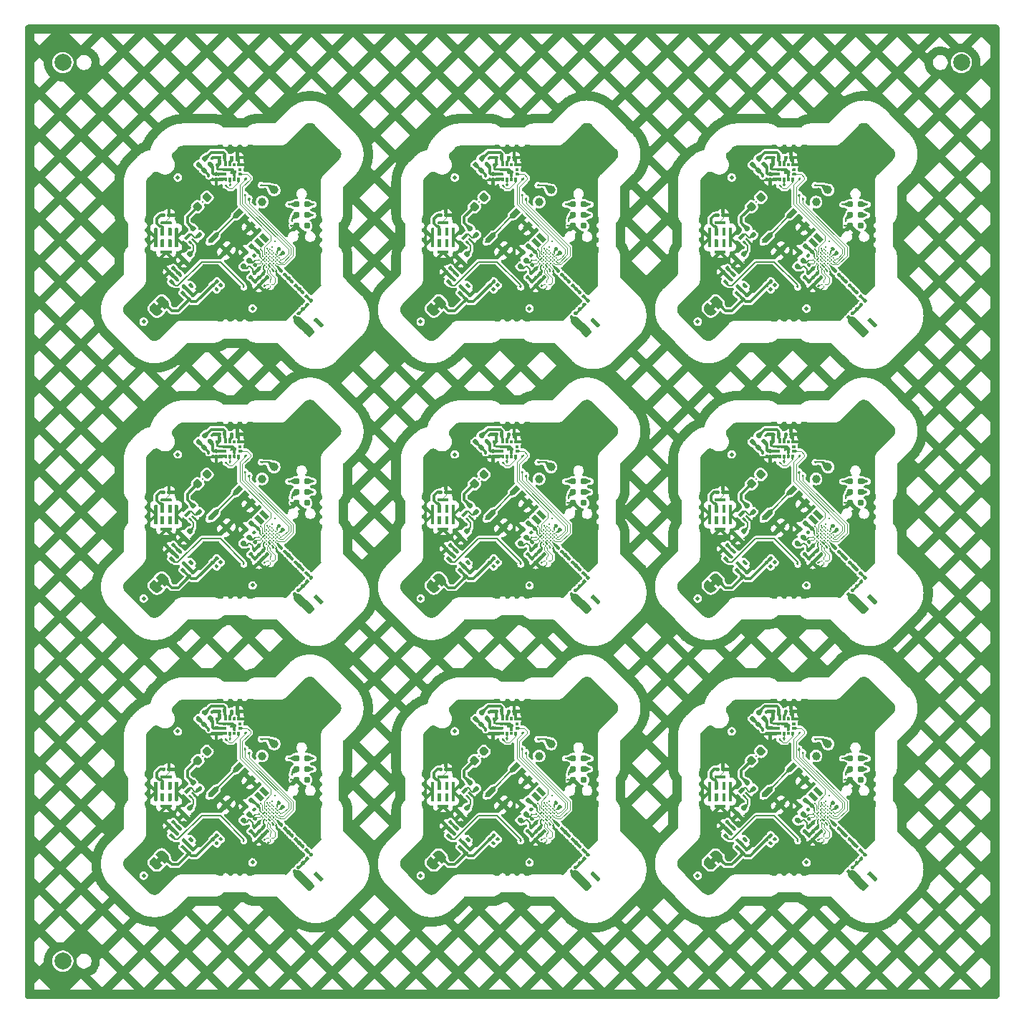
<source format=gbr>
G04 #@! TF.GenerationSoftware,KiCad,Pcbnew,9.0.0-rc2-3baa6cd791~182~ubuntu24.04.1*
G04 #@! TF.CreationDate,2025-02-06T23:06:30-05:00*
G04 #@! TF.ProjectId,PCA20073_Tiny_Board_Panel,50434132-3030-4373-935f-54696e795f42,rev?*
G04 #@! TF.SameCoordinates,PX5630ad8PY1312d00*
G04 #@! TF.FileFunction,Copper,L1,Top*
G04 #@! TF.FilePolarity,Positive*
%FSLAX46Y46*%
G04 Gerber Fmt 4.6, Leading zero omitted, Abs format (unit mm)*
G04 Created by KiCad (PCBNEW 9.0.0-rc2-3baa6cd791~182~ubuntu24.04.1) date 2025-02-06 23:06:30*
%MOMM*%
%LPD*%
G01*
G04 APERTURE LIST*
G04 #@! TA.AperFunction,EtchedComponent*
%ADD10C,0.000000*%
G04 #@! TD*
G04 #@! TA.AperFunction,SMDPad,CuDef*
%ADD11C,1.000000*%
G04 #@! TD*
G04 #@! TA.AperFunction,SMDPad,CuDef*
%ADD12C,0.500000*%
G04 #@! TD*
G04 #@! TA.AperFunction,SMDPad,CuDef*
%ADD13C,0.170000*%
G04 #@! TD*
G04 #@! TA.AperFunction,BGAPad,CuDef*
%ADD14C,0.120000*%
G04 #@! TD*
G04 #@! TA.AperFunction,ConnectorPad*
%ADD15C,0.787400*%
G04 #@! TD*
G04 #@! TA.AperFunction,SMDPad,CuDef*
%ADD16C,2.000000*%
G04 #@! TD*
G04 #@! TA.AperFunction,ViaPad*
%ADD17C,0.250000*%
G04 #@! TD*
G04 #@! TA.AperFunction,ViaPad*
%ADD18C,0.300000*%
G04 #@! TD*
G04 #@! TA.AperFunction,ViaPad*
%ADD19C,0.600000*%
G04 #@! TD*
G04 #@! TA.AperFunction,Conductor*
%ADD20C,0.100000*%
G04 #@! TD*
G04 #@! TA.AperFunction,Conductor*
%ADD21C,0.150000*%
G04 #@! TD*
G04 #@! TA.AperFunction,Conductor*
%ADD22C,0.075000*%
G04 #@! TD*
G04 #@! TA.AperFunction,Conductor*
%ADD23C,0.300000*%
G04 #@! TD*
G04 #@! TA.AperFunction,Conductor*
%ADD24C,1.000000*%
G04 #@! TD*
G04 #@! TA.AperFunction,Conductor*
%ADD25C,0.292621*%
G04 #@! TD*
G04 APERTURE END LIST*
D10*
G04 #@! TA.AperFunction,EtchedComponent*
G36*
X49531728Y-33824295D02*
G01*
X49178174Y-34177849D01*
X48753910Y-33753585D01*
X49107464Y-33400031D01*
X49531728Y-33824295D01*
G37*
G04 #@! TD.AperFunction*
G04 #@! TA.AperFunction,EtchedComponent*
G36*
X16783007Y-66573032D02*
G01*
X16429453Y-66926586D01*
X16005189Y-66502322D01*
X16358743Y-66148768D01*
X16783007Y-66573032D01*
G37*
G04 #@! TD.AperFunction*
G04 #@! TA.AperFunction,EtchedComponent*
G36*
X82280449Y-33824295D02*
G01*
X81926895Y-34177849D01*
X81502631Y-33753585D01*
X81856185Y-33400031D01*
X82280449Y-33824295D01*
G37*
G04 #@! TD.AperFunction*
G04 #@! TA.AperFunction,EtchedComponent*
G36*
X82280449Y-99321769D02*
G01*
X81926895Y-99675323D01*
X81502631Y-99251059D01*
X81856185Y-98897505D01*
X82280449Y-99321769D01*
G37*
G04 #@! TD.AperFunction*
G04 #@! TA.AperFunction,EtchedComponent*
G36*
X16783007Y-99321769D02*
G01*
X16429453Y-99675323D01*
X16005189Y-99251059D01*
X16358743Y-98897505D01*
X16783007Y-99321769D01*
G37*
G04 #@! TD.AperFunction*
G04 #@! TA.AperFunction,EtchedComponent*
G36*
X49531728Y-99321769D02*
G01*
X49178174Y-99675323D01*
X48753910Y-99251059D01*
X49107464Y-98897505D01*
X49531728Y-99321769D01*
G37*
G04 #@! TD.AperFunction*
G04 #@! TA.AperFunction,EtchedComponent*
G36*
X82280449Y-66573032D02*
G01*
X81926895Y-66926586D01*
X81502631Y-66502322D01*
X81856185Y-66148768D01*
X82280449Y-66573032D01*
G37*
G04 #@! TD.AperFunction*
G04 #@! TA.AperFunction,EtchedComponent*
G36*
X16783007Y-33824295D02*
G01*
X16429453Y-34177849D01*
X16005189Y-33753585D01*
X16358743Y-33400031D01*
X16783007Y-33824295D01*
G37*
G04 #@! TD.AperFunction*
G04 #@! TA.AperFunction,EtchedComponent*
G36*
X49531728Y-66573032D02*
G01*
X49178174Y-66926586D01*
X48753910Y-66502322D01*
X49107464Y-66148768D01*
X49531728Y-66573032D01*
G37*
G04 #@! TD.AperFunction*
G04 #@! TA.AperFunction,SMDPad,CuDef*
G36*
G01*
X88474704Y-30769593D02*
X88616126Y-30628171D01*
G75*
G02*
X88757548Y-30628171I70711J-70711D01*
G01*
X88941396Y-30812019D01*
G75*
G02*
X88941396Y-30953441I-70711J-70711D01*
G01*
X88799974Y-31094863D01*
G75*
G02*
X88658552Y-31094863I-70711J70711D01*
G01*
X88474704Y-30911015D01*
G75*
G02*
X88474704Y-30769593I70711J70711D01*
G01*
G37*
G04 #@! TD.AperFunction*
G04 #@! TA.AperFunction,SMDPad,CuDef*
G36*
G01*
X88927252Y-31222141D02*
X89068674Y-31080719D01*
G75*
G02*
X89210096Y-31080719I70711J-70711D01*
G01*
X89393944Y-31264567D01*
G75*
G02*
X89393944Y-31405989I-70711J-70711D01*
G01*
X89252522Y-31547411D01*
G75*
G02*
X89111100Y-31547411I-70711J70711D01*
G01*
X88927252Y-31363563D01*
G75*
G02*
X88927252Y-31222141I70711J70711D01*
G01*
G37*
G04 #@! TD.AperFunction*
D11*
X62719269Y-20071068D03*
G04 #@! TA.AperFunction,SMDPad,CuDef*
G36*
G01*
X63320310Y-62287964D02*
X63461732Y-62146542D01*
G75*
G02*
X63603154Y-62146542I70711J-70711D01*
G01*
X63787002Y-62330390D01*
G75*
G02*
X63787002Y-62471812I-70711J-70711D01*
G01*
X63645580Y-62613234D01*
G75*
G02*
X63504158Y-62613234I-70711J70711D01*
G01*
X63320310Y-62429386D01*
G75*
G02*
X63320310Y-62287964I70711J70711D01*
G01*
G37*
G04 #@! TD.AperFunction*
G04 #@! TA.AperFunction,SMDPad,CuDef*
G36*
G01*
X63772858Y-62740512D02*
X63914280Y-62599090D01*
G75*
G02*
X64055702Y-62599090I70711J-70711D01*
G01*
X64239550Y-62782938D01*
G75*
G02*
X64239550Y-62924360I-70711J-70711D01*
G01*
X64098128Y-63065782D01*
G75*
G02*
X63956706Y-63065782I-70711J70711D01*
G01*
X63772858Y-62881934D01*
G75*
G02*
X63772858Y-62740512I70711J70711D01*
G01*
G37*
G04 #@! TD.AperFunction*
X94053777Y-86982755D03*
D12*
X92922406Y-99569256D03*
X18586129Y-18586143D03*
G04 #@! TA.AperFunction,SMDPad,CuDef*
G36*
G01*
X55774476Y-83462907D02*
X55974476Y-83462907D01*
G75*
G02*
X56074476Y-83562907I0J-100000D01*
G01*
X56074476Y-83822907D01*
G75*
G02*
X55974476Y-83922907I-100000J0D01*
G01*
X55774476Y-83922907D01*
G75*
G02*
X55674476Y-83822907I0J100000D01*
G01*
X55674476Y-83562907D01*
G75*
G02*
X55774476Y-83462907I100000J0D01*
G01*
G37*
G04 #@! TD.AperFunction*
G04 #@! TA.AperFunction,SMDPad,CuDef*
G36*
G01*
X55774476Y-84102907D02*
X55974476Y-84102907D01*
G75*
G02*
X56074476Y-84202907I0J-100000D01*
G01*
X56074476Y-84462907D01*
G75*
G02*
X55974476Y-84562907I-100000J0D01*
G01*
X55774476Y-84562907D01*
G75*
G02*
X55674476Y-84462907I0J100000D01*
G01*
X55674476Y-84202907D01*
G75*
G02*
X55774476Y-84102907I100000J0D01*
G01*
G37*
G04 #@! TD.AperFunction*
G04 #@! TA.AperFunction,SMDPad,CuDef*
G36*
G01*
X63989142Y-60327750D02*
X63847720Y-60469172D01*
G75*
G02*
X63706298Y-60469172I-70711J70711D01*
G01*
X63522450Y-60285324D01*
G75*
G02*
X63522450Y-60143902I70711J70711D01*
G01*
X63663872Y-60002480D01*
G75*
G02*
X63805294Y-60002480I70711J-70711D01*
G01*
X63989142Y-60186328D01*
G75*
G02*
X63989142Y-60327750I-70711J-70711D01*
G01*
G37*
G04 #@! TD.AperFunction*
G04 #@! TA.AperFunction,SMDPad,CuDef*
G36*
G01*
X63536594Y-59875202D02*
X63395172Y-60016624D01*
G75*
G02*
X63253750Y-60016624I-70711J70711D01*
G01*
X63069902Y-59832776D01*
G75*
G02*
X63069902Y-59691354I70711J70711D01*
G01*
X63211324Y-59549932D01*
G75*
G02*
X63352746Y-59549932I70711J-70711D01*
G01*
X63536594Y-59733780D01*
G75*
G02*
X63536594Y-59875202I-70711J-70711D01*
G01*
G37*
G04 #@! TD.AperFunction*
G04 #@! TA.AperFunction,SMDPad,CuDef*
G36*
G01*
X65696189Y-67181143D02*
X65837611Y-67322565D01*
G75*
G02*
X65837611Y-67463987I-70711J-70711D01*
G01*
X65653763Y-67647835D01*
G75*
G02*
X65512341Y-67647835I-70711J70711D01*
G01*
X65370919Y-67506413D01*
G75*
G02*
X65370919Y-67364991I70711J70711D01*
G01*
X65554767Y-67181143D01*
G75*
G02*
X65696189Y-67181143I70711J-70711D01*
G01*
G37*
G04 #@! TD.AperFunction*
G04 #@! TA.AperFunction,SMDPad,CuDef*
G36*
G01*
X65243641Y-67633691D02*
X65385063Y-67775113D01*
G75*
G02*
X65385063Y-67916535I-70711J-70711D01*
G01*
X65201215Y-68100383D01*
G75*
G02*
X65059793Y-68100383I-70711J70711D01*
G01*
X64918371Y-67958961D01*
G75*
G02*
X64918371Y-67817539I70711J70711D01*
G01*
X65102219Y-67633691D01*
G75*
G02*
X65243641Y-67633691I70711J-70711D01*
G01*
G37*
G04 #@! TD.AperFunction*
G04 #@! TA.AperFunction,SMDPad,CuDef*
G36*
G01*
X65865894Y-32084812D02*
X66007316Y-31943390D01*
G75*
G02*
X66148738Y-31943390I70711J-70711D01*
G01*
X66332586Y-32127238D01*
G75*
G02*
X66332586Y-32268660I-70711J-70711D01*
G01*
X66191164Y-32410082D01*
G75*
G02*
X66049742Y-32410082I-70711J70711D01*
G01*
X65865894Y-32226234D01*
G75*
G02*
X65865894Y-32084812I70711J70711D01*
G01*
G37*
G04 #@! TD.AperFunction*
G04 #@! TA.AperFunction,SMDPad,CuDef*
G36*
G01*
X66318442Y-32537360D02*
X66459864Y-32395938D01*
G75*
G02*
X66601286Y-32395938I70711J-70711D01*
G01*
X66785134Y-32579786D01*
G75*
G02*
X66785134Y-32721208I-70711J-70711D01*
G01*
X66643712Y-32862630D01*
G75*
G02*
X66502290Y-32862630I-70711J70711D01*
G01*
X66318442Y-32678782D01*
G75*
G02*
X66318442Y-32537360I70711J70711D01*
G01*
G37*
G04 #@! TD.AperFunction*
G04 #@! TA.AperFunction,SMDPad,CuDef*
G36*
G01*
X20800257Y-22532684D02*
X20437864Y-22170291D01*
G75*
G02*
X20437864Y-21860931I154680J154680D01*
G01*
X20747223Y-21551572D01*
G75*
G02*
X21056583Y-21551572I154680J-154680D01*
G01*
X21418976Y-21913965D01*
G75*
G02*
X21418976Y-22223325I-154680J-154680D01*
G01*
X21109617Y-22532684D01*
G75*
G02*
X20800257Y-22532684I-154680J154680D01*
G01*
G37*
G04 #@! TD.AperFunction*
G04 #@! TA.AperFunction,SMDPad,CuDef*
G36*
G01*
X21913951Y-21418990D02*
X21551558Y-21056597D01*
G75*
G02*
X21551558Y-20747237I154680J154680D01*
G01*
X21860917Y-20437878D01*
G75*
G02*
X22170277Y-20437878I154680J-154680D01*
G01*
X22532670Y-20800271D01*
G75*
G02*
X22532670Y-21109631I-154680J-154680D01*
G01*
X22223311Y-21418990D01*
G75*
G02*
X21913951Y-21418990I-154680J154680D01*
G01*
G37*
G04 #@! TD.AperFunction*
G04 #@! TA.AperFunction,SMDPad,CuDef*
G36*
G01*
X54576934Y-81555712D02*
X54838563Y-81817341D01*
G75*
G02*
X54838563Y-82008259I-95459J-95459D01*
G01*
X54647644Y-82199178D01*
G75*
G02*
X54456726Y-82199178I-95459J95459D01*
G01*
X54195097Y-81937549D01*
G75*
G02*
X54195097Y-81746631I95459J95459D01*
G01*
X54386016Y-81555712D01*
G75*
G02*
X54576934Y-81555712I95459J-95459D01*
G01*
G37*
G04 #@! TD.AperFunction*
G04 #@! TA.AperFunction,SMDPad,CuDef*
G36*
G01*
X53855686Y-82276960D02*
X54117315Y-82538589D01*
G75*
G02*
X54117315Y-82729507I-95459J-95459D01*
G01*
X53926396Y-82920426D01*
G75*
G02*
X53735478Y-82920426I-95459J95459D01*
G01*
X53473849Y-82658797D01*
G75*
G02*
X53473849Y-82467879I95459J95459D01*
G01*
X53664768Y-82276960D01*
G75*
G02*
X53855686Y-82276960I95459J-95459D01*
G01*
G37*
G04 #@! TD.AperFunction*
G04 #@! TA.AperFunction,SMDPad,CuDef*
G36*
G01*
X57151522Y-84502221D02*
X56887522Y-84502221D01*
G75*
G02*
X56854522Y-84469221I0J33000D01*
G01*
X56854522Y-84145221D01*
G75*
G02*
X56887522Y-84112221I33000J0D01*
G01*
X57151522Y-84112221D01*
G75*
G02*
X57184522Y-84145221I0J-33000D01*
G01*
X57184522Y-84469221D01*
G75*
G02*
X57151522Y-84502221I-33000J0D01*
G01*
G37*
G04 #@! TD.AperFunction*
G04 #@! TA.AperFunction,SMDPad,CuDef*
G36*
G01*
X57651522Y-84502221D02*
X57387522Y-84502221D01*
G75*
G02*
X57354522Y-84469221I0J33000D01*
G01*
X57354522Y-84145221D01*
G75*
G02*
X57387522Y-84112221I33000J0D01*
G01*
X57651522Y-84112221D01*
G75*
G02*
X57684522Y-84145221I0J-33000D01*
G01*
X57684522Y-84469221D01*
G75*
G02*
X57651522Y-84502221I-33000J0D01*
G01*
G37*
G04 #@! TD.AperFunction*
G04 #@! TA.AperFunction,SMDPad,CuDef*
G36*
G01*
X58151522Y-84502221D02*
X57887522Y-84502221D01*
G75*
G02*
X57854522Y-84469221I0J33000D01*
G01*
X57854522Y-84145221D01*
G75*
G02*
X57887522Y-84112221I33000J0D01*
G01*
X58151522Y-84112221D01*
G75*
G02*
X58184522Y-84145221I0J-33000D01*
G01*
X58184522Y-84469221D01*
G75*
G02*
X58151522Y-84502221I-33000J0D01*
G01*
G37*
G04 #@! TD.AperFunction*
G04 #@! TA.AperFunction,SMDPad,CuDef*
G36*
G01*
X58651522Y-84502221D02*
X58387522Y-84502221D01*
G75*
G02*
X58354522Y-84469221I0J33000D01*
G01*
X58354522Y-84145221D01*
G75*
G02*
X58387522Y-84112221I33000J0D01*
G01*
X58651522Y-84112221D01*
G75*
G02*
X58684522Y-84145221I0J-33000D01*
G01*
X58684522Y-84469221D01*
G75*
G02*
X58651522Y-84502221I-33000J0D01*
G01*
G37*
G04 #@! TD.AperFunction*
G04 #@! TA.AperFunction,SMDPad,CuDef*
G36*
G01*
X58845922Y-83862221D02*
X58521922Y-83862221D01*
G75*
G02*
X58488922Y-83829221I0J33000D01*
G01*
X58488922Y-83565221D01*
G75*
G02*
X58521922Y-83532221I33000J0D01*
G01*
X58845922Y-83532221D01*
G75*
G02*
X58878922Y-83565221I0J-33000D01*
G01*
X58878922Y-83829221D01*
G75*
G02*
X58845922Y-83862221I-33000J0D01*
G01*
G37*
G04 #@! TD.AperFunction*
G04 #@! TA.AperFunction,SMDPad,CuDef*
G36*
G01*
X58845922Y-83362221D02*
X58521922Y-83362221D01*
G75*
G02*
X58488922Y-83329221I0J33000D01*
G01*
X58488922Y-83065221D01*
G75*
G02*
X58521922Y-83032221I33000J0D01*
G01*
X58845922Y-83032221D01*
G75*
G02*
X58878922Y-83065221I0J-33000D01*
G01*
X58878922Y-83329221D01*
G75*
G02*
X58845922Y-83362221I-33000J0D01*
G01*
G37*
G04 #@! TD.AperFunction*
G04 #@! TA.AperFunction,SMDPad,CuDef*
G36*
G01*
X58651522Y-82782221D02*
X58387522Y-82782221D01*
G75*
G02*
X58354522Y-82749221I0J33000D01*
G01*
X58354522Y-82425221D01*
G75*
G02*
X58387522Y-82392221I33000J0D01*
G01*
X58651522Y-82392221D01*
G75*
G02*
X58684522Y-82425221I0J-33000D01*
G01*
X58684522Y-82749221D01*
G75*
G02*
X58651522Y-82782221I-33000J0D01*
G01*
G37*
G04 #@! TD.AperFunction*
G04 #@! TA.AperFunction,SMDPad,CuDef*
G36*
G01*
X58151522Y-82782221D02*
X57887522Y-82782221D01*
G75*
G02*
X57854522Y-82749221I0J33000D01*
G01*
X57854522Y-82425221D01*
G75*
G02*
X57887522Y-82392221I33000J0D01*
G01*
X58151522Y-82392221D01*
G75*
G02*
X58184522Y-82425221I0J-33000D01*
G01*
X58184522Y-82749221D01*
G75*
G02*
X58151522Y-82782221I-33000J0D01*
G01*
G37*
G04 #@! TD.AperFunction*
G04 #@! TA.AperFunction,SMDPad,CuDef*
G36*
G01*
X57651522Y-82782221D02*
X57387522Y-82782221D01*
G75*
G02*
X57354522Y-82749221I0J33000D01*
G01*
X57354522Y-82425221D01*
G75*
G02*
X57387522Y-82392221I33000J0D01*
G01*
X57651522Y-82392221D01*
G75*
G02*
X57684522Y-82425221I0J-33000D01*
G01*
X57684522Y-82749221D01*
G75*
G02*
X57651522Y-82782221I-33000J0D01*
G01*
G37*
G04 #@! TD.AperFunction*
G04 #@! TA.AperFunction,SMDPad,CuDef*
G36*
G01*
X57151522Y-82782221D02*
X56887522Y-82782221D01*
G75*
G02*
X56854522Y-82749221I0J33000D01*
G01*
X56854522Y-82425221D01*
G75*
G02*
X56887522Y-82392221I33000J0D01*
G01*
X57151522Y-82392221D01*
G75*
G02*
X57184522Y-82425221I0J-33000D01*
G01*
X57184522Y-82749221D01*
G75*
G02*
X57151522Y-82782221I-33000J0D01*
G01*
G37*
G04 #@! TD.AperFunction*
G04 #@! TA.AperFunction,SMDPad,CuDef*
G36*
G01*
X57017122Y-83362221D02*
X56693122Y-83362221D01*
G75*
G02*
X56660122Y-83329221I0J33000D01*
G01*
X56660122Y-83065221D01*
G75*
G02*
X56693122Y-83032221I33000J0D01*
G01*
X57017122Y-83032221D01*
G75*
G02*
X57050122Y-83065221I0J-33000D01*
G01*
X57050122Y-83329221D01*
G75*
G02*
X57017122Y-83362221I-33000J0D01*
G01*
G37*
G04 #@! TD.AperFunction*
G04 #@! TA.AperFunction,SMDPad,CuDef*
G36*
G01*
X57017122Y-83862221D02*
X56693122Y-83862221D01*
G75*
G02*
X56660122Y-83829221I0J33000D01*
G01*
X56660122Y-83565221D01*
G75*
G02*
X56693122Y-83532221I33000J0D01*
G01*
X57017122Y-83532221D01*
G75*
G02*
X57050122Y-83565221I0J-33000D01*
G01*
X57050122Y-83829221D01*
G75*
G02*
X57017122Y-83862221I-33000J0D01*
G01*
G37*
G04 #@! TD.AperFunction*
G04 #@! TA.AperFunction,SMDPad,CuDef*
G36*
G01*
X54576934Y-48806975D02*
X54838563Y-49068604D01*
G75*
G02*
X54838563Y-49259522I-95459J-95459D01*
G01*
X54647644Y-49450441D01*
G75*
G02*
X54456726Y-49450441I-95459J95459D01*
G01*
X54195097Y-49188812D01*
G75*
G02*
X54195097Y-48997894I95459J95459D01*
G01*
X54386016Y-48806975D01*
G75*
G02*
X54576934Y-48806975I95459J-95459D01*
G01*
G37*
G04 #@! TD.AperFunction*
G04 #@! TA.AperFunction,SMDPad,CuDef*
G36*
G01*
X53855686Y-49528223D02*
X54117315Y-49789852D01*
G75*
G02*
X54117315Y-49980770I-95459J-95459D01*
G01*
X53926396Y-50171689D01*
G75*
G02*
X53735478Y-50171689I-95459J95459D01*
G01*
X53473849Y-49910060D01*
G75*
G02*
X53473849Y-49719142I95459J95459D01*
G01*
X53664768Y-49528223D01*
G75*
G02*
X53855686Y-49528223I95459J-95459D01*
G01*
G37*
G04 #@! TD.AperFunction*
X84083571Y-84083617D03*
G04 #@! TA.AperFunction,SMDPad,CuDef*
G36*
G01*
X18133581Y-61800060D02*
X18275003Y-61941482D01*
G75*
G02*
X18275003Y-62082904I-70711J-70711D01*
G01*
X18091155Y-62266752D01*
G75*
G02*
X17949733Y-62266752I-70711J70711D01*
G01*
X17808311Y-62125330D01*
G75*
G02*
X17808311Y-61983908I70711J70711D01*
G01*
X17992159Y-61800060D01*
G75*
G02*
X18133581Y-61800060I70711J-70711D01*
G01*
G37*
G04 #@! TD.AperFunction*
G04 #@! TA.AperFunction,SMDPad,CuDef*
G36*
G01*
X17681033Y-62252608D02*
X17822455Y-62394030D01*
G75*
G02*
X17822455Y-62535452I-70711J-70711D01*
G01*
X17638607Y-62719300D01*
G75*
G02*
X17497185Y-62719300I-70711J70711D01*
G01*
X17355763Y-62577878D01*
G75*
G02*
X17355763Y-62436456I70711J70711D01*
G01*
X17539611Y-62252608D01*
G75*
G02*
X17681033Y-62252608I70711J-70711D01*
G01*
G37*
G04 #@! TD.AperFunction*
G04 #@! TA.AperFunction,SMDPad,CuDef*
G36*
G01*
X57488223Y-16338549D02*
X57488223Y-16138549D01*
G75*
G02*
X57588223Y-16038549I100000J0D01*
G01*
X57848223Y-16038549D01*
G75*
G02*
X57948223Y-16138549I0J-100000D01*
G01*
X57948223Y-16338549D01*
G75*
G02*
X57848223Y-16438549I-100000J0D01*
G01*
X57588223Y-16438549D01*
G75*
G02*
X57488223Y-16338549I0J100000D01*
G01*
G37*
G04 #@! TD.AperFunction*
G04 #@! TA.AperFunction,SMDPad,CuDef*
G36*
G01*
X58128223Y-16338549D02*
X58128223Y-16138549D01*
G75*
G02*
X58228223Y-16038549I100000J0D01*
G01*
X58488223Y-16038549D01*
G75*
G02*
X58588223Y-16138549I0J-100000D01*
G01*
X58588223Y-16338549D01*
G75*
G02*
X58488223Y-16438549I-100000J0D01*
G01*
X58228223Y-16438549D01*
G75*
G02*
X58128223Y-16338549I0J100000D01*
G01*
G37*
G04 #@! TD.AperFunction*
G04 #@! TA.AperFunction,SMDPad,CuDef*
G36*
X20106409Y-59219121D02*
G01*
X19823566Y-58936278D01*
X20000343Y-58759501D01*
X20283186Y-59042344D01*
X20106409Y-59219121D01*
G37*
G04 #@! TD.AperFunction*
G04 #@! TA.AperFunction,SMDPad,CuDef*
G36*
X20424607Y-58900923D02*
G01*
X20141764Y-58618080D01*
X20318541Y-58441303D01*
X20601384Y-58724146D01*
X20424607Y-58900923D01*
G37*
G04 #@! TD.AperFunction*
G04 #@! TA.AperFunction,SMDPad,CuDef*
G36*
X19611435Y-58724147D02*
G01*
X19328592Y-58441304D01*
X19823567Y-57946329D01*
X20106410Y-58229172D01*
X19611435Y-58724147D01*
G37*
G04 #@! TD.AperFunction*
G04 #@! TA.AperFunction,SMDPad,CuDef*
G36*
G01*
X33117173Y-64833549D02*
X33258595Y-64692127D01*
G75*
G02*
X33400017Y-64692127I70711J-70711D01*
G01*
X33583865Y-64875975D01*
G75*
G02*
X33583865Y-65017397I-70711J-70711D01*
G01*
X33442443Y-65158819D01*
G75*
G02*
X33301021Y-65158819I-70711J70711D01*
G01*
X33117173Y-64974971D01*
G75*
G02*
X33117173Y-64833549I70711J70711D01*
G01*
G37*
G04 #@! TD.AperFunction*
G04 #@! TA.AperFunction,SMDPad,CuDef*
G36*
G01*
X33569721Y-65286097D02*
X33711143Y-65144675D01*
G75*
G02*
X33852565Y-65144675I70711J-70711D01*
G01*
X34036413Y-65328523D01*
G75*
G02*
X34036413Y-65469945I-70711J-70711D01*
G01*
X33894991Y-65611367D01*
G75*
G02*
X33753569Y-65611367I-70711J70711D01*
G01*
X33569721Y-65427519D01*
G75*
G02*
X33569721Y-65286097I70711J70711D01*
G01*
G37*
G04 #@! TD.AperFunction*
G04 #@! TA.AperFunction,SMDPad,CuDef*
G36*
G01*
X64593102Y-63560757D02*
X64734524Y-63419335D01*
G75*
G02*
X64875946Y-63419335I70711J-70711D01*
G01*
X65059794Y-63603183D01*
G75*
G02*
X65059794Y-63744605I-70711J-70711D01*
G01*
X64918372Y-63886027D01*
G75*
G02*
X64776950Y-63886027I-70711J70711D01*
G01*
X64593102Y-63702179D01*
G75*
G02*
X64593102Y-63560757I70711J70711D01*
G01*
G37*
G04 #@! TD.AperFunction*
G04 #@! TA.AperFunction,SMDPad,CuDef*
G36*
G01*
X65045650Y-64013305D02*
X65187072Y-63871883D01*
G75*
G02*
X65328494Y-63871883I70711J-70711D01*
G01*
X65512342Y-64055731D01*
G75*
G02*
X65512342Y-64197153I-70711J-70711D01*
G01*
X65370920Y-64338575D01*
G75*
G02*
X65229498Y-64338575I-70711J70711D01*
G01*
X65045650Y-64154727D01*
G75*
G02*
X65045650Y-64013305I70711J70711D01*
G01*
G37*
G04 #@! TD.AperFunction*
X60173685Y-34071782D03*
D13*
X29518849Y-95096947D03*
X29306717Y-94884815D03*
X29094585Y-94672683D03*
X28882453Y-94460551D03*
X28670321Y-94248419D03*
X28458189Y-94036287D03*
X28246057Y-93824155D03*
X29730981Y-94884815D03*
X29306717Y-94460551D03*
X29094585Y-94248419D03*
X28882453Y-94036287D03*
X28670321Y-93824155D03*
X28458189Y-93612023D03*
X29730981Y-94460551D03*
X29518849Y-94248419D03*
X29306717Y-94036287D03*
X29094585Y-93824155D03*
X28882453Y-93612023D03*
X28670321Y-93399891D03*
X30155245Y-94460551D03*
X29943113Y-94248419D03*
X29730981Y-94036287D03*
X29518849Y-93824155D03*
X29306717Y-93612023D03*
X29094585Y-93399891D03*
X28882453Y-93187759D03*
X30367377Y-94248419D03*
X30155245Y-94036287D03*
X29943113Y-93824155D03*
X29730981Y-93612023D03*
X29518849Y-93399891D03*
X29306717Y-93187759D03*
X29094585Y-92975627D03*
X30579509Y-94036287D03*
X30367377Y-93824155D03*
X30155245Y-93612023D03*
X29943113Y-93399891D03*
X29730981Y-93187759D03*
X29518849Y-92975627D03*
X29306717Y-92763495D03*
X30791641Y-93824155D03*
X30579509Y-93612023D03*
X30367377Y-93399891D03*
X30155245Y-93187759D03*
X29943113Y-92975627D03*
X29730981Y-92763495D03*
X29518849Y-92551362D03*
G04 #@! TA.AperFunction,SMDPad,CuDef*
G36*
G01*
X96737863Y-93076487D02*
X96596441Y-93217909D01*
G75*
G02*
X96455019Y-93217909I-70711J70711D01*
G01*
X96271171Y-93034061D01*
G75*
G02*
X96271171Y-92892639I70711J70711D01*
G01*
X96412593Y-92751217D01*
G75*
G02*
X96554015Y-92751217I70711J-70711D01*
G01*
X96737863Y-92935065D01*
G75*
G02*
X96737863Y-93076487I-70711J-70711D01*
G01*
G37*
G04 #@! TD.AperFunction*
G04 #@! TA.AperFunction,SMDPad,CuDef*
G36*
G01*
X96285315Y-92623939D02*
X96143893Y-92765361D01*
G75*
G02*
X96002471Y-92765361I-70711J70711D01*
G01*
X95818623Y-92581513D01*
G75*
G02*
X95818623Y-92440091I70711J70711D01*
G01*
X95960045Y-92298669D01*
G75*
G02*
X96101467Y-92298669I70711J-70711D01*
G01*
X96285315Y-92482517D01*
G75*
G02*
X96285315Y-92623939I-70711J-70711D01*
G01*
G37*
G04 #@! TD.AperFunction*
X29518849Y-62348210D03*
X29306717Y-62136078D03*
X29094585Y-61923946D03*
X28882453Y-61711814D03*
X28670321Y-61499682D03*
X28458189Y-61287550D03*
X28246057Y-61075418D03*
X29730981Y-62136078D03*
X29306717Y-61711814D03*
X29094585Y-61499682D03*
X28882453Y-61287550D03*
X28670321Y-61075418D03*
X28458189Y-60863286D03*
X29730981Y-61711814D03*
X29518849Y-61499682D03*
X29306717Y-61287550D03*
X29094585Y-61075418D03*
X28882453Y-60863286D03*
X28670321Y-60651154D03*
X30155245Y-61711814D03*
X29943113Y-61499682D03*
X29730981Y-61287550D03*
X29518849Y-61075418D03*
X29306717Y-60863286D03*
X29094585Y-60651154D03*
X28882453Y-60439022D03*
X30367377Y-61499682D03*
X30155245Y-61287550D03*
X29943113Y-61075418D03*
X29730981Y-60863286D03*
X29518849Y-60651154D03*
X29306717Y-60439022D03*
X29094585Y-60226890D03*
X30579509Y-61287550D03*
X30367377Y-61075418D03*
X30155245Y-60863286D03*
X29943113Y-60651154D03*
X29730981Y-60439022D03*
X29518849Y-60226890D03*
X29306717Y-60014758D03*
X30791641Y-61075418D03*
X30579509Y-60863286D03*
X30367377Y-60651154D03*
X30155245Y-60439022D03*
X29943113Y-60226890D03*
X29730981Y-60014758D03*
X29518849Y-59802625D03*
D11*
X28556335Y-86982755D03*
G04 #@! TA.AperFunction,SMDPad,CuDef*
G36*
G01*
X32947468Y-34432406D02*
X33088890Y-34573828D01*
G75*
G02*
X33088890Y-34715250I-70711J-70711D01*
G01*
X32905042Y-34899098D01*
G75*
G02*
X32763620Y-34899098I-70711J70711D01*
G01*
X32622198Y-34757676D01*
G75*
G02*
X32622198Y-34616254I70711J70711D01*
G01*
X32806046Y-34432406D01*
G75*
G02*
X32947468Y-34432406I70711J-70711D01*
G01*
G37*
G04 #@! TD.AperFunction*
G04 #@! TA.AperFunction,SMDPad,CuDef*
G36*
G01*
X32494920Y-34884954D02*
X32636342Y-35026376D01*
G75*
G02*
X32636342Y-35167798I-70711J-70711D01*
G01*
X32452494Y-35351646D01*
G75*
G02*
X32311072Y-35351646I-70711J70711D01*
G01*
X32169650Y-35210224D01*
G75*
G02*
X32169650Y-35068802I70711J70711D01*
G01*
X32353498Y-34884954D01*
G75*
G02*
X32494920Y-34884954I70711J-70711D01*
G01*
G37*
G04 #@! TD.AperFunction*
G04 #@! TA.AperFunction,SMDPad,CuDef*
G36*
G01*
X55725983Y-63518330D02*
X55867405Y-63376908D01*
G75*
G02*
X56008827Y-63376908I70711J-70711D01*
G01*
X56192675Y-63560756D01*
G75*
G02*
X56192675Y-63702178I-70711J-70711D01*
G01*
X56051253Y-63843600D01*
G75*
G02*
X55909831Y-63843600I-70711J70711D01*
G01*
X55725983Y-63659752D01*
G75*
G02*
X55725983Y-63518330I70711J70711D01*
G01*
G37*
G04 #@! TD.AperFunction*
G04 #@! TA.AperFunction,SMDPad,CuDef*
G36*
G01*
X56178531Y-63970878D02*
X56319953Y-63829456D01*
G75*
G02*
X56461375Y-63829456I70711J-70711D01*
G01*
X56645223Y-64013304D01*
G75*
G02*
X56645223Y-64154726I-70711J-70711D01*
G01*
X56503801Y-64296148D01*
G75*
G02*
X56362379Y-64296148I-70711J70711D01*
G01*
X56178531Y-64112300D01*
G75*
G02*
X56178531Y-63970878I70711J70711D01*
G01*
G37*
G04 #@! TD.AperFunction*
G04 #@! TA.AperFunction,SMDPad,CuDef*
G36*
G01*
X55774476Y-17965433D02*
X55974476Y-17965433D01*
G75*
G02*
X56074476Y-18065433I0J-100000D01*
G01*
X56074476Y-18325433D01*
G75*
G02*
X55974476Y-18425433I-100000J0D01*
G01*
X55774476Y-18425433D01*
G75*
G02*
X55674476Y-18325433I0J100000D01*
G01*
X55674476Y-18065433D01*
G75*
G02*
X55774476Y-17965433I100000J0D01*
G01*
G37*
G04 #@! TD.AperFunction*
G04 #@! TA.AperFunction,SMDPad,CuDef*
G36*
G01*
X55774476Y-18605433D02*
X55974476Y-18605433D01*
G75*
G02*
X56074476Y-18705433I0J-100000D01*
G01*
X56074476Y-18965433D01*
G75*
G02*
X55974476Y-19065433I-100000J0D01*
G01*
X55774476Y-19065433D01*
G75*
G02*
X55674476Y-18965433I0J100000D01*
G01*
X55674476Y-18705433D01*
G75*
G02*
X55774476Y-18605433I100000J0D01*
G01*
G37*
G04 #@! TD.AperFunction*
G04 #@! TA.AperFunction,SMDPad,CuDef*
G36*
G01*
X60218798Y-96319252D02*
X60360220Y-96177830D01*
G75*
G02*
X60501642Y-96177830I70711J-70711D01*
G01*
X60685490Y-96361678D01*
G75*
G02*
X60685490Y-96503100I-70711J-70711D01*
G01*
X60544068Y-96644522D01*
G75*
G02*
X60402646Y-96644522I-70711J70711D01*
G01*
X60218798Y-96460674D01*
G75*
G02*
X60218798Y-96319252I70711J70711D01*
G01*
G37*
G04 #@! TD.AperFunction*
G04 #@! TA.AperFunction,SMDPad,CuDef*
G36*
G01*
X60671346Y-96771800D02*
X60812768Y-96630378D01*
G75*
G02*
X60954190Y-96630378I70711J-70711D01*
G01*
X61138038Y-96814226D01*
G75*
G02*
X61138038Y-96955648I-70711J-70711D01*
G01*
X60996616Y-97097070D01*
G75*
G02*
X60855194Y-97097070I-70711J70711D01*
G01*
X60671346Y-96913222D01*
G75*
G02*
X60671346Y-96771800I70711J70711D01*
G01*
G37*
G04 #@! TD.AperFunction*
D14*
X95131267Y-31182402D03*
X94954490Y-31359179D03*
X94777713Y-31182402D03*
X94954490Y-31005625D03*
G04 #@! TA.AperFunction,SMDPad,CuDef*
G36*
G01*
X55725983Y-96267067D02*
X55867405Y-96125645D01*
G75*
G02*
X56008827Y-96125645I70711J-70711D01*
G01*
X56192675Y-96309493D01*
G75*
G02*
X56192675Y-96450915I-70711J-70711D01*
G01*
X56051253Y-96592337D01*
G75*
G02*
X55909831Y-96592337I-70711J70711D01*
G01*
X55725983Y-96408489D01*
G75*
G02*
X55725983Y-96267067I70711J70711D01*
G01*
G37*
G04 #@! TD.AperFunction*
G04 #@! TA.AperFunction,SMDPad,CuDef*
G36*
G01*
X56178531Y-96719615D02*
X56319953Y-96578193D01*
G75*
G02*
X56461375Y-96578193I70711J-70711D01*
G01*
X56645223Y-96762041D01*
G75*
G02*
X56645223Y-96903463I-70711J-70711D01*
G01*
X56503801Y-97044885D01*
G75*
G02*
X56362379Y-97044885I-70711J70711D01*
G01*
X56178531Y-96861037D01*
G75*
G02*
X56178531Y-96719615I70711J70711D01*
G01*
G37*
G04 #@! TD.AperFunction*
G04 #@! TA.AperFunction,SMDPad,CuDef*
G36*
G01*
X65865894Y-64833549D02*
X66007316Y-64692127D01*
G75*
G02*
X66148738Y-64692127I70711J-70711D01*
G01*
X66332586Y-64875975D01*
G75*
G02*
X66332586Y-65017397I-70711J-70711D01*
G01*
X66191164Y-65158819D01*
G75*
G02*
X66049742Y-65158819I-70711J70711D01*
G01*
X65865894Y-64974971D01*
G75*
G02*
X65865894Y-64833549I70711J70711D01*
G01*
G37*
G04 #@! TD.AperFunction*
G04 #@! TA.AperFunction,SMDPad,CuDef*
G36*
G01*
X66318442Y-65286097D02*
X66459864Y-65144675D01*
G75*
G02*
X66601286Y-65144675I70711J-70711D01*
G01*
X66785134Y-65328523D01*
G75*
G02*
X66785134Y-65469945I-70711J-70711D01*
G01*
X66643712Y-65611367D01*
G75*
G02*
X66502290Y-65611367I-70711J70711D01*
G01*
X66318442Y-65427519D01*
G75*
G02*
X66318442Y-65286097I70711J70711D01*
G01*
G37*
G04 #@! TD.AperFunction*
G04 #@! TA.AperFunction,SMDPad,CuDef*
G36*
G01*
X57151522Y-51753484D02*
X56887522Y-51753484D01*
G75*
G02*
X56854522Y-51720484I0J33000D01*
G01*
X56854522Y-51396484D01*
G75*
G02*
X56887522Y-51363484I33000J0D01*
G01*
X57151522Y-51363484D01*
G75*
G02*
X57184522Y-51396484I0J-33000D01*
G01*
X57184522Y-51720484D01*
G75*
G02*
X57151522Y-51753484I-33000J0D01*
G01*
G37*
G04 #@! TD.AperFunction*
G04 #@! TA.AperFunction,SMDPad,CuDef*
G36*
G01*
X57651522Y-51753484D02*
X57387522Y-51753484D01*
G75*
G02*
X57354522Y-51720484I0J33000D01*
G01*
X57354522Y-51396484D01*
G75*
G02*
X57387522Y-51363484I33000J0D01*
G01*
X57651522Y-51363484D01*
G75*
G02*
X57684522Y-51396484I0J-33000D01*
G01*
X57684522Y-51720484D01*
G75*
G02*
X57651522Y-51753484I-33000J0D01*
G01*
G37*
G04 #@! TD.AperFunction*
G04 #@! TA.AperFunction,SMDPad,CuDef*
G36*
G01*
X58151522Y-51753484D02*
X57887522Y-51753484D01*
G75*
G02*
X57854522Y-51720484I0J33000D01*
G01*
X57854522Y-51396484D01*
G75*
G02*
X57887522Y-51363484I33000J0D01*
G01*
X58151522Y-51363484D01*
G75*
G02*
X58184522Y-51396484I0J-33000D01*
G01*
X58184522Y-51720484D01*
G75*
G02*
X58151522Y-51753484I-33000J0D01*
G01*
G37*
G04 #@! TD.AperFunction*
G04 #@! TA.AperFunction,SMDPad,CuDef*
G36*
G01*
X58651522Y-51753484D02*
X58387522Y-51753484D01*
G75*
G02*
X58354522Y-51720484I0J33000D01*
G01*
X58354522Y-51396484D01*
G75*
G02*
X58387522Y-51363484I33000J0D01*
G01*
X58651522Y-51363484D01*
G75*
G02*
X58684522Y-51396484I0J-33000D01*
G01*
X58684522Y-51720484D01*
G75*
G02*
X58651522Y-51753484I-33000J0D01*
G01*
G37*
G04 #@! TD.AperFunction*
G04 #@! TA.AperFunction,SMDPad,CuDef*
G36*
G01*
X58845922Y-51113484D02*
X58521922Y-51113484D01*
G75*
G02*
X58488922Y-51080484I0J33000D01*
G01*
X58488922Y-50816484D01*
G75*
G02*
X58521922Y-50783484I33000J0D01*
G01*
X58845922Y-50783484D01*
G75*
G02*
X58878922Y-50816484I0J-33000D01*
G01*
X58878922Y-51080484D01*
G75*
G02*
X58845922Y-51113484I-33000J0D01*
G01*
G37*
G04 #@! TD.AperFunction*
G04 #@! TA.AperFunction,SMDPad,CuDef*
G36*
G01*
X58845922Y-50613484D02*
X58521922Y-50613484D01*
G75*
G02*
X58488922Y-50580484I0J33000D01*
G01*
X58488922Y-50316484D01*
G75*
G02*
X58521922Y-50283484I33000J0D01*
G01*
X58845922Y-50283484D01*
G75*
G02*
X58878922Y-50316484I0J-33000D01*
G01*
X58878922Y-50580484D01*
G75*
G02*
X58845922Y-50613484I-33000J0D01*
G01*
G37*
G04 #@! TD.AperFunction*
G04 #@! TA.AperFunction,SMDPad,CuDef*
G36*
G01*
X58651522Y-50033484D02*
X58387522Y-50033484D01*
G75*
G02*
X58354522Y-50000484I0J33000D01*
G01*
X58354522Y-49676484D01*
G75*
G02*
X58387522Y-49643484I33000J0D01*
G01*
X58651522Y-49643484D01*
G75*
G02*
X58684522Y-49676484I0J-33000D01*
G01*
X58684522Y-50000484D01*
G75*
G02*
X58651522Y-50033484I-33000J0D01*
G01*
G37*
G04 #@! TD.AperFunction*
G04 #@! TA.AperFunction,SMDPad,CuDef*
G36*
G01*
X58151522Y-50033484D02*
X57887522Y-50033484D01*
G75*
G02*
X57854522Y-50000484I0J33000D01*
G01*
X57854522Y-49676484D01*
G75*
G02*
X57887522Y-49643484I33000J0D01*
G01*
X58151522Y-49643484D01*
G75*
G02*
X58184522Y-49676484I0J-33000D01*
G01*
X58184522Y-50000484D01*
G75*
G02*
X58151522Y-50033484I-33000J0D01*
G01*
G37*
G04 #@! TD.AperFunction*
G04 #@! TA.AperFunction,SMDPad,CuDef*
G36*
G01*
X57651522Y-50033484D02*
X57387522Y-50033484D01*
G75*
G02*
X57354522Y-50000484I0J33000D01*
G01*
X57354522Y-49676484D01*
G75*
G02*
X57387522Y-49643484I33000J0D01*
G01*
X57651522Y-49643484D01*
G75*
G02*
X57684522Y-49676484I0J-33000D01*
G01*
X57684522Y-50000484D01*
G75*
G02*
X57651522Y-50033484I-33000J0D01*
G01*
G37*
G04 #@! TD.AperFunction*
G04 #@! TA.AperFunction,SMDPad,CuDef*
G36*
G01*
X57151522Y-50033484D02*
X56887522Y-50033484D01*
G75*
G02*
X56854522Y-50000484I0J33000D01*
G01*
X56854522Y-49676484D01*
G75*
G02*
X56887522Y-49643484I33000J0D01*
G01*
X57151522Y-49643484D01*
G75*
G02*
X57184522Y-49676484I0J-33000D01*
G01*
X57184522Y-50000484D01*
G75*
G02*
X57151522Y-50033484I-33000J0D01*
G01*
G37*
G04 #@! TD.AperFunction*
G04 #@! TA.AperFunction,SMDPad,CuDef*
G36*
G01*
X57017122Y-50613484D02*
X56693122Y-50613484D01*
G75*
G02*
X56660122Y-50580484I0J33000D01*
G01*
X56660122Y-50316484D01*
G75*
G02*
X56693122Y-50283484I33000J0D01*
G01*
X57017122Y-50283484D01*
G75*
G02*
X57050122Y-50316484I0J-33000D01*
G01*
X57050122Y-50580484D01*
G75*
G02*
X57017122Y-50613484I-33000J0D01*
G01*
G37*
G04 #@! TD.AperFunction*
G04 #@! TA.AperFunction,SMDPad,CuDef*
G36*
G01*
X57017122Y-51113484D02*
X56693122Y-51113484D01*
G75*
G02*
X56660122Y-51080484I0J33000D01*
G01*
X56660122Y-50816484D01*
G75*
G02*
X56693122Y-50783484I33000J0D01*
G01*
X57017122Y-50783484D01*
G75*
G02*
X57050122Y-50816484I0J-33000D01*
G01*
X57050122Y-51080484D01*
G75*
G02*
X57017122Y-51113484I-33000J0D01*
G01*
G37*
G04 #@! TD.AperFunction*
G04 #@! TA.AperFunction,SMDPad,CuDef*
G36*
X49567083Y-34425336D02*
G01*
X49213530Y-34778889D01*
X49210505Y-34775864D01*
X49164357Y-34822012D01*
X49051318Y-34887276D01*
X48925240Y-34921059D01*
X48794714Y-34921059D01*
X48668635Y-34887276D01*
X48555596Y-34822012D01*
X48509448Y-34775864D01*
X48506423Y-34778889D01*
X48152870Y-34425336D01*
X48155895Y-34422311D01*
X48109747Y-34376163D01*
X48044483Y-34263124D01*
X48010700Y-34137045D01*
X48010700Y-34006519D01*
X48044483Y-33880441D01*
X48109747Y-33767402D01*
X48155895Y-33721254D01*
X48152870Y-33718229D01*
X48506423Y-33364676D01*
X49567083Y-34425336D01*
G37*
G04 #@! TD.AperFunction*
G04 #@! TA.AperFunction,SMDPad,CuDef*
G36*
X49075133Y-32802016D02*
G01*
X49121281Y-32755868D01*
X49234320Y-32690604D01*
X49360398Y-32656821D01*
X49490924Y-32656821D01*
X49617003Y-32690604D01*
X49730042Y-32755868D01*
X49776190Y-32802016D01*
X49779215Y-32798991D01*
X50132768Y-33152544D01*
X50129743Y-33155569D01*
X50175891Y-33201717D01*
X50241155Y-33314756D01*
X50274938Y-33440835D01*
X50274938Y-33571361D01*
X50241155Y-33697439D01*
X50175891Y-33810478D01*
X50129743Y-33856626D01*
X50132768Y-33859651D01*
X49779215Y-34213204D01*
X48718555Y-33152544D01*
X49072108Y-32798991D01*
X49075133Y-32802016D01*
G37*
G04 #@! TD.AperFunction*
G04 #@! TA.AperFunction,SMDPad,CuDef*
G36*
X93906330Y-92379027D02*
G01*
X93118613Y-91591310D01*
X93525200Y-91184723D01*
X94312917Y-91972440D01*
X93906330Y-92379027D01*
G37*
G04 #@! TD.AperFunction*
G04 #@! TA.AperFunction,SMDPad,CuDef*
G36*
X94489694Y-91795663D02*
G01*
X93701977Y-91007946D01*
X94108564Y-90601359D01*
X94896281Y-91389076D01*
X94489694Y-91795663D01*
G37*
G04 #@! TD.AperFunction*
G04 #@! TA.AperFunction,SMDPad,CuDef*
G36*
G01*
X82175926Y-23155058D02*
X82175926Y-22955058D01*
G75*
G02*
X82275926Y-22855058I100000J0D01*
G01*
X82535926Y-22855058D01*
G75*
G02*
X82635926Y-22955058I0J-100000D01*
G01*
X82635926Y-23155058D01*
G75*
G02*
X82535926Y-23255058I-100000J0D01*
G01*
X82275926Y-23255058D01*
G75*
G02*
X82175926Y-23155058I0J100000D01*
G01*
G37*
G04 #@! TD.AperFunction*
G04 #@! TA.AperFunction,SMDPad,CuDef*
G36*
G01*
X82815926Y-23155058D02*
X82815926Y-22955058D01*
G75*
G02*
X82915926Y-22855058I100000J0D01*
G01*
X83175926Y-22855058D01*
G75*
G02*
X83275926Y-22955058I0J-100000D01*
G01*
X83275926Y-23155058D01*
G75*
G02*
X83175926Y-23255058I-100000J0D01*
G01*
X82915926Y-23255058D01*
G75*
G02*
X82815926Y-23155058I0J100000D01*
G01*
G37*
G04 #@! TD.AperFunction*
G04 #@! TA.AperFunction,SMDPad,CuDef*
G36*
G01*
X60218798Y-30821778D02*
X60360220Y-30680356D01*
G75*
G02*
X60501642Y-30680356I70711J-70711D01*
G01*
X60685490Y-30864204D01*
G75*
G02*
X60685490Y-31005626I-70711J-70711D01*
G01*
X60544068Y-31147048D01*
G75*
G02*
X60402646Y-31147048I-70711J70711D01*
G01*
X60218798Y-30963200D01*
G75*
G02*
X60218798Y-30821778I70711J70711D01*
G01*
G37*
G04 #@! TD.AperFunction*
G04 #@! TA.AperFunction,SMDPad,CuDef*
G36*
G01*
X60671346Y-31274326D02*
X60812768Y-31132904D01*
G75*
G02*
X60954190Y-31132904I70711J-70711D01*
G01*
X61138038Y-31316752D01*
G75*
G02*
X61138038Y-31458174I-70711J-70711D01*
G01*
X60996616Y-31599596D01*
G75*
G02*
X60855194Y-31599596I-70711J70711D01*
G01*
X60671346Y-31415748D01*
G75*
G02*
X60671346Y-31274326I70711J70711D01*
G01*
G37*
G04 #@! TD.AperFunction*
G04 #@! TA.AperFunction,SMDPad,CuDef*
G36*
X52855130Y-91967858D02*
G01*
X52572287Y-91685015D01*
X52749064Y-91508238D01*
X53031907Y-91791081D01*
X52855130Y-91967858D01*
G37*
G04 #@! TD.AperFunction*
G04 #@! TA.AperFunction,SMDPad,CuDef*
G36*
X53173328Y-91649660D02*
G01*
X52890485Y-91366817D01*
X53067262Y-91190040D01*
X53350105Y-91472883D01*
X53173328Y-91649660D01*
G37*
G04 #@! TD.AperFunction*
G04 #@! TA.AperFunction,SMDPad,CuDef*
G36*
X52360156Y-91472884D02*
G01*
X52077313Y-91190041D01*
X52572288Y-90695066D01*
X52855131Y-90977909D01*
X52360156Y-91472884D01*
G37*
G04 #@! TD.AperFunction*
G04 #@! TA.AperFunction,SMDPad,CuDef*
G36*
G01*
X28396388Y-62234083D02*
X28254966Y-62375505D01*
G75*
G02*
X28113544Y-62375505I-70711J70711D01*
G01*
X27929696Y-62191657D01*
G75*
G02*
X27929696Y-62050235I70711J70711D01*
G01*
X28071118Y-61908813D01*
G75*
G02*
X28212540Y-61908813I70711J-70711D01*
G01*
X28396388Y-62092661D01*
G75*
G02*
X28396388Y-62234083I-70711J-70711D01*
G01*
G37*
G04 #@! TD.AperFunction*
G04 #@! TA.AperFunction,SMDPad,CuDef*
G36*
G01*
X27943840Y-61781535D02*
X27802418Y-61922957D01*
G75*
G02*
X27660996Y-61922957I-70711J70711D01*
G01*
X27477148Y-61739109D01*
G75*
G02*
X27477148Y-61597687I70711J70711D01*
G01*
X27618570Y-61456265D01*
G75*
G02*
X27759992Y-61456265I70711J-70711D01*
G01*
X27943840Y-61640113D01*
G75*
G02*
X27943840Y-61781535I-70711J-70711D01*
G01*
G37*
G04 #@! TD.AperFunction*
G04 #@! TA.AperFunction,SMDPad,CuDef*
G36*
X93906330Y-26881553D02*
G01*
X93118613Y-26093836D01*
X93525200Y-25687249D01*
X94312917Y-26474966D01*
X93906330Y-26881553D01*
G37*
G04 #@! TD.AperFunction*
G04 #@! TA.AperFunction,SMDPad,CuDef*
G36*
X94489694Y-26298189D02*
G01*
X93701977Y-25510472D01*
X94108564Y-25103885D01*
X94896281Y-25891602D01*
X94489694Y-26298189D01*
G37*
G04 #@! TD.AperFunction*
D15*
X32588240Y-21770916D03*
X33858240Y-21770916D03*
X32588240Y-23040916D03*
X33858240Y-23040916D03*
X32588240Y-24310916D03*
X33858240Y-24310916D03*
D11*
X62719269Y-52819805D03*
D15*
X98085682Y-87268390D03*
X99355682Y-87268390D03*
X98085682Y-88538390D03*
X99355682Y-88538390D03*
X98085682Y-89808390D03*
X99355682Y-89808390D03*
G04 #@! TA.AperFunction,SMDPad,CuDef*
G36*
G01*
X27965052Y-95824277D02*
X28106474Y-95682855D01*
G75*
G02*
X28247896Y-95682855I70711J-70711D01*
G01*
X28431744Y-95866703D01*
G75*
G02*
X28431744Y-96008125I-70711J-70711D01*
G01*
X28290322Y-96149547D01*
G75*
G02*
X28148900Y-96149547I-70711J70711D01*
G01*
X27965052Y-95965699D01*
G75*
G02*
X27965052Y-95824277I70711J70711D01*
G01*
G37*
G04 #@! TD.AperFunction*
G04 #@! TA.AperFunction,SMDPad,CuDef*
G36*
G01*
X28417600Y-96276825D02*
X28559022Y-96135403D01*
G75*
G02*
X28700444Y-96135403I70711J-70711D01*
G01*
X28884292Y-96319251D01*
G75*
G02*
X28884292Y-96460673I-70711J-70711D01*
G01*
X28742870Y-96602095D01*
G75*
G02*
X28601448Y-96602095I-70711J70711D01*
G01*
X28417600Y-96418247D01*
G75*
G02*
X28417600Y-96276825I70711J70711D01*
G01*
G37*
G04 #@! TD.AperFunction*
D12*
X27424964Y-66820519D03*
G04 #@! TA.AperFunction,SMDPad,CuDef*
G36*
G01*
X91767206Y-62172211D02*
X91523254Y-61928259D01*
G75*
G02*
X91523254Y-61719663I104298J104298D01*
G01*
X91731850Y-61511067D01*
G75*
G02*
X91940446Y-61511067I104298J-104298D01*
G01*
X92184398Y-61755019D01*
G75*
G02*
X92184398Y-61963615I-104298J-104298D01*
G01*
X91975802Y-62172211D01*
G75*
G02*
X91767206Y-62172211I-104298J104298D01*
G01*
G37*
G04 #@! TD.AperFunction*
G04 #@! TA.AperFunction,SMDPad,CuDef*
G36*
G01*
X92453100Y-61486317D02*
X92209148Y-61242365D01*
G75*
G02*
X92209148Y-61033769I104298J104298D01*
G01*
X92417744Y-60825173D01*
G75*
G02*
X92626340Y-60825173I104298J-104298D01*
G01*
X92870292Y-61069125D01*
G75*
G02*
X92870292Y-61277721I-104298J-104298D01*
G01*
X92661696Y-61486317D01*
G75*
G02*
X92453100Y-61486317I-104298J104298D01*
G01*
G37*
G04 #@! TD.AperFunction*
G04 #@! TA.AperFunction,SMDPad,CuDef*
G36*
G01*
X63320310Y-29539227D02*
X63461732Y-29397805D01*
G75*
G02*
X63603154Y-29397805I70711J-70711D01*
G01*
X63787002Y-29581653D01*
G75*
G02*
X63787002Y-29723075I-70711J-70711D01*
G01*
X63645580Y-29864497D01*
G75*
G02*
X63504158Y-29864497I-70711J70711D01*
G01*
X63320310Y-29680649D01*
G75*
G02*
X63320310Y-29539227I70711J70711D01*
G01*
G37*
G04 #@! TD.AperFunction*
G04 #@! TA.AperFunction,SMDPad,CuDef*
G36*
G01*
X63772858Y-29991775D02*
X63914280Y-29850353D01*
G75*
G02*
X64055702Y-29850353I70711J-70711D01*
G01*
X64239550Y-30034201D01*
G75*
G02*
X64239550Y-30175623I-70711J-70711D01*
G01*
X64098128Y-30317045D01*
G75*
G02*
X63956706Y-30317045I-70711J70711D01*
G01*
X63772858Y-30133197D01*
G75*
G02*
X63772858Y-29991775I70711J70711D01*
G01*
G37*
G04 #@! TD.AperFunction*
X51334850Y-18586143D03*
G04 #@! TA.AperFunction,SMDPad,CuDef*
G36*
G01*
X61215818Y-29838899D02*
X61357240Y-29697477D01*
G75*
G02*
X61498662Y-29697477I70711J-70711D01*
G01*
X61682510Y-29881325D01*
G75*
G02*
X61682510Y-30022747I-70711J-70711D01*
G01*
X61541088Y-30164169D01*
G75*
G02*
X61399666Y-30164169I-70711J70711D01*
G01*
X61215818Y-29980321D01*
G75*
G02*
X61215818Y-29838899I70711J70711D01*
G01*
G37*
G04 #@! TD.AperFunction*
G04 #@! TA.AperFunction,SMDPad,CuDef*
G36*
G01*
X61668366Y-30291447D02*
X61809788Y-30150025D01*
G75*
G02*
X61951210Y-30150025I70711J-70711D01*
G01*
X62135058Y-30333873D01*
G75*
G02*
X62135058Y-30475295I-70711J-70711D01*
G01*
X61993636Y-30616717D01*
G75*
G02*
X61852214Y-30616717I-70711J70711D01*
G01*
X61668366Y-30432869D01*
G75*
G02*
X61668366Y-30291447I70711J70711D01*
G01*
G37*
G04 #@! TD.AperFunction*
G04 #@! TA.AperFunction,SMDPad,CuDef*
G36*
G01*
X87979729Y-64013305D02*
X88121151Y-63871883D01*
G75*
G02*
X88262573Y-63871883I70711J-70711D01*
G01*
X88446421Y-64055731D01*
G75*
G02*
X88446421Y-64197153I-70711J-70711D01*
G01*
X88304999Y-64338575D01*
G75*
G02*
X88163577Y-64338575I-70711J70711D01*
G01*
X87979729Y-64154727D01*
G75*
G02*
X87979729Y-64013305I70711J70711D01*
G01*
G37*
G04 #@! TD.AperFunction*
G04 #@! TA.AperFunction,SMDPad,CuDef*
G36*
G01*
X88432277Y-64465853D02*
X88573699Y-64324431D01*
G75*
G02*
X88715121Y-64324431I70711J-70711D01*
G01*
X88898969Y-64508279D01*
G75*
G02*
X88898969Y-64649701I-70711J-70711D01*
G01*
X88757547Y-64791123D01*
G75*
G02*
X88616125Y-64791123I-70711J70711D01*
G01*
X88432277Y-64607275D01*
G75*
G02*
X88432277Y-64465853I70711J70711D01*
G01*
G37*
G04 #@! TD.AperFunction*
G04 #@! TA.AperFunction,SMDPad,CuDef*
G36*
G01*
X59018485Y-94920948D02*
X58774533Y-94676996D01*
G75*
G02*
X58774533Y-94468400I104298J104298D01*
G01*
X58983129Y-94259804D01*
G75*
G02*
X59191725Y-94259804I104298J-104298D01*
G01*
X59435677Y-94503756D01*
G75*
G02*
X59435677Y-94712352I-104298J-104298D01*
G01*
X59227081Y-94920948D01*
G75*
G02*
X59018485Y-94920948I-104298J104298D01*
G01*
G37*
G04 #@! TD.AperFunction*
G04 #@! TA.AperFunction,SMDPad,CuDef*
G36*
G01*
X59704379Y-94235054D02*
X59460427Y-93991102D01*
G75*
G02*
X59460427Y-93782506I104298J104298D01*
G01*
X59669023Y-93573910D01*
G75*
G02*
X59877619Y-93573910I104298J-104298D01*
G01*
X60121571Y-93817862D01*
G75*
G02*
X60121571Y-94026458I-104298J-104298D01*
G01*
X59912975Y-94235054D01*
G75*
G02*
X59704379Y-94235054I-104298J104298D01*
G01*
G37*
G04 #@! TD.AperFunction*
G04 #@! TA.AperFunction,SMDPad,CuDef*
G36*
X16818362Y-67174073D02*
G01*
X16464809Y-67527626D01*
X16461784Y-67524601D01*
X16415636Y-67570749D01*
X16302597Y-67636013D01*
X16176519Y-67669796D01*
X16045993Y-67669796D01*
X15919914Y-67636013D01*
X15806875Y-67570749D01*
X15760727Y-67524601D01*
X15757702Y-67527626D01*
X15404149Y-67174073D01*
X15407174Y-67171048D01*
X15361026Y-67124900D01*
X15295762Y-67011861D01*
X15261979Y-66885782D01*
X15261979Y-66755256D01*
X15295762Y-66629178D01*
X15361026Y-66516139D01*
X15407174Y-66469991D01*
X15404149Y-66466966D01*
X15757702Y-66113413D01*
X16818362Y-67174073D01*
G37*
G04 #@! TD.AperFunction*
G04 #@! TA.AperFunction,SMDPad,CuDef*
G36*
X16326412Y-65550753D02*
G01*
X16372560Y-65504605D01*
X16485599Y-65439341D01*
X16611677Y-65405558D01*
X16742203Y-65405558D01*
X16868282Y-65439341D01*
X16981321Y-65504605D01*
X17027469Y-65550753D01*
X17030494Y-65547728D01*
X17384047Y-65901281D01*
X17381022Y-65904306D01*
X17427170Y-65950454D01*
X17492434Y-66063493D01*
X17526217Y-66189572D01*
X17526217Y-66320098D01*
X17492434Y-66446176D01*
X17427170Y-66559215D01*
X17381022Y-66605363D01*
X17384047Y-66608388D01*
X17030494Y-66961941D01*
X15969834Y-65901281D01*
X16323387Y-65547728D01*
X16326412Y-65550753D01*
G37*
G04 #@! TD.AperFunction*
G04 #@! TA.AperFunction,SMDPad,CuDef*
G36*
X22651994Y-26328963D02*
G01*
X22192374Y-25869343D01*
X22934836Y-25126881D01*
X23394456Y-25586501D01*
X22651994Y-26328963D01*
G37*
G04 #@! TD.AperFunction*
G04 #@! TA.AperFunction,SMDPad,CuDef*
G36*
X25586487Y-23394470D02*
G01*
X25126867Y-22934850D01*
X25869329Y-22192388D01*
X26328949Y-22652008D01*
X25586487Y-23394470D01*
G37*
G04 #@! TD.AperFunction*
G04 #@! TA.AperFunction,SMDPad,CuDef*
G36*
X24172273Y-27849242D02*
G01*
X23712653Y-27389622D01*
X24455115Y-26647160D01*
X24914735Y-27106780D01*
X24172273Y-27849242D01*
G37*
G04 #@! TD.AperFunction*
G04 #@! TA.AperFunction,SMDPad,CuDef*
G36*
X27089089Y-24932427D02*
G01*
X26629469Y-24472807D01*
X27371931Y-23730345D01*
X27831551Y-24189965D01*
X27089089Y-24932427D01*
G37*
G04 #@! TD.AperFunction*
G04 #@! TA.AperFunction,SMDPad,CuDef*
G36*
G01*
X99102520Y-99738961D02*
X98961098Y-99880383D01*
G75*
G02*
X98819676Y-99880383I-70711J70711D01*
G01*
X98635828Y-99696535D01*
G75*
G02*
X98635828Y-99555113I70711J70711D01*
G01*
X98777250Y-99413691D01*
G75*
G02*
X98918672Y-99413691I70711J-70711D01*
G01*
X99102520Y-99597539D01*
G75*
G02*
X99102520Y-99738961I-70711J-70711D01*
G01*
G37*
G04 #@! TD.AperFunction*
G04 #@! TA.AperFunction,SMDPad,CuDef*
G36*
G01*
X98649972Y-99286413D02*
X98508550Y-99427835D01*
G75*
G02*
X98367128Y-99427835I-70711J70711D01*
G01*
X98183280Y-99243987D01*
G75*
G02*
X98183280Y-99102565I70711J70711D01*
G01*
X98324702Y-98961143D01*
G75*
G02*
X98466124Y-98961143I70711J-70711D01*
G01*
X98649972Y-99144991D01*
G75*
G02*
X98649972Y-99286413I-70711J-70711D01*
G01*
G37*
G04 #@! TD.AperFunction*
G04 #@! TA.AperFunction,SMDPad,CuDef*
G36*
G01*
X93462494Y-30326803D02*
X93603916Y-30185381D01*
G75*
G02*
X93745338Y-30185381I70711J-70711D01*
G01*
X93929186Y-30369229D01*
G75*
G02*
X93929186Y-30510651I-70711J-70711D01*
G01*
X93787764Y-30652073D01*
G75*
G02*
X93646342Y-30652073I-70711J70711D01*
G01*
X93462494Y-30468225D01*
G75*
G02*
X93462494Y-30326803I70711J70711D01*
G01*
G37*
G04 #@! TD.AperFunction*
G04 #@! TA.AperFunction,SMDPad,CuDef*
G36*
G01*
X93915042Y-30779351D02*
X94056464Y-30637929D01*
G75*
G02*
X94197886Y-30637929I70711J-70711D01*
G01*
X94381734Y-30821777D01*
G75*
G02*
X94381734Y-30963199I-70711J-70711D01*
G01*
X94240312Y-31104621D01*
G75*
G02*
X94098890Y-31104621I-70711J70711D01*
G01*
X93915042Y-30920773D01*
G75*
G02*
X93915042Y-30779351I70711J70711D01*
G01*
G37*
G04 #@! TD.AperFunction*
D11*
X29970548Y-85568542D03*
G04 #@! TA.AperFunction,SMDPad,CuDef*
G36*
G01*
X28163042Y-27130680D02*
X28304464Y-27272102D01*
G75*
G02*
X28304464Y-27413524I-70711J-70711D01*
G01*
X28120616Y-27597372D01*
G75*
G02*
X27979194Y-27597372I-70711J70711D01*
G01*
X27837772Y-27455950D01*
G75*
G02*
X27837772Y-27314528I70711J70711D01*
G01*
X28021620Y-27130680D01*
G75*
G02*
X28163042Y-27130680I70711J-70711D01*
G01*
G37*
G04 #@! TD.AperFunction*
G04 #@! TA.AperFunction,SMDPad,CuDef*
G36*
G01*
X27710494Y-27583228D02*
X27851916Y-27724650D01*
G75*
G02*
X27851916Y-27866072I-70711J-70711D01*
G01*
X27668068Y-28049920D01*
G75*
G02*
X27526646Y-28049920I-70711J70711D01*
G01*
X27385224Y-27908498D01*
G75*
G02*
X27385224Y-27767076I70711J70711D01*
G01*
X27569072Y-27583228D01*
G75*
G02*
X27710494Y-27583228I70711J-70711D01*
G01*
G37*
G04 #@! TD.AperFunction*
G04 #@! TA.AperFunction,SMDPad,CuDef*
G36*
G01*
X49427205Y-23155058D02*
X49427205Y-22955058D01*
G75*
G02*
X49527205Y-22855058I100000J0D01*
G01*
X49787205Y-22855058D01*
G75*
G02*
X49887205Y-22955058I0J-100000D01*
G01*
X49887205Y-23155058D01*
G75*
G02*
X49787205Y-23255058I-100000J0D01*
G01*
X49527205Y-23255058D01*
G75*
G02*
X49427205Y-23155058I0J100000D01*
G01*
G37*
G04 #@! TD.AperFunction*
G04 #@! TA.AperFunction,SMDPad,CuDef*
G36*
G01*
X50067205Y-23155058D02*
X50067205Y-22955058D01*
G75*
G02*
X50167205Y-22855058I100000J0D01*
G01*
X50427205Y-22855058D01*
G75*
G02*
X50527205Y-22955058I0J-100000D01*
G01*
X50527205Y-23155058D01*
G75*
G02*
X50427205Y-23255058I-100000J0D01*
G01*
X50167205Y-23255058D01*
G75*
G02*
X50067205Y-23155058I0J100000D01*
G01*
G37*
G04 #@! TD.AperFunction*
G04 #@! TA.AperFunction,SMDPad,CuDef*
G36*
G01*
X18497740Y-29882174D02*
X18639162Y-29740752D01*
G75*
G02*
X18780584Y-29740752I70711J-70711D01*
G01*
X19098782Y-30058950D01*
G75*
G02*
X19098782Y-30200372I-70711J-70711D01*
G01*
X18957360Y-30341794D01*
G75*
G02*
X18815938Y-30341794I-70711J70711D01*
G01*
X18497740Y-30023596D01*
G75*
G02*
X18497740Y-29882174I70711J70711D01*
G01*
G37*
G04 #@! TD.AperFunction*
G04 #@! TA.AperFunction,SMDPad,CuDef*
G36*
G01*
X18038121Y-30341794D02*
X18179543Y-30200372D01*
G75*
G02*
X18320965Y-30200372I70711J-70711D01*
G01*
X18639163Y-30518570D01*
G75*
G02*
X18639163Y-30659992I-70711J-70711D01*
G01*
X18497741Y-30801414D01*
G75*
G02*
X18356319Y-30801414I-70711J70711D01*
G01*
X18038121Y-30483216D01*
G75*
G02*
X18038121Y-30341794I70711J70711D01*
G01*
G37*
G04 #@! TD.AperFunction*
G04 #@! TA.AperFunction,SMDPad,CuDef*
G36*
G01*
X17578501Y-30801413D02*
X17719923Y-30659991D01*
G75*
G02*
X17861345Y-30659991I70711J-70711D01*
G01*
X18179543Y-30978189D01*
G75*
G02*
X18179543Y-31119611I-70711J-70711D01*
G01*
X18038121Y-31261033D01*
G75*
G02*
X17896699Y-31261033I-70711J70711D01*
G01*
X17578501Y-30942835D01*
G75*
G02*
X17578501Y-30801413I70711J70711D01*
G01*
G37*
G04 #@! TD.AperFunction*
G04 #@! TA.AperFunction,SMDPad,CuDef*
G36*
G01*
X18922004Y-32144916D02*
X19063426Y-32003494D01*
G75*
G02*
X19204848Y-32003494I70711J-70711D01*
G01*
X19523046Y-32321692D01*
G75*
G02*
X19523046Y-32463114I-70711J-70711D01*
G01*
X19381624Y-32604536D01*
G75*
G02*
X19240202Y-32604536I-70711J70711D01*
G01*
X18922004Y-32286338D01*
G75*
G02*
X18922004Y-32144916I70711J70711D01*
G01*
G37*
G04 #@! TD.AperFunction*
G04 #@! TA.AperFunction,SMDPad,CuDef*
G36*
G01*
X19381623Y-31685296D02*
X19523045Y-31543874D01*
G75*
G02*
X19664467Y-31543874I70711J-70711D01*
G01*
X19982665Y-31862072D01*
G75*
G02*
X19982665Y-32003494I-70711J-70711D01*
G01*
X19841243Y-32144916D01*
G75*
G02*
X19699821Y-32144916I-70711J70711D01*
G01*
X19381623Y-31826718D01*
G75*
G02*
X19381623Y-31685296I70711J70711D01*
G01*
G37*
G04 #@! TD.AperFunction*
G04 #@! TA.AperFunction,SMDPad,CuDef*
G36*
G01*
X19841243Y-31225677D02*
X19982665Y-31084255D01*
G75*
G02*
X20124087Y-31084255I70711J-70711D01*
G01*
X20442285Y-31402453D01*
G75*
G02*
X20442285Y-31543875I-70711J-70711D01*
G01*
X20300863Y-31685297D01*
G75*
G02*
X20159441Y-31685297I-70711J70711D01*
G01*
X19841243Y-31367099D01*
G75*
G02*
X19841243Y-31225677I70711J70711D01*
G01*
G37*
G04 #@! TD.AperFunction*
G04 #@! TA.AperFunction,SMDPad,CuDef*
G36*
G01*
X22492894Y-16722918D02*
X22754523Y-16984547D01*
G75*
G02*
X22754523Y-17175465I-95459J-95459D01*
G01*
X22563604Y-17366384D01*
G75*
G02*
X22372686Y-17366384I-95459J95459D01*
G01*
X22111057Y-17104755D01*
G75*
G02*
X22111057Y-16913837I95459J95459D01*
G01*
X22301976Y-16722918D01*
G75*
G02*
X22492894Y-16722918I95459J-95459D01*
G01*
G37*
G04 #@! TD.AperFunction*
G04 #@! TA.AperFunction,SMDPad,CuDef*
G36*
G01*
X21771646Y-17444166D02*
X22033275Y-17705795D01*
G75*
G02*
X22033275Y-17896713I-95459J-95459D01*
G01*
X21842356Y-18087632D01*
G75*
G02*
X21651438Y-18087632I-95459J95459D01*
G01*
X21389809Y-17826003D01*
G75*
G02*
X21389809Y-17635085I95459J95459D01*
G01*
X21580728Y-17444166D01*
G75*
G02*
X21771646Y-17444166I95459J-95459D01*
G01*
G37*
G04 #@! TD.AperFunction*
G04 #@! TA.AperFunction,SMDPad,CuDef*
G36*
G01*
X20095803Y-90097561D02*
X20357432Y-89835932D01*
G75*
G02*
X20548350Y-89835932I95459J-95459D01*
G01*
X20739269Y-90026851D01*
G75*
G02*
X20739269Y-90217769I-95459J-95459D01*
G01*
X20477640Y-90479398D01*
G75*
G02*
X20286722Y-90479398I-95459J95459D01*
G01*
X20095803Y-90288479D01*
G75*
G02*
X20095803Y-90097561I95459J95459D01*
G01*
G37*
G04 #@! TD.AperFunction*
G04 #@! TA.AperFunction,SMDPad,CuDef*
G36*
G01*
X20817051Y-90818809D02*
X21078680Y-90557180D01*
G75*
G02*
X21269598Y-90557180I95459J-95459D01*
G01*
X21460517Y-90748099D01*
G75*
G02*
X21460517Y-90939017I-95459J-95459D01*
G01*
X21198888Y-91200646D01*
G75*
G02*
X21007970Y-91200646I-95459J95459D01*
G01*
X20817051Y-91009727D01*
G75*
G02*
X20817051Y-90818809I95459J95459D01*
G01*
G37*
G04 #@! TD.AperFunction*
G04 #@! TA.AperFunction,SMDPad,CuDef*
G36*
G01*
X82175926Y-55903795D02*
X82175926Y-55703795D01*
G75*
G02*
X82275926Y-55603795I100000J0D01*
G01*
X82535926Y-55603795D01*
G75*
G02*
X82635926Y-55703795I0J-100000D01*
G01*
X82635926Y-55903795D01*
G75*
G02*
X82535926Y-56003795I-100000J0D01*
G01*
X82275926Y-56003795D01*
G75*
G02*
X82175926Y-55903795I0J100000D01*
G01*
G37*
G04 #@! TD.AperFunction*
G04 #@! TA.AperFunction,SMDPad,CuDef*
G36*
G01*
X82815926Y-55903795D02*
X82815926Y-55703795D01*
G75*
G02*
X82915926Y-55603795I100000J0D01*
G01*
X83175926Y-55603795D01*
G75*
G02*
X83275926Y-55703795I0J-100000D01*
G01*
X83275926Y-55903795D01*
G75*
G02*
X83175926Y-56003795I-100000J0D01*
G01*
X82915926Y-56003795D01*
G75*
G02*
X82815926Y-55903795I0J100000D01*
G01*
G37*
G04 #@! TD.AperFunction*
G04 #@! TA.AperFunction,SMDPad,CuDef*
G36*
G01*
X55774476Y-50714170D02*
X55974476Y-50714170D01*
G75*
G02*
X56074476Y-50814170I0J-100000D01*
G01*
X56074476Y-51074170D01*
G75*
G02*
X55974476Y-51174170I-100000J0D01*
G01*
X55774476Y-51174170D01*
G75*
G02*
X55674476Y-51074170I0J100000D01*
G01*
X55674476Y-50814170D01*
G75*
G02*
X55774476Y-50714170I100000J0D01*
G01*
G37*
G04 #@! TD.AperFunction*
G04 #@! TA.AperFunction,SMDPad,CuDef*
G36*
G01*
X55774476Y-51354170D02*
X55974476Y-51354170D01*
G75*
G02*
X56074476Y-51454170I0J-100000D01*
G01*
X56074476Y-51714170D01*
G75*
G02*
X55974476Y-51814170I-100000J0D01*
G01*
X55774476Y-51814170D01*
G75*
G02*
X55674476Y-51714170I0J100000D01*
G01*
X55674476Y-51454170D01*
G75*
G02*
X55774476Y-51354170I100000J0D01*
G01*
G37*
G04 #@! TD.AperFunction*
G04 #@! TA.AperFunction,SMDPad,CuDef*
G36*
G01*
X19844779Y-33237396D02*
X19703357Y-33095974D01*
G75*
G02*
X19703357Y-32954552I70711J70711D01*
G01*
X19887205Y-32770704D01*
G75*
G02*
X20028627Y-32770704I70711J-70711D01*
G01*
X20170049Y-32912126D01*
G75*
G02*
X20170049Y-33053548I-70711J-70711D01*
G01*
X19986201Y-33237396D01*
G75*
G02*
X19844779Y-33237396I-70711J70711D01*
G01*
G37*
G04 #@! TD.AperFunction*
G04 #@! TA.AperFunction,SMDPad,CuDef*
G36*
G01*
X20297327Y-32784848D02*
X20155905Y-32643426D01*
G75*
G02*
X20155905Y-32502004I70711J70711D01*
G01*
X20339753Y-32318156D01*
G75*
G02*
X20481175Y-32318156I70711J-70711D01*
G01*
X20622597Y-32459578D01*
G75*
G02*
X20622597Y-32601000I-70711J-70711D01*
G01*
X20438749Y-32784848D01*
G75*
G02*
X20297327Y-32784848I-70711J70711D01*
G01*
G37*
G04 #@! TD.AperFunction*
G04 #@! TA.AperFunction,SMDPad,CuDef*
G36*
G01*
X93964539Y-95336373D02*
X94105961Y-95194951D01*
G75*
G02*
X94247383Y-95194951I70711J-70711D01*
G01*
X94431231Y-95378799D01*
G75*
G02*
X94431231Y-95520221I-70711J-70711D01*
G01*
X94289809Y-95661643D01*
G75*
G02*
X94148387Y-95661643I-70711J70711D01*
G01*
X93964539Y-95477795D01*
G75*
G02*
X93964539Y-95336373I70711J70711D01*
G01*
G37*
G04 #@! TD.AperFunction*
G04 #@! TA.AperFunction,SMDPad,CuDef*
G36*
G01*
X94417087Y-95788921D02*
X94558509Y-95647499D01*
G75*
G02*
X94699931Y-95647499I70711J-70711D01*
G01*
X94883779Y-95831347D01*
G75*
G02*
X94883779Y-95972769I-70711J-70711D01*
G01*
X94742357Y-96114191D01*
G75*
G02*
X94600935Y-96114191I-70711J70711D01*
G01*
X94417087Y-95930343D01*
G75*
G02*
X94417087Y-95788921I70711J70711D01*
G01*
G37*
G04 #@! TD.AperFunction*
G04 #@! TA.AperFunction,SMDPad,CuDef*
G36*
G01*
X82056229Y-90931556D02*
X82056229Y-90101556D01*
G75*
G02*
X82116229Y-90041556I60000J0D01*
G01*
X82396229Y-90041556D01*
G75*
G02*
X82456229Y-90101556I0J-60000D01*
G01*
X82456229Y-90931556D01*
G75*
G02*
X82396229Y-90991556I-60000J0D01*
G01*
X82116229Y-90991556D01*
G75*
G02*
X82056229Y-90931556I0J60000D01*
G01*
G37*
G04 #@! TD.AperFunction*
G04 #@! TA.AperFunction,SMDPad,CuDef*
G36*
G01*
X82056229Y-92281556D02*
X82056229Y-91451556D01*
G75*
G02*
X82116229Y-91391556I60000J0D01*
G01*
X82396229Y-91391556D01*
G75*
G02*
X82456229Y-91451556I0J-60000D01*
G01*
X82456229Y-92281556D01*
G75*
G02*
X82396229Y-92341556I-60000J0D01*
G01*
X82116229Y-92341556D01*
G75*
G02*
X82056229Y-92281556I0J60000D01*
G01*
G37*
G04 #@! TD.AperFunction*
G04 #@! TA.AperFunction,SMDPad,CuDef*
G36*
G01*
X82956229Y-92281556D02*
X82956229Y-91451556D01*
G75*
G02*
X83016229Y-91391556I60000J0D01*
G01*
X83296229Y-91391556D01*
G75*
G02*
X83356229Y-91451556I0J-60000D01*
G01*
X83356229Y-92281556D01*
G75*
G02*
X83296229Y-92341556I-60000J0D01*
G01*
X83016229Y-92341556D01*
G75*
G02*
X82956229Y-92281556I0J60000D01*
G01*
G37*
G04 #@! TD.AperFunction*
G04 #@! TA.AperFunction,SMDPad,CuDef*
G36*
G01*
X82956229Y-90931556D02*
X82956229Y-90101556D01*
G75*
G02*
X83016229Y-90041556I60000J0D01*
G01*
X83296229Y-90041556D01*
G75*
G02*
X83356229Y-90101556I0J-60000D01*
G01*
X83356229Y-90931556D01*
G75*
G02*
X83296229Y-90991556I-60000J0D01*
G01*
X83016229Y-90991556D01*
G75*
G02*
X82956229Y-90931556I0J60000D01*
G01*
G37*
G04 #@! TD.AperFunction*
G04 #@! TA.AperFunction,SMDPad,CuDef*
G36*
G01*
X81358729Y-90041556D02*
X81603729Y-90041556D01*
G75*
G02*
X81656229Y-90094056I0J-52500D01*
G01*
X81656229Y-92289056D01*
G75*
G02*
X81603729Y-92341556I-52500J0D01*
G01*
X81358729Y-92341556D01*
G75*
G02*
X81306229Y-92289056I0J52500D01*
G01*
X81306229Y-90094056D01*
G75*
G02*
X81358729Y-90041556I52500J0D01*
G01*
G37*
G04 #@! TD.AperFunction*
G04 #@! TA.AperFunction,SMDPad,CuDef*
G36*
G01*
X83356229Y-89344056D02*
X83356229Y-89589056D01*
G75*
G02*
X83303729Y-89641556I-52500J0D01*
G01*
X82108729Y-89641556D01*
G75*
G02*
X82056229Y-89589056I0J52500D01*
G01*
X82056229Y-89344056D01*
G75*
G02*
X82108729Y-89291556I52500J0D01*
G01*
X83303729Y-89291556D01*
G75*
G02*
X83356229Y-89344056I0J-52500D01*
G01*
G37*
G04 #@! TD.AperFunction*
G04 #@! TA.AperFunction,SMDPad,CuDef*
G36*
G01*
X83356229Y-92794056D02*
X83356229Y-93039056D01*
G75*
G02*
X83303729Y-93091556I-52500J0D01*
G01*
X82108729Y-93091556D01*
G75*
G02*
X82056229Y-93039056I0J52500D01*
G01*
X82056229Y-92794056D01*
G75*
G02*
X82108729Y-92741556I52500J0D01*
G01*
X83303729Y-92741556D01*
G75*
G02*
X83356229Y-92794056I0J-52500D01*
G01*
G37*
G04 #@! TD.AperFunction*
G04 #@! TA.AperFunction,SMDPad,CuDef*
G36*
G01*
X83808729Y-90041556D02*
X84053729Y-90041556D01*
G75*
G02*
X84106229Y-90094056I0J-52500D01*
G01*
X84106229Y-92289056D01*
G75*
G02*
X84053729Y-92341556I-52500J0D01*
G01*
X83808729Y-92341556D01*
G75*
G02*
X83756229Y-92289056I0J52500D01*
G01*
X83756229Y-90094056D01*
G75*
G02*
X83808729Y-90041556I52500J0D01*
G01*
G37*
G04 #@! TD.AperFunction*
G04 #@! TA.AperFunction,SMDPad,CuDef*
G36*
X22651994Y-59077700D02*
G01*
X22192374Y-58618080D01*
X22934836Y-57875618D01*
X23394456Y-58335238D01*
X22651994Y-59077700D01*
G37*
G04 #@! TD.AperFunction*
G04 #@! TA.AperFunction,SMDPad,CuDef*
G36*
X25586487Y-56143207D02*
G01*
X25126867Y-55683587D01*
X25869329Y-54941125D01*
X26328949Y-55400745D01*
X25586487Y-56143207D01*
G37*
G04 #@! TD.AperFunction*
G04 #@! TA.AperFunction,SMDPad,CuDef*
G36*
X24172273Y-60597979D02*
G01*
X23712653Y-60138359D01*
X24455115Y-59395897D01*
X24914735Y-59855517D01*
X24172273Y-60597979D01*
G37*
G04 #@! TD.AperFunction*
G04 #@! TA.AperFunction,SMDPad,CuDef*
G36*
X27089089Y-57681164D02*
G01*
X26629469Y-57221544D01*
X27371931Y-56479082D01*
X27831551Y-56938702D01*
X27089089Y-57681164D01*
G37*
G04 #@! TD.AperFunction*
D13*
X29518849Y-29599473D03*
X29306717Y-29387341D03*
X29094585Y-29175209D03*
X28882453Y-28963077D03*
X28670321Y-28750945D03*
X28458189Y-28538813D03*
X28246057Y-28326681D03*
X29730981Y-29387341D03*
X29306717Y-28963077D03*
X29094585Y-28750945D03*
X28882453Y-28538813D03*
X28670321Y-28326681D03*
X28458189Y-28114549D03*
X29730981Y-28963077D03*
X29518849Y-28750945D03*
X29306717Y-28538813D03*
X29094585Y-28326681D03*
X28882453Y-28114549D03*
X28670321Y-27902417D03*
X30155245Y-28963077D03*
X29943113Y-28750945D03*
X29730981Y-28538813D03*
X29518849Y-28326681D03*
X29306717Y-28114549D03*
X29094585Y-27902417D03*
X28882453Y-27690285D03*
X30367377Y-28750945D03*
X30155245Y-28538813D03*
X29943113Y-28326681D03*
X29730981Y-28114549D03*
X29518849Y-27902417D03*
X29306717Y-27690285D03*
X29094585Y-27478153D03*
X30579509Y-28538813D03*
X30367377Y-28326681D03*
X30155245Y-28114549D03*
X29943113Y-27902417D03*
X29730981Y-27690285D03*
X29518849Y-27478153D03*
X29306717Y-27266021D03*
X30791641Y-28326681D03*
X30579509Y-28114549D03*
X30367377Y-27902417D03*
X30155245Y-27690285D03*
X29943113Y-27478153D03*
X29730981Y-27266021D03*
X29518849Y-27053888D03*
D16*
X5000000Y-5000000D03*
D15*
X65336961Y-87268390D03*
X66606961Y-87268390D03*
X65336961Y-88538390D03*
X66606961Y-88538390D03*
X65336961Y-89808390D03*
X66606961Y-89808390D03*
G04 #@! TA.AperFunction,SMDPad,CuDef*
G36*
G01*
X82056229Y-25434082D02*
X82056229Y-24604082D01*
G75*
G02*
X82116229Y-24544082I60000J0D01*
G01*
X82396229Y-24544082D01*
G75*
G02*
X82456229Y-24604082I0J-60000D01*
G01*
X82456229Y-25434082D01*
G75*
G02*
X82396229Y-25494082I-60000J0D01*
G01*
X82116229Y-25494082D01*
G75*
G02*
X82056229Y-25434082I0J60000D01*
G01*
G37*
G04 #@! TD.AperFunction*
G04 #@! TA.AperFunction,SMDPad,CuDef*
G36*
G01*
X82056229Y-26784082D02*
X82056229Y-25954082D01*
G75*
G02*
X82116229Y-25894082I60000J0D01*
G01*
X82396229Y-25894082D01*
G75*
G02*
X82456229Y-25954082I0J-60000D01*
G01*
X82456229Y-26784082D01*
G75*
G02*
X82396229Y-26844082I-60000J0D01*
G01*
X82116229Y-26844082D01*
G75*
G02*
X82056229Y-26784082I0J60000D01*
G01*
G37*
G04 #@! TD.AperFunction*
G04 #@! TA.AperFunction,SMDPad,CuDef*
G36*
G01*
X82956229Y-26784082D02*
X82956229Y-25954082D01*
G75*
G02*
X83016229Y-25894082I60000J0D01*
G01*
X83296229Y-25894082D01*
G75*
G02*
X83356229Y-25954082I0J-60000D01*
G01*
X83356229Y-26784082D01*
G75*
G02*
X83296229Y-26844082I-60000J0D01*
G01*
X83016229Y-26844082D01*
G75*
G02*
X82956229Y-26784082I0J60000D01*
G01*
G37*
G04 #@! TD.AperFunction*
G04 #@! TA.AperFunction,SMDPad,CuDef*
G36*
G01*
X82956229Y-25434082D02*
X82956229Y-24604082D01*
G75*
G02*
X83016229Y-24544082I60000J0D01*
G01*
X83296229Y-24544082D01*
G75*
G02*
X83356229Y-24604082I0J-60000D01*
G01*
X83356229Y-25434082D01*
G75*
G02*
X83296229Y-25494082I-60000J0D01*
G01*
X83016229Y-25494082D01*
G75*
G02*
X82956229Y-25434082I0J60000D01*
G01*
G37*
G04 #@! TD.AperFunction*
G04 #@! TA.AperFunction,SMDPad,CuDef*
G36*
G01*
X81358729Y-24544082D02*
X81603729Y-24544082D01*
G75*
G02*
X81656229Y-24596582I0J-52500D01*
G01*
X81656229Y-26791582D01*
G75*
G02*
X81603729Y-26844082I-52500J0D01*
G01*
X81358729Y-26844082D01*
G75*
G02*
X81306229Y-26791582I0J52500D01*
G01*
X81306229Y-24596582D01*
G75*
G02*
X81358729Y-24544082I52500J0D01*
G01*
G37*
G04 #@! TD.AperFunction*
G04 #@! TA.AperFunction,SMDPad,CuDef*
G36*
G01*
X83356229Y-23846582D02*
X83356229Y-24091582D01*
G75*
G02*
X83303729Y-24144082I-52500J0D01*
G01*
X82108729Y-24144082D01*
G75*
G02*
X82056229Y-24091582I0J52500D01*
G01*
X82056229Y-23846582D01*
G75*
G02*
X82108729Y-23794082I52500J0D01*
G01*
X83303729Y-23794082D01*
G75*
G02*
X83356229Y-23846582I0J-52500D01*
G01*
G37*
G04 #@! TD.AperFunction*
G04 #@! TA.AperFunction,SMDPad,CuDef*
G36*
G01*
X83356229Y-27296582D02*
X83356229Y-27541582D01*
G75*
G02*
X83303729Y-27594082I-52500J0D01*
G01*
X82108729Y-27594082D01*
G75*
G02*
X82056229Y-27541582I0J52500D01*
G01*
X82056229Y-27296582D01*
G75*
G02*
X82108729Y-27244082I52500J0D01*
G01*
X83303729Y-27244082D01*
G75*
G02*
X83356229Y-27296582I0J-52500D01*
G01*
G37*
G04 #@! TD.AperFunction*
G04 #@! TA.AperFunction,SMDPad,CuDef*
G36*
G01*
X83808729Y-24544082D02*
X84053729Y-24544082D01*
G75*
G02*
X84106229Y-24596582I0J-52500D01*
G01*
X84106229Y-26791582D01*
G75*
G02*
X84053729Y-26844082I-52500J0D01*
G01*
X83808729Y-26844082D01*
G75*
G02*
X83756229Y-26791582I0J52500D01*
G01*
X83756229Y-24596582D01*
G75*
G02*
X83808729Y-24544082I52500J0D01*
G01*
G37*
G04 #@! TD.AperFunction*
G04 #@! TA.AperFunction,SMDPad,CuDef*
G36*
G01*
X33032321Y-64282005D02*
X33173743Y-64423427D01*
G75*
G02*
X33173743Y-64564849I-70711J-70711D01*
G01*
X32989895Y-64748697D01*
G75*
G02*
X32848473Y-64748697I-70711J70711D01*
G01*
X32707051Y-64607275D01*
G75*
G02*
X32707051Y-64465853I70711J70711D01*
G01*
X32890899Y-64282005D01*
G75*
G02*
X33032321Y-64282005I70711J-70711D01*
G01*
G37*
G04 #@! TD.AperFunction*
G04 #@! TA.AperFunction,SMDPad,CuDef*
G36*
G01*
X32579773Y-64734553D02*
X32721195Y-64875975D01*
G75*
G02*
X32721195Y-65017397I-70711J-70711D01*
G01*
X32537347Y-65201245D01*
G75*
G02*
X32395925Y-65201245I-70711J70711D01*
G01*
X32254503Y-65059823D01*
G75*
G02*
X32254503Y-64918401I70711J70711D01*
G01*
X32438351Y-64734553D01*
G75*
G02*
X32579773Y-64734553I70711J-70711D01*
G01*
G37*
G04 #@! TD.AperFunction*
G04 #@! TA.AperFunction,SMDPad,CuDef*
G36*
G01*
X49427205Y-55903795D02*
X49427205Y-55703795D01*
G75*
G02*
X49527205Y-55603795I100000J0D01*
G01*
X49787205Y-55603795D01*
G75*
G02*
X49887205Y-55703795I0J-100000D01*
G01*
X49887205Y-55903795D01*
G75*
G02*
X49787205Y-56003795I-100000J0D01*
G01*
X49527205Y-56003795D01*
G75*
G02*
X49427205Y-55903795I0J100000D01*
G01*
G37*
G04 #@! TD.AperFunction*
G04 #@! TA.AperFunction,SMDPad,CuDef*
G36*
G01*
X50067205Y-55903795D02*
X50067205Y-55703795D01*
G75*
G02*
X50167205Y-55603795I100000J0D01*
G01*
X50427205Y-55603795D01*
G75*
G02*
X50527205Y-55703795I0J-100000D01*
G01*
X50527205Y-55903795D01*
G75*
G02*
X50427205Y-56003795I-100000J0D01*
G01*
X50167205Y-56003795D01*
G75*
G02*
X50067205Y-55903795I0J100000D01*
G01*
G37*
G04 #@! TD.AperFunction*
G04 #@! TA.AperFunction,SMDPad,CuDef*
G36*
G01*
X85342221Y-33237396D02*
X85200799Y-33095974D01*
G75*
G02*
X85200799Y-32954552I70711J70711D01*
G01*
X85384647Y-32770704D01*
G75*
G02*
X85526069Y-32770704I70711J-70711D01*
G01*
X85667491Y-32912126D01*
G75*
G02*
X85667491Y-33053548I-70711J-70711D01*
G01*
X85483643Y-33237396D01*
G75*
G02*
X85342221Y-33237396I-70711J70711D01*
G01*
G37*
G04 #@! TD.AperFunction*
G04 #@! TA.AperFunction,SMDPad,CuDef*
G36*
G01*
X85794769Y-32784848D02*
X85653347Y-32643426D01*
G75*
G02*
X85653347Y-32502004I70711J70711D01*
G01*
X85837195Y-32318156D01*
G75*
G02*
X85978617Y-32318156I70711J-70711D01*
G01*
X86120039Y-32459578D01*
G75*
G02*
X86120039Y-32601000I-70711J-70711D01*
G01*
X85936191Y-32784848D01*
G75*
G02*
X85794769Y-32784848I-70711J70711D01*
G01*
G37*
G04 #@! TD.AperFunction*
D13*
X95016291Y-62348210D03*
X94804159Y-62136078D03*
X94592027Y-61923946D03*
X94379895Y-61711814D03*
X94167763Y-61499682D03*
X93955631Y-61287550D03*
X93743499Y-61075418D03*
X95228423Y-62136078D03*
X94804159Y-61711814D03*
X94592027Y-61499682D03*
X94379895Y-61287550D03*
X94167763Y-61075418D03*
X93955631Y-60863286D03*
X95228423Y-61711814D03*
X95016291Y-61499682D03*
X94804159Y-61287550D03*
X94592027Y-61075418D03*
X94379895Y-60863286D03*
X94167763Y-60651154D03*
X95652687Y-61711814D03*
X95440555Y-61499682D03*
X95228423Y-61287550D03*
X95016291Y-61075418D03*
X94804159Y-60863286D03*
X94592027Y-60651154D03*
X94379895Y-60439022D03*
X95864819Y-61499682D03*
X95652687Y-61287550D03*
X95440555Y-61075418D03*
X95228423Y-60863286D03*
X95016291Y-60651154D03*
X94804159Y-60439022D03*
X94592027Y-60226890D03*
X96076951Y-61287550D03*
X95864819Y-61075418D03*
X95652687Y-60863286D03*
X95440555Y-60651154D03*
X95228423Y-60439022D03*
X95016291Y-60226890D03*
X94804159Y-60014758D03*
X96289083Y-61075418D03*
X96076951Y-60863286D03*
X95864819Y-60651154D03*
X95652687Y-60439022D03*
X95440555Y-60226890D03*
X95228423Y-60014758D03*
X95016291Y-59802625D03*
G04 #@! TA.AperFunction,SMDPad,CuDef*
G36*
G01*
X88474704Y-96267067D02*
X88616126Y-96125645D01*
G75*
G02*
X88757548Y-96125645I70711J-70711D01*
G01*
X88941396Y-96309493D01*
G75*
G02*
X88941396Y-96450915I-70711J-70711D01*
G01*
X88799974Y-96592337D01*
G75*
G02*
X88658552Y-96592337I-70711J70711D01*
G01*
X88474704Y-96408489D01*
G75*
G02*
X88474704Y-96267067I70711J70711D01*
G01*
G37*
G04 #@! TD.AperFunction*
G04 #@! TA.AperFunction,SMDPad,CuDef*
G36*
G01*
X88927252Y-96719615D02*
X89068674Y-96578193D01*
G75*
G02*
X89210096Y-96578193I70711J-70711D01*
G01*
X89393944Y-96762041D01*
G75*
G02*
X89393944Y-96903463I-70711J-70711D01*
G01*
X89252522Y-97044885D01*
G75*
G02*
X89111100Y-97044885I-70711J70711D01*
G01*
X88927252Y-96861037D01*
G75*
G02*
X88927252Y-96719615I70711J70711D01*
G01*
G37*
G04 #@! TD.AperFunction*
G04 #@! TA.AperFunction,SMDPad,CuDef*
G36*
G01*
X22977262Y-63518330D02*
X23118684Y-63376908D01*
G75*
G02*
X23260106Y-63376908I70711J-70711D01*
G01*
X23443954Y-63560756D01*
G75*
G02*
X23443954Y-63702178I-70711J-70711D01*
G01*
X23302532Y-63843600D01*
G75*
G02*
X23161110Y-63843600I-70711J70711D01*
G01*
X22977262Y-63659752D01*
G75*
G02*
X22977262Y-63518330I70711J70711D01*
G01*
G37*
G04 #@! TD.AperFunction*
G04 #@! TA.AperFunction,SMDPad,CuDef*
G36*
G01*
X23429810Y-63970878D02*
X23571232Y-63829456D01*
G75*
G02*
X23712654Y-63829456I70711J-70711D01*
G01*
X23896502Y-64013304D01*
G75*
G02*
X23896502Y-64154726I-70711J-70711D01*
G01*
X23755080Y-64296148D01*
G75*
G02*
X23613658Y-64296148I-70711J70711D01*
G01*
X23429810Y-64112300D01*
G75*
G02*
X23429810Y-63970878I70711J70711D01*
G01*
G37*
G04 #@! TD.AperFunction*
G04 #@! TA.AperFunction,SMDPad,CuDef*
G36*
G01*
X92599824Y-63344241D02*
X92458402Y-63202819D01*
G75*
G02*
X92458402Y-63061397I70711J70711D01*
G01*
X92642250Y-62877549D01*
G75*
G02*
X92783672Y-62877549I70711J-70711D01*
G01*
X92925094Y-63018971D01*
G75*
G02*
X92925094Y-63160393I-70711J-70711D01*
G01*
X92741246Y-63344241D01*
G75*
G02*
X92599824Y-63344241I-70711J70711D01*
G01*
G37*
G04 #@! TD.AperFunction*
G04 #@! TA.AperFunction,SMDPad,CuDef*
G36*
G01*
X93052372Y-62891693D02*
X92910950Y-62750271D01*
G75*
G02*
X92910950Y-62608849I70711J70711D01*
G01*
X93094798Y-62425001D01*
G75*
G02*
X93236220Y-62425001I70711J-70711D01*
G01*
X93377642Y-62566423D01*
G75*
G02*
X93377642Y-62707845I-70711J-70711D01*
G01*
X93193794Y-62891693D01*
G75*
G02*
X93052372Y-62891693I-70711J70711D01*
G01*
G37*
G04 #@! TD.AperFunction*
G04 #@! TA.AperFunction,SMDPad,CuDef*
G36*
G01*
X83631023Y-29051323D02*
X83772445Y-29192745D01*
G75*
G02*
X83772445Y-29334167I-70711J-70711D01*
G01*
X83588597Y-29518015D01*
G75*
G02*
X83447175Y-29518015I-70711J70711D01*
G01*
X83305753Y-29376593D01*
G75*
G02*
X83305753Y-29235171I70711J70711D01*
G01*
X83489601Y-29051323D01*
G75*
G02*
X83631023Y-29051323I70711J-70711D01*
G01*
G37*
G04 #@! TD.AperFunction*
G04 #@! TA.AperFunction,SMDPad,CuDef*
G36*
G01*
X83178475Y-29503871D02*
X83319897Y-29645293D01*
G75*
G02*
X83319897Y-29786715I-70711J-70711D01*
G01*
X83136049Y-29970563D01*
G75*
G02*
X82994627Y-29970563I-70711J70711D01*
G01*
X82853205Y-29829141D01*
G75*
G02*
X82853205Y-29687719I70711J70711D01*
G01*
X83037053Y-29503871D01*
G75*
G02*
X83178475Y-29503871I70711J-70711D01*
G01*
G37*
G04 #@! TD.AperFunction*
D12*
X80053063Y-68376154D03*
G04 #@! TA.AperFunction,SMDPad,CuDef*
G36*
G01*
X27102382Y-96092978D02*
X26960960Y-95951556D01*
G75*
G02*
X26960960Y-95810134I70711J70711D01*
G01*
X27144808Y-95626286D01*
G75*
G02*
X27286230Y-95626286I70711J-70711D01*
G01*
X27427652Y-95767708D01*
G75*
G02*
X27427652Y-95909130I-70711J-70711D01*
G01*
X27243804Y-96092978D01*
G75*
G02*
X27102382Y-96092978I-70711J70711D01*
G01*
G37*
G04 #@! TD.AperFunction*
G04 #@! TA.AperFunction,SMDPad,CuDef*
G36*
G01*
X27554930Y-95640430D02*
X27413508Y-95499008D01*
G75*
G02*
X27413508Y-95357586I70711J70711D01*
G01*
X27597356Y-95173738D01*
G75*
G02*
X27738778Y-95173738I70711J-70711D01*
G01*
X27880200Y-95315160D01*
G75*
G02*
X27880200Y-95456582I-70711J-70711D01*
G01*
X27696352Y-95640430D01*
G75*
G02*
X27554930Y-95640430I-70711J70711D01*
G01*
G37*
G04 #@! TD.AperFunction*
G04 #@! TA.AperFunction,SMDPad,CuDef*
G36*
G01*
X85557888Y-60092399D02*
X85819517Y-60354028D01*
G75*
G02*
X85819517Y-60544946I-95459J-95459D01*
G01*
X85628598Y-60735865D01*
G75*
G02*
X85437680Y-60735865I-95459J95459D01*
G01*
X85176051Y-60474236D01*
G75*
G02*
X85176051Y-60283318I95459J95459D01*
G01*
X85366970Y-60092399D01*
G75*
G02*
X85557888Y-60092399I95459J-95459D01*
G01*
G37*
G04 #@! TD.AperFunction*
G04 #@! TA.AperFunction,SMDPad,CuDef*
G36*
G01*
X84836640Y-60813647D02*
X85098269Y-61075276D01*
G75*
G02*
X85098269Y-61266194I-95459J-95459D01*
G01*
X84907350Y-61457113D01*
G75*
G02*
X84716432Y-61457113I-95459J95459D01*
G01*
X84454803Y-61195484D01*
G75*
G02*
X84454803Y-61004566I95459J95459D01*
G01*
X84645722Y-60813647D01*
G75*
G02*
X84836640Y-60813647I95459J-95459D01*
G01*
G37*
G04 #@! TD.AperFunction*
G04 #@! TA.AperFunction,SMDPad,CuDef*
G36*
G01*
X87979729Y-96762042D02*
X88121151Y-96620620D01*
G75*
G02*
X88262573Y-96620620I70711J-70711D01*
G01*
X88446421Y-96804468D01*
G75*
G02*
X88446421Y-96945890I-70711J-70711D01*
G01*
X88304999Y-97087312D01*
G75*
G02*
X88163577Y-97087312I-70711J70711D01*
G01*
X87979729Y-96903464D01*
G75*
G02*
X87979729Y-96762042I70711J70711D01*
G01*
G37*
G04 #@! TD.AperFunction*
G04 #@! TA.AperFunction,SMDPad,CuDef*
G36*
G01*
X88432277Y-97214590D02*
X88573699Y-97073168D01*
G75*
G02*
X88715121Y-97073168I70711J-70711D01*
G01*
X88898969Y-97257016D01*
G75*
G02*
X88898969Y-97398438I-70711J-70711D01*
G01*
X88757547Y-97539860D01*
G75*
G02*
X88616125Y-97539860I-70711J70711D01*
G01*
X88432277Y-97356012D01*
G75*
G02*
X88432277Y-97214590I70711J70711D01*
G01*
G37*
G04 #@! TD.AperFunction*
G04 #@! TA.AperFunction,SMDPad,CuDef*
G36*
G01*
X99936905Y-65689147D02*
X100078327Y-65830569D01*
G75*
G02*
X100078327Y-65971991I-70711J-70711D01*
G01*
X99894479Y-66155839D01*
G75*
G02*
X99753057Y-66155839I-70711J70711D01*
G01*
X99611635Y-66014417D01*
G75*
G02*
X99611635Y-65872995I70711J70711D01*
G01*
X99795483Y-65689147D01*
G75*
G02*
X99936905Y-65689147I70711J-70711D01*
G01*
G37*
G04 #@! TD.AperFunction*
G04 #@! TA.AperFunction,SMDPad,CuDef*
G36*
G01*
X99484357Y-66141695D02*
X99625779Y-66283117D01*
G75*
G02*
X99625779Y-66424539I-70711J-70711D01*
G01*
X99441931Y-66608387D01*
G75*
G02*
X99300509Y-66608387I-70711J70711D01*
G01*
X99159087Y-66466965D01*
G75*
G02*
X99159087Y-66325543I70711J70711D01*
G01*
X99342935Y-66141695D01*
G75*
G02*
X99484357Y-66141695I70711J-70711D01*
G01*
G37*
G04 #@! TD.AperFunction*
D11*
X95467990Y-85568542D03*
G04 #@! TA.AperFunction,SMDPad,CuDef*
G36*
G01*
X60218798Y-63570515D02*
X60360220Y-63429093D01*
G75*
G02*
X60501642Y-63429093I70711J-70711D01*
G01*
X60685490Y-63612941D01*
G75*
G02*
X60685490Y-63754363I-70711J-70711D01*
G01*
X60544068Y-63895785D01*
G75*
G02*
X60402646Y-63895785I-70711J70711D01*
G01*
X60218798Y-63711937D01*
G75*
G02*
X60218798Y-63570515I70711J70711D01*
G01*
G37*
G04 #@! TD.AperFunction*
G04 #@! TA.AperFunction,SMDPad,CuDef*
G36*
G01*
X60671346Y-64023063D02*
X60812768Y-63881641D01*
G75*
G02*
X60954190Y-63881641I70711J-70711D01*
G01*
X61138038Y-64065489D01*
G75*
G02*
X61138038Y-64206911I-70711J-70711D01*
G01*
X60996616Y-64348333D01*
G75*
G02*
X60855194Y-64348333I-70711J70711D01*
G01*
X60671346Y-64164485D01*
G75*
G02*
X60671346Y-64023063I70711J70711D01*
G01*
G37*
G04 #@! TD.AperFunction*
G04 #@! TA.AperFunction,SMDPad,CuDef*
G36*
G01*
X16678484Y-23155058D02*
X16678484Y-22955058D01*
G75*
G02*
X16778484Y-22855058I100000J0D01*
G01*
X17038484Y-22855058D01*
G75*
G02*
X17138484Y-22955058I0J-100000D01*
G01*
X17138484Y-23155058D01*
G75*
G02*
X17038484Y-23255058I-100000J0D01*
G01*
X16778484Y-23255058D01*
G75*
G02*
X16678484Y-23155058I0J100000D01*
G01*
G37*
G04 #@! TD.AperFunction*
G04 #@! TA.AperFunction,SMDPad,CuDef*
G36*
G01*
X17318484Y-23155058D02*
X17318484Y-22955058D01*
G75*
G02*
X17418484Y-22855058I100000J0D01*
G01*
X17678484Y-22855058D01*
G75*
G02*
X17778484Y-22955058I0J-100000D01*
G01*
X17778484Y-23155058D01*
G75*
G02*
X17678484Y-23255058I-100000J0D01*
G01*
X17418484Y-23255058D01*
G75*
G02*
X17318484Y-23155058I0J100000D01*
G01*
G37*
G04 #@! TD.AperFunction*
G04 #@! TA.AperFunction,SMDPad,CuDef*
G36*
G01*
X24739502Y-49087286D02*
X24739502Y-48887286D01*
G75*
G02*
X24839502Y-48787286I100000J0D01*
G01*
X25099502Y-48787286D01*
G75*
G02*
X25199502Y-48887286I0J-100000D01*
G01*
X25199502Y-49087286D01*
G75*
G02*
X25099502Y-49187286I-100000J0D01*
G01*
X24839502Y-49187286D01*
G75*
G02*
X24739502Y-49087286I0J100000D01*
G01*
G37*
G04 #@! TD.AperFunction*
G04 #@! TA.AperFunction,SMDPad,CuDef*
G36*
G01*
X25379502Y-49087286D02*
X25379502Y-48887286D01*
G75*
G02*
X25479502Y-48787286I100000J0D01*
G01*
X25739502Y-48787286D01*
G75*
G02*
X25839502Y-48887286I0J-100000D01*
G01*
X25839502Y-49087286D01*
G75*
G02*
X25739502Y-49187286I-100000J0D01*
G01*
X25479502Y-49187286D01*
G75*
G02*
X25379502Y-49087286I0J100000D01*
G01*
G37*
G04 #@! TD.AperFunction*
G04 #@! TA.AperFunction,SMDPad,CuDef*
G36*
G01*
X33605078Y-34241487D02*
X33463656Y-34382909D01*
G75*
G02*
X33322234Y-34382909I-70711J70711D01*
G01*
X33138386Y-34199061D01*
G75*
G02*
X33138386Y-34057639I70711J70711D01*
G01*
X33279808Y-33916217D01*
G75*
G02*
X33421230Y-33916217I70711J-70711D01*
G01*
X33605078Y-34100065D01*
G75*
G02*
X33605078Y-34241487I-70711J-70711D01*
G01*
G37*
G04 #@! TD.AperFunction*
G04 #@! TA.AperFunction,SMDPad,CuDef*
G36*
G01*
X33152530Y-33788939D02*
X33011108Y-33930361D01*
G75*
G02*
X32869686Y-33930361I-70711J70711D01*
G01*
X32685838Y-33746513D01*
G75*
G02*
X32685838Y-33605091I70711J70711D01*
G01*
X32827260Y-33463669D01*
G75*
G02*
X32968682Y-33463669I70711J-70711D01*
G01*
X33152530Y-33647517D01*
G75*
G02*
X33152530Y-33788939I-70711J-70711D01*
G01*
G37*
G04 #@! TD.AperFunction*
G04 #@! TA.AperFunction,SMDPad,CuDef*
G36*
G01*
X91767206Y-94920948D02*
X91523254Y-94676996D01*
G75*
G02*
X91523254Y-94468400I104298J104298D01*
G01*
X91731850Y-94259804D01*
G75*
G02*
X91940446Y-94259804I104298J-104298D01*
G01*
X92184398Y-94503756D01*
G75*
G02*
X92184398Y-94712352I-104298J-104298D01*
G01*
X91975802Y-94920948D01*
G75*
G02*
X91767206Y-94920948I-104298J104298D01*
G01*
G37*
G04 #@! TD.AperFunction*
G04 #@! TA.AperFunction,SMDPad,CuDef*
G36*
G01*
X92453100Y-94235054D02*
X92209148Y-93991102D01*
G75*
G02*
X92209148Y-93782506I104298J104298D01*
G01*
X92417744Y-93573910D01*
G75*
G02*
X92626340Y-93573910I104298J-104298D01*
G01*
X92870292Y-93817862D01*
G75*
G02*
X92870292Y-94026458I-104298J-104298D01*
G01*
X92661696Y-94235054D01*
G75*
G02*
X92453100Y-94235054I-104298J104298D01*
G01*
G37*
G04 #@! TD.AperFunction*
G04 #@! TA.AperFunction,SMDPad,CuDef*
G36*
G01*
X63989142Y-93076487D02*
X63847720Y-93217909D01*
G75*
G02*
X63706298Y-93217909I-70711J70711D01*
G01*
X63522450Y-93034061D01*
G75*
G02*
X63522450Y-92892639I70711J70711D01*
G01*
X63663872Y-92751217D01*
G75*
G02*
X63805294Y-92751217I70711J-70711D01*
G01*
X63989142Y-92935065D01*
G75*
G02*
X63989142Y-93076487I-70711J-70711D01*
G01*
G37*
G04 #@! TD.AperFunction*
G04 #@! TA.AperFunction,SMDPad,CuDef*
G36*
G01*
X63536594Y-92623939D02*
X63395172Y-92765361D01*
G75*
G02*
X63253750Y-92765361I-70711J70711D01*
G01*
X63069902Y-92581513D01*
G75*
G02*
X63069902Y-92440091I70711J70711D01*
G01*
X63211324Y-92298669D01*
G75*
G02*
X63352746Y-92298669I70711J-70711D01*
G01*
X63536594Y-92482517D01*
G75*
G02*
X63536594Y-92623939I-70711J-70711D01*
G01*
G37*
G04 #@! TD.AperFunction*
D12*
X84083571Y-18586143D03*
G04 #@! TA.AperFunction,SMDPad,CuDef*
G36*
G01*
X27382538Y-91918361D02*
X27622954Y-92158777D01*
G75*
G02*
X27622954Y-92356767I-98995J-98995D01*
G01*
X27424964Y-92554757D01*
G75*
G02*
X27226974Y-92554757I-98995J98995D01*
G01*
X26986558Y-92314341D01*
G75*
G02*
X26986558Y-92116351I98995J98995D01*
G01*
X27184548Y-91918361D01*
G75*
G02*
X27382538Y-91918361I98995J-98995D01*
G01*
G37*
G04 #@! TD.AperFunction*
G04 #@! TA.AperFunction,SMDPad,CuDef*
G36*
G01*
X26703716Y-92597183D02*
X26944132Y-92837599D01*
G75*
G02*
X26944132Y-93035589I-98995J-98995D01*
G01*
X26746142Y-93233579D01*
G75*
G02*
X26548152Y-93233579I-98995J98995D01*
G01*
X26307736Y-92993163D01*
G75*
G02*
X26307736Y-92795173I98995J98995D01*
G01*
X26505726Y-92597183D01*
G75*
G02*
X26703716Y-92597183I98995J-98995D01*
G01*
G37*
G04 #@! TD.AperFunction*
G04 #@! TA.AperFunction,SMDPad,CuDef*
G36*
G01*
X98614615Y-97582286D02*
X98756037Y-97440864D01*
G75*
G02*
X98897459Y-97440864I70711J-70711D01*
G01*
X99081307Y-97624712D01*
G75*
G02*
X99081307Y-97766134I-70711J-70711D01*
G01*
X98939885Y-97907556D01*
G75*
G02*
X98798463Y-97907556I-70711J70711D01*
G01*
X98614615Y-97723708D01*
G75*
G02*
X98614615Y-97582286I70711J70711D01*
G01*
G37*
G04 #@! TD.AperFunction*
G04 #@! TA.AperFunction,SMDPad,CuDef*
G36*
G01*
X99067163Y-98034834D02*
X99208585Y-97893412D01*
G75*
G02*
X99350007Y-97893412I70711J-70711D01*
G01*
X99533855Y-98077260D01*
G75*
G02*
X99533855Y-98218682I-70711J-70711D01*
G01*
X99392433Y-98360104D01*
G75*
G02*
X99251011Y-98360104I-70711J70711D01*
G01*
X99067163Y-98176256D01*
G75*
G02*
X99067163Y-98034834I70711J70711D01*
G01*
G37*
G04 #@! TD.AperFunction*
G04 #@! TA.AperFunction,SMDPad,CuDef*
G36*
G01*
X67743263Y-67912999D02*
X68556436Y-68726172D01*
G75*
G02*
X68556436Y-68832238I-53033J-53033D01*
G01*
X68308949Y-69079725D01*
G75*
G02*
X68202883Y-69079725I-53033J53033D01*
G01*
X67389710Y-68266552D01*
G75*
G02*
X67389710Y-68160486I53033J53033D01*
G01*
X67637197Y-67912999D01*
G75*
G02*
X67743263Y-67912999I53033J-53033D01*
G01*
G37*
G04 #@! TD.AperFunction*
G04 #@! TA.AperFunction,SMDPad,CuDef*
G36*
G01*
X66983123Y-68991337D02*
X67478098Y-69486312D01*
G75*
G02*
X67478098Y-69698444I-106066J-106066D01*
G01*
X66983123Y-70193419D01*
G75*
G02*
X66770991Y-70193419I-106066J106066D01*
G01*
X66276016Y-69698444D01*
G75*
G02*
X66276016Y-69486312I106066J106066D01*
G01*
X66770991Y-68991337D01*
G75*
G02*
X66983123Y-68991337I106066J-106066D01*
G01*
G37*
G04 #@! TD.AperFunction*
G04 #@! TA.AperFunction,SMDPad,CuDef*
G36*
G01*
X19844779Y-98734870D02*
X19703357Y-98593448D01*
G75*
G02*
X19703357Y-98452026I70711J70711D01*
G01*
X19887205Y-98268178D01*
G75*
G02*
X20028627Y-98268178I70711J-70711D01*
G01*
X20170049Y-98409600D01*
G75*
G02*
X20170049Y-98551022I-70711J-70711D01*
G01*
X19986201Y-98734870D01*
G75*
G02*
X19844779Y-98734870I-70711J70711D01*
G01*
G37*
G04 #@! TD.AperFunction*
G04 #@! TA.AperFunction,SMDPad,CuDef*
G36*
G01*
X20297327Y-98282322D02*
X20155905Y-98140900D01*
G75*
G02*
X20155905Y-97999478I70711J70711D01*
G01*
X20339753Y-97815630D01*
G75*
G02*
X20481175Y-97815630I70711J-70711D01*
G01*
X20622597Y-97957052D01*
G75*
G02*
X20622597Y-98098474I-70711J-70711D01*
G01*
X20438749Y-98282322D01*
G75*
G02*
X20297327Y-98282322I-70711J70711D01*
G01*
G37*
G04 #@! TD.AperFunction*
X51334850Y-84083617D03*
X51334850Y-51334880D03*
G04 #@! TA.AperFunction,SMDPad,CuDef*
G36*
G01*
X34994542Y-35164262D02*
X35807715Y-35977435D01*
G75*
G02*
X35807715Y-36083501I-53033J-53033D01*
G01*
X35560228Y-36330988D01*
G75*
G02*
X35454162Y-36330988I-53033J53033D01*
G01*
X34640989Y-35517815D01*
G75*
G02*
X34640989Y-35411749I53033J53033D01*
G01*
X34888476Y-35164262D01*
G75*
G02*
X34994542Y-35164262I53033J-53033D01*
G01*
G37*
G04 #@! TD.AperFunction*
G04 #@! TA.AperFunction,SMDPad,CuDef*
G36*
G01*
X34234402Y-36242600D02*
X34729377Y-36737575D01*
G75*
G02*
X34729377Y-36949707I-106066J-106066D01*
G01*
X34234402Y-37444682D01*
G75*
G02*
X34022270Y-37444682I-106066J106066D01*
G01*
X33527295Y-36949707D01*
G75*
G02*
X33527295Y-36737575I106066J106066D01*
G01*
X34022270Y-36242600D01*
G75*
G02*
X34234402Y-36242600I106066J-106066D01*
G01*
G37*
G04 #@! TD.AperFunction*
G04 #@! TA.AperFunction,SMDPad,CuDef*
G36*
G01*
X98444910Y-99929880D02*
X98586332Y-100071302D01*
G75*
G02*
X98586332Y-100212724I-70711J-70711D01*
G01*
X98402484Y-100396572D01*
G75*
G02*
X98261062Y-100396572I-70711J70711D01*
G01*
X98119640Y-100255150D01*
G75*
G02*
X98119640Y-100113728I70711J70711D01*
G01*
X98303488Y-99929880D01*
G75*
G02*
X98444910Y-99929880I70711J-70711D01*
G01*
G37*
G04 #@! TD.AperFunction*
G04 #@! TA.AperFunction,SMDPad,CuDef*
G36*
G01*
X97992362Y-100382428D02*
X98133784Y-100523850D01*
G75*
G02*
X98133784Y-100665272I-70711J-70711D01*
G01*
X97949936Y-100849120D01*
G75*
G02*
X97808514Y-100849120I-70711J70711D01*
G01*
X97667092Y-100707698D01*
G75*
G02*
X97667092Y-100566276I70711J70711D01*
G01*
X97850940Y-100382428D01*
G75*
G02*
X97992362Y-100382428I70711J-70711D01*
G01*
G37*
G04 #@! TD.AperFunction*
G04 #@! TA.AperFunction,SMDPad,CuDef*
G36*
G01*
X59851103Y-96092978D02*
X59709681Y-95951556D01*
G75*
G02*
X59709681Y-95810134I70711J70711D01*
G01*
X59893529Y-95626286D01*
G75*
G02*
X60034951Y-95626286I70711J-70711D01*
G01*
X60176373Y-95767708D01*
G75*
G02*
X60176373Y-95909130I-70711J-70711D01*
G01*
X59992525Y-96092978D01*
G75*
G02*
X59851103Y-96092978I-70711J70711D01*
G01*
G37*
G04 #@! TD.AperFunction*
G04 #@! TA.AperFunction,SMDPad,CuDef*
G36*
G01*
X60303651Y-95640430D02*
X60162229Y-95499008D01*
G75*
G02*
X60162229Y-95357586I70711J70711D01*
G01*
X60346077Y-95173738D01*
G75*
G02*
X60487499Y-95173738I70711J-70711D01*
G01*
X60628921Y-95315160D01*
G75*
G02*
X60628921Y-95456582I-70711J-70711D01*
G01*
X60445073Y-95640430D01*
G75*
G02*
X60303651Y-95640430I-70711J70711D01*
G01*
G37*
G04 #@! TD.AperFunction*
G04 #@! TA.AperFunction,SMDPad,CuDef*
G36*
G01*
X66353799Y-66990224D02*
X66212377Y-67131646D01*
G75*
G02*
X66070955Y-67131646I-70711J70711D01*
G01*
X65887107Y-66947798D01*
G75*
G02*
X65887107Y-66806376I70711J70711D01*
G01*
X66028529Y-66664954D01*
G75*
G02*
X66169951Y-66664954I70711J-70711D01*
G01*
X66353799Y-66848802D01*
G75*
G02*
X66353799Y-66990224I-70711J-70711D01*
G01*
G37*
G04 #@! TD.AperFunction*
G04 #@! TA.AperFunction,SMDPad,CuDef*
G36*
G01*
X65901251Y-66537676D02*
X65759829Y-66679098D01*
G75*
G02*
X65618407Y-66679098I-70711J70711D01*
G01*
X65434559Y-66495250D01*
G75*
G02*
X65434559Y-66353828I70711J70711D01*
G01*
X65575981Y-66212406D01*
G75*
G02*
X65717403Y-66212406I70711J-70711D01*
G01*
X65901251Y-66396254D01*
G75*
G02*
X65901251Y-66537676I-70711J-70711D01*
G01*
G37*
G04 #@! TD.AperFunction*
G04 #@! TA.AperFunction,SMDPad,CuDef*
G36*
G01*
X49307508Y-25434082D02*
X49307508Y-24604082D01*
G75*
G02*
X49367508Y-24544082I60000J0D01*
G01*
X49647508Y-24544082D01*
G75*
G02*
X49707508Y-24604082I0J-60000D01*
G01*
X49707508Y-25434082D01*
G75*
G02*
X49647508Y-25494082I-60000J0D01*
G01*
X49367508Y-25494082D01*
G75*
G02*
X49307508Y-25434082I0J60000D01*
G01*
G37*
G04 #@! TD.AperFunction*
G04 #@! TA.AperFunction,SMDPad,CuDef*
G36*
G01*
X49307508Y-26784082D02*
X49307508Y-25954082D01*
G75*
G02*
X49367508Y-25894082I60000J0D01*
G01*
X49647508Y-25894082D01*
G75*
G02*
X49707508Y-25954082I0J-60000D01*
G01*
X49707508Y-26784082D01*
G75*
G02*
X49647508Y-26844082I-60000J0D01*
G01*
X49367508Y-26844082D01*
G75*
G02*
X49307508Y-26784082I0J60000D01*
G01*
G37*
G04 #@! TD.AperFunction*
G04 #@! TA.AperFunction,SMDPad,CuDef*
G36*
G01*
X50207508Y-26784082D02*
X50207508Y-25954082D01*
G75*
G02*
X50267508Y-25894082I60000J0D01*
G01*
X50547508Y-25894082D01*
G75*
G02*
X50607508Y-25954082I0J-60000D01*
G01*
X50607508Y-26784082D01*
G75*
G02*
X50547508Y-26844082I-60000J0D01*
G01*
X50267508Y-26844082D01*
G75*
G02*
X50207508Y-26784082I0J60000D01*
G01*
G37*
G04 #@! TD.AperFunction*
G04 #@! TA.AperFunction,SMDPad,CuDef*
G36*
G01*
X50207508Y-25434082D02*
X50207508Y-24604082D01*
G75*
G02*
X50267508Y-24544082I60000J0D01*
G01*
X50547508Y-24544082D01*
G75*
G02*
X50607508Y-24604082I0J-60000D01*
G01*
X50607508Y-25434082D01*
G75*
G02*
X50547508Y-25494082I-60000J0D01*
G01*
X50267508Y-25494082D01*
G75*
G02*
X50207508Y-25434082I0J60000D01*
G01*
G37*
G04 #@! TD.AperFunction*
G04 #@! TA.AperFunction,SMDPad,CuDef*
G36*
G01*
X48610008Y-24544082D02*
X48855008Y-24544082D01*
G75*
G02*
X48907508Y-24596582I0J-52500D01*
G01*
X48907508Y-26791582D01*
G75*
G02*
X48855008Y-26844082I-52500J0D01*
G01*
X48610008Y-26844082D01*
G75*
G02*
X48557508Y-26791582I0J52500D01*
G01*
X48557508Y-24596582D01*
G75*
G02*
X48610008Y-24544082I52500J0D01*
G01*
G37*
G04 #@! TD.AperFunction*
G04 #@! TA.AperFunction,SMDPad,CuDef*
G36*
G01*
X50607508Y-23846582D02*
X50607508Y-24091582D01*
G75*
G02*
X50555008Y-24144082I-52500J0D01*
G01*
X49360008Y-24144082D01*
G75*
G02*
X49307508Y-24091582I0J52500D01*
G01*
X49307508Y-23846582D01*
G75*
G02*
X49360008Y-23794082I52500J0D01*
G01*
X50555008Y-23794082D01*
G75*
G02*
X50607508Y-23846582I0J-52500D01*
G01*
G37*
G04 #@! TD.AperFunction*
G04 #@! TA.AperFunction,SMDPad,CuDef*
G36*
G01*
X50607508Y-27296582D02*
X50607508Y-27541582D01*
G75*
G02*
X50555008Y-27594082I-52500J0D01*
G01*
X49360008Y-27594082D01*
G75*
G02*
X49307508Y-27541582I0J52500D01*
G01*
X49307508Y-27296582D01*
G75*
G02*
X49360008Y-27244082I52500J0D01*
G01*
X50555008Y-27244082D01*
G75*
G02*
X50607508Y-27296582I0J-52500D01*
G01*
G37*
G04 #@! TD.AperFunction*
G04 #@! TA.AperFunction,SMDPad,CuDef*
G36*
G01*
X51060008Y-24544082D02*
X51305008Y-24544082D01*
G75*
G02*
X51357508Y-24596582I0J-52500D01*
G01*
X51357508Y-26791582D01*
G75*
G02*
X51305008Y-26844082I-52500J0D01*
G01*
X51060008Y-26844082D01*
G75*
G02*
X51007508Y-26791582I0J52500D01*
G01*
X51007508Y-24596582D01*
G75*
G02*
X51060008Y-24544082I52500J0D01*
G01*
G37*
G04 #@! TD.AperFunction*
G04 #@! TA.AperFunction,SMDPad,CuDef*
G36*
G01*
X27470077Y-30821778D02*
X27611499Y-30680356D01*
G75*
G02*
X27752921Y-30680356I70711J-70711D01*
G01*
X27936769Y-30864204D01*
G75*
G02*
X27936769Y-31005626I-70711J-70711D01*
G01*
X27795347Y-31147048D01*
G75*
G02*
X27653925Y-31147048I-70711J70711D01*
G01*
X27470077Y-30963200D01*
G75*
G02*
X27470077Y-30821778I70711J70711D01*
G01*
G37*
G04 #@! TD.AperFunction*
G04 #@! TA.AperFunction,SMDPad,CuDef*
G36*
G01*
X27922625Y-31274326D02*
X28064047Y-31132904D01*
G75*
G02*
X28205469Y-31132904I70711J-70711D01*
G01*
X28389317Y-31316752D01*
G75*
G02*
X28389317Y-31458174I-70711J-70711D01*
G01*
X28247895Y-31599596D01*
G75*
G02*
X28106473Y-31599596I-70711J70711D01*
G01*
X27922625Y-31415748D01*
G75*
G02*
X27922625Y-31274326I70711J70711D01*
G01*
G37*
G04 #@! TD.AperFunction*
X18586129Y-84083617D03*
X60173685Y-66820519D03*
G04 #@! TA.AperFunction,SMDPad,CuDef*
G36*
G01*
X100491984Y-67912999D02*
X101305157Y-68726172D01*
G75*
G02*
X101305157Y-68832238I-53033J-53033D01*
G01*
X101057670Y-69079725D01*
G75*
G02*
X100951604Y-69079725I-53033J53033D01*
G01*
X100138431Y-68266552D01*
G75*
G02*
X100138431Y-68160486I53033J53033D01*
G01*
X100385918Y-67912999D01*
G75*
G02*
X100491984Y-67912999I53033J-53033D01*
G01*
G37*
G04 #@! TD.AperFunction*
G04 #@! TA.AperFunction,SMDPad,CuDef*
G36*
G01*
X99731844Y-68991337D02*
X100226819Y-69486312D01*
G75*
G02*
X100226819Y-69698444I-106066J-106066D01*
G01*
X99731844Y-70193419D01*
G75*
G02*
X99519712Y-70193419I-106066J106066D01*
G01*
X99024737Y-69698444D01*
G75*
G02*
X99024737Y-69486312I106066J106066D01*
G01*
X99519712Y-68991337D01*
G75*
G02*
X99731844Y-68991337I106066J-106066D01*
G01*
G37*
G04 #@! TD.AperFunction*
G04 #@! TA.AperFunction,SMDPad,CuDef*
G36*
G01*
X20060446Y-92841136D02*
X20322075Y-93102765D01*
G75*
G02*
X20322075Y-93293683I-95459J-95459D01*
G01*
X20131156Y-93484602D01*
G75*
G02*
X19940238Y-93484602I-95459J95459D01*
G01*
X19678609Y-93222973D01*
G75*
G02*
X19678609Y-93032055I95459J95459D01*
G01*
X19869528Y-92841136D01*
G75*
G02*
X20060446Y-92841136I95459J-95459D01*
G01*
G37*
G04 #@! TD.AperFunction*
G04 #@! TA.AperFunction,SMDPad,CuDef*
G36*
G01*
X19339198Y-93562384D02*
X19600827Y-93824013D01*
G75*
G02*
X19600827Y-94014931I-95459J-95459D01*
G01*
X19409908Y-94205850D01*
G75*
G02*
X19218990Y-94205850I-95459J95459D01*
G01*
X18957361Y-93944221D01*
G75*
G02*
X18957361Y-93753303I95459J95459D01*
G01*
X19148280Y-93562384D01*
G75*
G02*
X19339198Y-93562384I95459J-95459D01*
G01*
G37*
G04 #@! TD.AperFunction*
D11*
X61305056Y-21485281D03*
X94053777Y-54234018D03*
G04 #@! TA.AperFunction,SMDPad,CuDef*
G36*
G01*
X20060446Y-27343662D02*
X20322075Y-27605291D01*
G75*
G02*
X20322075Y-27796209I-95459J-95459D01*
G01*
X20131156Y-27987128D01*
G75*
G02*
X19940238Y-27987128I-95459J95459D01*
G01*
X19678609Y-27725499D01*
G75*
G02*
X19678609Y-27534581I95459J95459D01*
G01*
X19869528Y-27343662D01*
G75*
G02*
X20060446Y-27343662I95459J-95459D01*
G01*
G37*
G04 #@! TD.AperFunction*
G04 #@! TA.AperFunction,SMDPad,CuDef*
G36*
G01*
X19339198Y-28064910D02*
X19600827Y-28326539D01*
G75*
G02*
X19600827Y-28517457I-95459J-95459D01*
G01*
X19409908Y-28708376D01*
G75*
G02*
X19218990Y-28708376I-95459J95459D01*
G01*
X18957361Y-28446747D01*
G75*
G02*
X18957361Y-28255829I95459J95459D01*
G01*
X19148280Y-28064910D01*
G75*
G02*
X19339198Y-28064910I95459J-95459D01*
G01*
G37*
G04 #@! TD.AperFunction*
G04 #@! TA.AperFunction,SMDPad,CuDef*
G36*
G01*
X60911763Y-59879417D02*
X61053185Y-60020839D01*
G75*
G02*
X61053185Y-60162261I-70711J-70711D01*
G01*
X60869337Y-60346109D01*
G75*
G02*
X60727915Y-60346109I-70711J70711D01*
G01*
X60586493Y-60204687D01*
G75*
G02*
X60586493Y-60063265I70711J70711D01*
G01*
X60770341Y-59879417D01*
G75*
G02*
X60911763Y-59879417I70711J-70711D01*
G01*
G37*
G04 #@! TD.AperFunction*
G04 #@! TA.AperFunction,SMDPad,CuDef*
G36*
G01*
X60459215Y-60331965D02*
X60600637Y-60473387D01*
G75*
G02*
X60600637Y-60614809I-70711J-70711D01*
G01*
X60416789Y-60798657D01*
G75*
G02*
X60275367Y-60798657I-70711J70711D01*
G01*
X60133945Y-60657235D01*
G75*
G02*
X60133945Y-60515813I70711J70711D01*
G01*
X60317793Y-60331965D01*
G75*
G02*
X60459215Y-60331965I70711J-70711D01*
G01*
G37*
G04 #@! TD.AperFunction*
D14*
X62382546Y-63931139D03*
X62205769Y-64107916D03*
X62028992Y-63931139D03*
X62205769Y-63754362D03*
G04 #@! TA.AperFunction,SMDPad,CuDef*
G36*
G01*
X27382538Y-59169624D02*
X27622954Y-59410040D01*
G75*
G02*
X27622954Y-59608030I-98995J-98995D01*
G01*
X27424964Y-59806020D01*
G75*
G02*
X27226974Y-59806020I-98995J98995D01*
G01*
X26986558Y-59565604D01*
G75*
G02*
X26986558Y-59367614I98995J98995D01*
G01*
X27184548Y-59169624D01*
G75*
G02*
X27382538Y-59169624I98995J-98995D01*
G01*
G37*
G04 #@! TD.AperFunction*
G04 #@! TA.AperFunction,SMDPad,CuDef*
G36*
G01*
X26703716Y-59848446D02*
X26944132Y-60088862D01*
G75*
G02*
X26944132Y-60286852I-98995J-98995D01*
G01*
X26746142Y-60484842D01*
G75*
G02*
X26548152Y-60484842I-98995J98995D01*
G01*
X26307736Y-60244426D01*
G75*
G02*
X26307736Y-60046436I98995J98995D01*
G01*
X26505726Y-59848446D01*
G75*
G02*
X26703716Y-59848446I98995J-98995D01*
G01*
G37*
G04 #@! TD.AperFunction*
G04 #@! TA.AperFunction,SMDPad,CuDef*
G36*
G01*
X27965052Y-30326803D02*
X28106474Y-30185381D01*
G75*
G02*
X28247896Y-30185381I70711J-70711D01*
G01*
X28431744Y-30369229D01*
G75*
G02*
X28431744Y-30510651I-70711J-70711D01*
G01*
X28290322Y-30652073D01*
G75*
G02*
X28148900Y-30652073I-70711J70711D01*
G01*
X27965052Y-30468225D01*
G75*
G02*
X27965052Y-30326803I70711J70711D01*
G01*
G37*
G04 #@! TD.AperFunction*
G04 #@! TA.AperFunction,SMDPad,CuDef*
G36*
G01*
X28417600Y-30779351D02*
X28559022Y-30637929D01*
G75*
G02*
X28700444Y-30637929I70711J-70711D01*
G01*
X28884292Y-30821777D01*
G75*
G02*
X28884292Y-30963199I-70711J-70711D01*
G01*
X28742870Y-31104621D01*
G75*
G02*
X28601448Y-31104621I-70711J70711D01*
G01*
X28417600Y-30920773D01*
G75*
G02*
X28417600Y-30779351I70711J70711D01*
G01*
G37*
G04 #@! TD.AperFunction*
G04 #@! TA.AperFunction,SMDPad,CuDef*
G36*
G01*
X61145109Y-29485346D02*
X61003687Y-29626768D01*
G75*
G02*
X60862265Y-29626768I-70711J70711D01*
G01*
X60678417Y-29442920D01*
G75*
G02*
X60678417Y-29301498I70711J70711D01*
G01*
X60819839Y-29160076D01*
G75*
G02*
X60961261Y-29160076I70711J-70711D01*
G01*
X61145109Y-29343924D01*
G75*
G02*
X61145109Y-29485346I-70711J-70711D01*
G01*
G37*
G04 #@! TD.AperFunction*
G04 #@! TA.AperFunction,SMDPad,CuDef*
G36*
G01*
X60692561Y-29032798D02*
X60551139Y-29174220D01*
G75*
G02*
X60409717Y-29174220I-70711J70711D01*
G01*
X60225869Y-28990372D01*
G75*
G02*
X60225869Y-28848950I70711J70711D01*
G01*
X60367291Y-28707528D01*
G75*
G02*
X60508713Y-28707528I70711J-70711D01*
G01*
X60692561Y-28891376D01*
G75*
G02*
X60692561Y-29032798I-70711J-70711D01*
G01*
G37*
G04 #@! TD.AperFunction*
X29633825Y-31182402D03*
X29457048Y-31359179D03*
X29280271Y-31182402D03*
X29457048Y-31005625D03*
G04 #@! TA.AperFunction,SMDPad,CuDef*
G36*
G01*
X82175926Y-88652532D02*
X82175926Y-88452532D01*
G75*
G02*
X82275926Y-88352532I100000J0D01*
G01*
X82535926Y-88352532D01*
G75*
G02*
X82635926Y-88452532I0J-100000D01*
G01*
X82635926Y-88652532D01*
G75*
G02*
X82535926Y-88752532I-100000J0D01*
G01*
X82275926Y-88752532D01*
G75*
G02*
X82175926Y-88652532I0J100000D01*
G01*
G37*
G04 #@! TD.AperFunction*
G04 #@! TA.AperFunction,SMDPad,CuDef*
G36*
G01*
X82815926Y-88652532D02*
X82815926Y-88452532D01*
G75*
G02*
X82915926Y-88352532I100000J0D01*
G01*
X83175926Y-88352532D01*
G75*
G02*
X83275926Y-88452532I0J-100000D01*
G01*
X83275926Y-88652532D01*
G75*
G02*
X83175926Y-88752532I-100000J0D01*
G01*
X82915926Y-88752532D01*
G75*
G02*
X82815926Y-88652532I0J100000D01*
G01*
G37*
G04 #@! TD.AperFunction*
G04 #@! TA.AperFunction,SMDPad,CuDef*
G36*
G01*
X28467097Y-95336373D02*
X28608519Y-95194951D01*
G75*
G02*
X28749941Y-95194951I70711J-70711D01*
G01*
X28933789Y-95378799D01*
G75*
G02*
X28933789Y-95520221I-70711J-70711D01*
G01*
X28792367Y-95661643D01*
G75*
G02*
X28650945Y-95661643I-70711J70711D01*
G01*
X28467097Y-95477795D01*
G75*
G02*
X28467097Y-95336373I70711J70711D01*
G01*
G37*
G04 #@! TD.AperFunction*
G04 #@! TA.AperFunction,SMDPad,CuDef*
G36*
G01*
X28919645Y-95788921D02*
X29061067Y-95647499D01*
G75*
G02*
X29202489Y-95647499I70711J-70711D01*
G01*
X29386337Y-95831347D01*
G75*
G02*
X29386337Y-95972769I-70711J-70711D01*
G01*
X29244915Y-96114191D01*
G75*
G02*
X29103493Y-96114191I-70711J70711D01*
G01*
X28919645Y-95930343D01*
G75*
G02*
X28919645Y-95788921I70711J70711D01*
G01*
G37*
G04 #@! TD.AperFunction*
G04 #@! TA.AperFunction,SMDPad,CuDef*
G36*
G01*
X89900243Y-84502221D02*
X89636243Y-84502221D01*
G75*
G02*
X89603243Y-84469221I0J33000D01*
G01*
X89603243Y-84145221D01*
G75*
G02*
X89636243Y-84112221I33000J0D01*
G01*
X89900243Y-84112221D01*
G75*
G02*
X89933243Y-84145221I0J-33000D01*
G01*
X89933243Y-84469221D01*
G75*
G02*
X89900243Y-84502221I-33000J0D01*
G01*
G37*
G04 #@! TD.AperFunction*
G04 #@! TA.AperFunction,SMDPad,CuDef*
G36*
G01*
X90400243Y-84502221D02*
X90136243Y-84502221D01*
G75*
G02*
X90103243Y-84469221I0J33000D01*
G01*
X90103243Y-84145221D01*
G75*
G02*
X90136243Y-84112221I33000J0D01*
G01*
X90400243Y-84112221D01*
G75*
G02*
X90433243Y-84145221I0J-33000D01*
G01*
X90433243Y-84469221D01*
G75*
G02*
X90400243Y-84502221I-33000J0D01*
G01*
G37*
G04 #@! TD.AperFunction*
G04 #@! TA.AperFunction,SMDPad,CuDef*
G36*
G01*
X90900243Y-84502221D02*
X90636243Y-84502221D01*
G75*
G02*
X90603243Y-84469221I0J33000D01*
G01*
X90603243Y-84145221D01*
G75*
G02*
X90636243Y-84112221I33000J0D01*
G01*
X90900243Y-84112221D01*
G75*
G02*
X90933243Y-84145221I0J-33000D01*
G01*
X90933243Y-84469221D01*
G75*
G02*
X90900243Y-84502221I-33000J0D01*
G01*
G37*
G04 #@! TD.AperFunction*
G04 #@! TA.AperFunction,SMDPad,CuDef*
G36*
G01*
X91400243Y-84502221D02*
X91136243Y-84502221D01*
G75*
G02*
X91103243Y-84469221I0J33000D01*
G01*
X91103243Y-84145221D01*
G75*
G02*
X91136243Y-84112221I33000J0D01*
G01*
X91400243Y-84112221D01*
G75*
G02*
X91433243Y-84145221I0J-33000D01*
G01*
X91433243Y-84469221D01*
G75*
G02*
X91400243Y-84502221I-33000J0D01*
G01*
G37*
G04 #@! TD.AperFunction*
G04 #@! TA.AperFunction,SMDPad,CuDef*
G36*
G01*
X91594643Y-83862221D02*
X91270643Y-83862221D01*
G75*
G02*
X91237643Y-83829221I0J33000D01*
G01*
X91237643Y-83565221D01*
G75*
G02*
X91270643Y-83532221I33000J0D01*
G01*
X91594643Y-83532221D01*
G75*
G02*
X91627643Y-83565221I0J-33000D01*
G01*
X91627643Y-83829221D01*
G75*
G02*
X91594643Y-83862221I-33000J0D01*
G01*
G37*
G04 #@! TD.AperFunction*
G04 #@! TA.AperFunction,SMDPad,CuDef*
G36*
G01*
X91594643Y-83362221D02*
X91270643Y-83362221D01*
G75*
G02*
X91237643Y-83329221I0J33000D01*
G01*
X91237643Y-83065221D01*
G75*
G02*
X91270643Y-83032221I33000J0D01*
G01*
X91594643Y-83032221D01*
G75*
G02*
X91627643Y-83065221I0J-33000D01*
G01*
X91627643Y-83329221D01*
G75*
G02*
X91594643Y-83362221I-33000J0D01*
G01*
G37*
G04 #@! TD.AperFunction*
G04 #@! TA.AperFunction,SMDPad,CuDef*
G36*
G01*
X91400243Y-82782221D02*
X91136243Y-82782221D01*
G75*
G02*
X91103243Y-82749221I0J33000D01*
G01*
X91103243Y-82425221D01*
G75*
G02*
X91136243Y-82392221I33000J0D01*
G01*
X91400243Y-82392221D01*
G75*
G02*
X91433243Y-82425221I0J-33000D01*
G01*
X91433243Y-82749221D01*
G75*
G02*
X91400243Y-82782221I-33000J0D01*
G01*
G37*
G04 #@! TD.AperFunction*
G04 #@! TA.AperFunction,SMDPad,CuDef*
G36*
G01*
X90900243Y-82782221D02*
X90636243Y-82782221D01*
G75*
G02*
X90603243Y-82749221I0J33000D01*
G01*
X90603243Y-82425221D01*
G75*
G02*
X90636243Y-82392221I33000J0D01*
G01*
X90900243Y-82392221D01*
G75*
G02*
X90933243Y-82425221I0J-33000D01*
G01*
X90933243Y-82749221D01*
G75*
G02*
X90900243Y-82782221I-33000J0D01*
G01*
G37*
G04 #@! TD.AperFunction*
G04 #@! TA.AperFunction,SMDPad,CuDef*
G36*
G01*
X90400243Y-82782221D02*
X90136243Y-82782221D01*
G75*
G02*
X90103243Y-82749221I0J33000D01*
G01*
X90103243Y-82425221D01*
G75*
G02*
X90136243Y-82392221I33000J0D01*
G01*
X90400243Y-82392221D01*
G75*
G02*
X90433243Y-82425221I0J-33000D01*
G01*
X90433243Y-82749221D01*
G75*
G02*
X90400243Y-82782221I-33000J0D01*
G01*
G37*
G04 #@! TD.AperFunction*
G04 #@! TA.AperFunction,SMDPad,CuDef*
G36*
G01*
X89900243Y-82782221D02*
X89636243Y-82782221D01*
G75*
G02*
X89603243Y-82749221I0J33000D01*
G01*
X89603243Y-82425221D01*
G75*
G02*
X89636243Y-82392221I33000J0D01*
G01*
X89900243Y-82392221D01*
G75*
G02*
X89933243Y-82425221I0J-33000D01*
G01*
X89933243Y-82749221D01*
G75*
G02*
X89900243Y-82782221I-33000J0D01*
G01*
G37*
G04 #@! TD.AperFunction*
G04 #@! TA.AperFunction,SMDPad,CuDef*
G36*
G01*
X89765843Y-83362221D02*
X89441843Y-83362221D01*
G75*
G02*
X89408843Y-83329221I0J33000D01*
G01*
X89408843Y-83065221D01*
G75*
G02*
X89441843Y-83032221I33000J0D01*
G01*
X89765843Y-83032221D01*
G75*
G02*
X89798843Y-83065221I0J-33000D01*
G01*
X89798843Y-83329221D01*
G75*
G02*
X89765843Y-83362221I-33000J0D01*
G01*
G37*
G04 #@! TD.AperFunction*
G04 #@! TA.AperFunction,SMDPad,CuDef*
G36*
G01*
X89765843Y-83862221D02*
X89441843Y-83862221D01*
G75*
G02*
X89408843Y-83829221I0J33000D01*
G01*
X89408843Y-83565221D01*
G75*
G02*
X89441843Y-83532221I33000J0D01*
G01*
X89765843Y-83532221D01*
G75*
G02*
X89798843Y-83565221I0J-33000D01*
G01*
X89798843Y-83829221D01*
G75*
G02*
X89765843Y-83862221I-33000J0D01*
G01*
G37*
G04 #@! TD.AperFunction*
G04 #@! TA.AperFunction,SMDPad,CuDef*
G36*
G01*
X26269764Y-29423474D02*
X26025812Y-29179522D01*
G75*
G02*
X26025812Y-28970926I104298J104298D01*
G01*
X26234408Y-28762330D01*
G75*
G02*
X26443004Y-28762330I104298J-104298D01*
G01*
X26686956Y-29006282D01*
G75*
G02*
X26686956Y-29214878I-104298J-104298D01*
G01*
X26478360Y-29423474D01*
G75*
G02*
X26269764Y-29423474I-104298J104298D01*
G01*
G37*
G04 #@! TD.AperFunction*
G04 #@! TA.AperFunction,SMDPad,CuDef*
G36*
G01*
X26955658Y-28737580D02*
X26711706Y-28493628D01*
G75*
G02*
X26711706Y-28285032I104298J104298D01*
G01*
X26920302Y-28076436D01*
G75*
G02*
X27128898Y-28076436I104298J-104298D01*
G01*
X27372850Y-28320388D01*
G75*
G02*
X27372850Y-28528984I-104298J-104298D01*
G01*
X27164254Y-28737580D01*
G75*
G02*
X26955658Y-28737580I-104298J104298D01*
G01*
G37*
G04 #@! TD.AperFunction*
G04 #@! TA.AperFunction,SMDPad,CuDef*
G36*
G01*
X31240421Y-93076487D02*
X31098999Y-93217909D01*
G75*
G02*
X30957577Y-93217909I-70711J70711D01*
G01*
X30773729Y-93034061D01*
G75*
G02*
X30773729Y-92892639I70711J70711D01*
G01*
X30915151Y-92751217D01*
G75*
G02*
X31056573Y-92751217I70711J-70711D01*
G01*
X31240421Y-92935065D01*
G75*
G02*
X31240421Y-93076487I-70711J-70711D01*
G01*
G37*
G04 #@! TD.AperFunction*
G04 #@! TA.AperFunction,SMDPad,CuDef*
G36*
G01*
X30787873Y-92623939D02*
X30646451Y-92765361D01*
G75*
G02*
X30505029Y-92765361I-70711J70711D01*
G01*
X30321181Y-92581513D01*
G75*
G02*
X30321181Y-92440091I70711J70711D01*
G01*
X30462603Y-92298669D01*
G75*
G02*
X30604025Y-92298669I70711J-70711D01*
G01*
X30787873Y-92482517D01*
G75*
G02*
X30787873Y-92623939I-70711J-70711D01*
G01*
G37*
G04 #@! TD.AperFunction*
D11*
X61305056Y-54234018D03*
G04 #@! TA.AperFunction,SMDPad,CuDef*
G36*
G01*
X28467097Y-62587636D02*
X28608519Y-62446214D01*
G75*
G02*
X28749941Y-62446214I70711J-70711D01*
G01*
X28933789Y-62630062D01*
G75*
G02*
X28933789Y-62771484I-70711J-70711D01*
G01*
X28792367Y-62912906D01*
G75*
G02*
X28650945Y-62912906I-70711J70711D01*
G01*
X28467097Y-62729058D01*
G75*
G02*
X28467097Y-62587636I70711J70711D01*
G01*
G37*
G04 #@! TD.AperFunction*
G04 #@! TA.AperFunction,SMDPad,CuDef*
G36*
G01*
X28919645Y-63040184D02*
X29061067Y-62898762D01*
G75*
G02*
X29202489Y-62898762I70711J-70711D01*
G01*
X29386337Y-63082610D01*
G75*
G02*
X29386337Y-63224032I-70711J-70711D01*
G01*
X29244915Y-63365454D01*
G75*
G02*
X29103493Y-63365454I-70711J70711D01*
G01*
X28919645Y-63181606D01*
G75*
G02*
X28919645Y-63040184I70711J70711D01*
G01*
G37*
G04 #@! TD.AperFunction*
G04 #@! TA.AperFunction,SMDPad,CuDef*
G36*
G01*
X57110369Y-81628952D02*
X57110369Y-81828952D01*
G75*
G02*
X57010369Y-81928952I-100000J0D01*
G01*
X56750369Y-81928952D01*
G75*
G02*
X56650369Y-81828952I0J100000D01*
G01*
X56650369Y-81628952D01*
G75*
G02*
X56750369Y-81528952I100000J0D01*
G01*
X57010369Y-81528952D01*
G75*
G02*
X57110369Y-81628952I0J-100000D01*
G01*
G37*
G04 #@! TD.AperFunction*
G04 #@! TA.AperFunction,SMDPad,CuDef*
G36*
G01*
X56470369Y-81628952D02*
X56470369Y-81828952D01*
G75*
G02*
X56370369Y-81928952I-100000J0D01*
G01*
X56110369Y-81928952D01*
G75*
G02*
X56010369Y-81828952I0J100000D01*
G01*
X56010369Y-81628952D01*
G75*
G02*
X56110369Y-81528952I100000J0D01*
G01*
X56370369Y-81528952D01*
G75*
G02*
X56470369Y-81628952I0J-100000D01*
G01*
G37*
G04 #@! TD.AperFunction*
D16*
X5000000Y-111246211D03*
G04 #@! TA.AperFunction,SMDPad,CuDef*
G36*
G01*
X31844381Y-30812020D02*
X31985803Y-30670598D01*
G75*
G02*
X32127225Y-30670598I70711J-70711D01*
G01*
X32311073Y-30854446D01*
G75*
G02*
X32311073Y-30995868I-70711J-70711D01*
G01*
X32169651Y-31137290D01*
G75*
G02*
X32028229Y-31137290I-70711J70711D01*
G01*
X31844381Y-30953442D01*
G75*
G02*
X31844381Y-30812020I70711J70711D01*
G01*
G37*
G04 #@! TD.AperFunction*
G04 #@! TA.AperFunction,SMDPad,CuDef*
G36*
G01*
X32296929Y-31264568D02*
X32438351Y-31123146D01*
G75*
G02*
X32579773Y-31123146I70711J-70711D01*
G01*
X32763621Y-31306994D01*
G75*
G02*
X32763621Y-31448416I-70711J-70711D01*
G01*
X32622199Y-31589838D01*
G75*
G02*
X32480777Y-31589838I-70711J70711D01*
G01*
X32296929Y-31405990D01*
G75*
G02*
X32296929Y-31264568I70711J70711D01*
G01*
G37*
G04 #@! TD.AperFunction*
G04 #@! TA.AperFunction,SMDPad,CuDef*
G36*
G01*
X60713773Y-95824277D02*
X60855195Y-95682855D01*
G75*
G02*
X60996617Y-95682855I70711J-70711D01*
G01*
X61180465Y-95866703D01*
G75*
G02*
X61180465Y-96008125I-70711J-70711D01*
G01*
X61039043Y-96149547D01*
G75*
G02*
X60897621Y-96149547I-70711J70711D01*
G01*
X60713773Y-95965699D01*
G75*
G02*
X60713773Y-95824277I70711J70711D01*
G01*
G37*
G04 #@! TD.AperFunction*
G04 #@! TA.AperFunction,SMDPad,CuDef*
G36*
G01*
X61166321Y-96276825D02*
X61307743Y-96135403D01*
G75*
G02*
X61449165Y-96135403I70711J-70711D01*
G01*
X61633013Y-96319251D01*
G75*
G02*
X61633013Y-96460673I-70711J-70711D01*
G01*
X61491591Y-96602095D01*
G75*
G02*
X61350169Y-96602095I-70711J70711D01*
G01*
X61166321Y-96418247D01*
G75*
G02*
X61166321Y-96276825I70711J70711D01*
G01*
G37*
G04 #@! TD.AperFunction*
G04 #@! TA.AperFunction,SMDPad,CuDef*
G36*
G01*
X57488223Y-81836023D02*
X57488223Y-81636023D01*
G75*
G02*
X57588223Y-81536023I100000J0D01*
G01*
X57848223Y-81536023D01*
G75*
G02*
X57948223Y-81636023I0J-100000D01*
G01*
X57948223Y-81836023D01*
G75*
G02*
X57848223Y-81936023I-100000J0D01*
G01*
X57588223Y-81936023D01*
G75*
G02*
X57488223Y-81836023I0J100000D01*
G01*
G37*
G04 #@! TD.AperFunction*
G04 #@! TA.AperFunction,SMDPad,CuDef*
G36*
G01*
X58128223Y-81836023D02*
X58128223Y-81636023D01*
G75*
G02*
X58228223Y-81536023I100000J0D01*
G01*
X58488223Y-81536023D01*
G75*
G02*
X58588223Y-81636023I0J-100000D01*
G01*
X58588223Y-81836023D01*
G75*
G02*
X58488223Y-81936023I-100000J0D01*
G01*
X58228223Y-81936023D01*
G75*
G02*
X58128223Y-81836023I0J100000D01*
G01*
G37*
G04 #@! TD.AperFunction*
G04 #@! TA.AperFunction,SMDPad,CuDef*
G36*
G01*
X52809167Y-27343662D02*
X53070796Y-27605291D01*
G75*
G02*
X53070796Y-27796209I-95459J-95459D01*
G01*
X52879877Y-27987128D01*
G75*
G02*
X52688959Y-27987128I-95459J95459D01*
G01*
X52427330Y-27725499D01*
G75*
G02*
X52427330Y-27534581I95459J95459D01*
G01*
X52618249Y-27343662D01*
G75*
G02*
X52809167Y-27343662I95459J-95459D01*
G01*
G37*
G04 #@! TD.AperFunction*
G04 #@! TA.AperFunction,SMDPad,CuDef*
G36*
G01*
X52087919Y-28064910D02*
X52349548Y-28326539D01*
G75*
G02*
X52349548Y-28517457I-95459J-95459D01*
G01*
X52158629Y-28708376D01*
G75*
G02*
X51967711Y-28708376I-95459J95459D01*
G01*
X51706082Y-28446747D01*
G75*
G02*
X51706082Y-28255829I95459J95459D01*
G01*
X51897001Y-28064910D01*
G75*
G02*
X52087919Y-28064910I95459J-95459D01*
G01*
G37*
G04 #@! TD.AperFunction*
D11*
X95467990Y-20071068D03*
G04 #@! TA.AperFunction,SMDPad,CuDef*
G36*
G01*
X51246461Y-29882174D02*
X51387883Y-29740752D01*
G75*
G02*
X51529305Y-29740752I70711J-70711D01*
G01*
X51847503Y-30058950D01*
G75*
G02*
X51847503Y-30200372I-70711J-70711D01*
G01*
X51706081Y-30341794D01*
G75*
G02*
X51564659Y-30341794I-70711J70711D01*
G01*
X51246461Y-30023596D01*
G75*
G02*
X51246461Y-29882174I70711J70711D01*
G01*
G37*
G04 #@! TD.AperFunction*
G04 #@! TA.AperFunction,SMDPad,CuDef*
G36*
G01*
X50786842Y-30341794D02*
X50928264Y-30200372D01*
G75*
G02*
X51069686Y-30200372I70711J-70711D01*
G01*
X51387884Y-30518570D01*
G75*
G02*
X51387884Y-30659992I-70711J-70711D01*
G01*
X51246462Y-30801414D01*
G75*
G02*
X51105040Y-30801414I-70711J70711D01*
G01*
X50786842Y-30483216D01*
G75*
G02*
X50786842Y-30341794I70711J70711D01*
G01*
G37*
G04 #@! TD.AperFunction*
G04 #@! TA.AperFunction,SMDPad,CuDef*
G36*
G01*
X50327222Y-30801413D02*
X50468644Y-30659991D01*
G75*
G02*
X50610066Y-30659991I70711J-70711D01*
G01*
X50928264Y-30978189D01*
G75*
G02*
X50928264Y-31119611I-70711J-70711D01*
G01*
X50786842Y-31261033D01*
G75*
G02*
X50645420Y-31261033I-70711J70711D01*
G01*
X50327222Y-30942835D01*
G75*
G02*
X50327222Y-30801413I70711J70711D01*
G01*
G37*
G04 #@! TD.AperFunction*
G04 #@! TA.AperFunction,SMDPad,CuDef*
G36*
G01*
X51670725Y-32144916D02*
X51812147Y-32003494D01*
G75*
G02*
X51953569Y-32003494I70711J-70711D01*
G01*
X52271767Y-32321692D01*
G75*
G02*
X52271767Y-32463114I-70711J-70711D01*
G01*
X52130345Y-32604536D01*
G75*
G02*
X51988923Y-32604536I-70711J70711D01*
G01*
X51670725Y-32286338D01*
G75*
G02*
X51670725Y-32144916I70711J70711D01*
G01*
G37*
G04 #@! TD.AperFunction*
G04 #@! TA.AperFunction,SMDPad,CuDef*
G36*
G01*
X52130344Y-31685296D02*
X52271766Y-31543874D01*
G75*
G02*
X52413188Y-31543874I70711J-70711D01*
G01*
X52731386Y-31862072D01*
G75*
G02*
X52731386Y-32003494I-70711J-70711D01*
G01*
X52589964Y-32144916D01*
G75*
G02*
X52448542Y-32144916I-70711J70711D01*
G01*
X52130344Y-31826718D01*
G75*
G02*
X52130344Y-31685296I70711J70711D01*
G01*
G37*
G04 #@! TD.AperFunction*
G04 #@! TA.AperFunction,SMDPad,CuDef*
G36*
G01*
X52589964Y-31225677D02*
X52731386Y-31084255D01*
G75*
G02*
X52872808Y-31084255I70711J-70711D01*
G01*
X53191006Y-31402453D01*
G75*
G02*
X53191006Y-31543875I-70711J-70711D01*
G01*
X53049584Y-31685297D01*
G75*
G02*
X52908162Y-31685297I-70711J70711D01*
G01*
X52589964Y-31367099D01*
G75*
G02*
X52589964Y-31225677I70711J70711D01*
G01*
G37*
G04 #@! TD.AperFunction*
G04 #@! TA.AperFunction,SMDPad,CuDef*
G36*
G01*
X63989142Y-27579013D02*
X63847720Y-27720435D01*
G75*
G02*
X63706298Y-27720435I-70711J70711D01*
G01*
X63522450Y-27536587D01*
G75*
G02*
X63522450Y-27395165I70711J70711D01*
G01*
X63663872Y-27253743D01*
G75*
G02*
X63805294Y-27253743I70711J-70711D01*
G01*
X63989142Y-27437591D01*
G75*
G02*
X63989142Y-27579013I-70711J-70711D01*
G01*
G37*
G04 #@! TD.AperFunction*
G04 #@! TA.AperFunction,SMDPad,CuDef*
G36*
G01*
X63536594Y-27126465D02*
X63395172Y-27267887D01*
G75*
G02*
X63253750Y-27267887I-70711J70711D01*
G01*
X63069902Y-27084039D01*
G75*
G02*
X63069902Y-26942617I70711J70711D01*
G01*
X63211324Y-26801195D01*
G75*
G02*
X63352746Y-26801195I70711J-70711D01*
G01*
X63536594Y-26985043D01*
G75*
G02*
X63536594Y-27126465I-70711J-70711D01*
G01*
G37*
G04 #@! TD.AperFunction*
G04 #@! TA.AperFunction,SMDPad,CuDef*
G36*
G01*
X98444910Y-67181143D02*
X98586332Y-67322565D01*
G75*
G02*
X98586332Y-67463987I-70711J-70711D01*
G01*
X98402484Y-67647835D01*
G75*
G02*
X98261062Y-67647835I-70711J70711D01*
G01*
X98119640Y-67506413D01*
G75*
G02*
X98119640Y-67364991I70711J70711D01*
G01*
X98303488Y-67181143D01*
G75*
G02*
X98444910Y-67181143I70711J-70711D01*
G01*
G37*
G04 #@! TD.AperFunction*
G04 #@! TA.AperFunction,SMDPad,CuDef*
G36*
G01*
X97992362Y-67633691D02*
X98133784Y-67775113D01*
G75*
G02*
X98133784Y-67916535I-70711J-70711D01*
G01*
X97949936Y-68100383D01*
G75*
G02*
X97808514Y-68100383I-70711J70711D01*
G01*
X97667092Y-67958961D01*
G75*
G02*
X97667092Y-67817539I70711J70711D01*
G01*
X97850940Y-67633691D01*
G75*
G02*
X97992362Y-67633691I70711J-70711D01*
G01*
G37*
G04 #@! TD.AperFunction*
G04 #@! TA.AperFunction,SMDPad,CuDef*
G36*
G01*
X33117173Y-32084812D02*
X33258595Y-31943390D01*
G75*
G02*
X33400017Y-31943390I70711J-70711D01*
G01*
X33583865Y-32127238D01*
G75*
G02*
X33583865Y-32268660I-70711J-70711D01*
G01*
X33442443Y-32410082D01*
G75*
G02*
X33301021Y-32410082I-70711J70711D01*
G01*
X33117173Y-32226234D01*
G75*
G02*
X33117173Y-32084812I70711J70711D01*
G01*
G37*
G04 #@! TD.AperFunction*
G04 #@! TA.AperFunction,SMDPad,CuDef*
G36*
G01*
X33569721Y-32537360D02*
X33711143Y-32395938D01*
G75*
G02*
X33852565Y-32395938I70711J-70711D01*
G01*
X34036413Y-32579786D01*
G75*
G02*
X34036413Y-32721208I-70711J-70711D01*
G01*
X33894991Y-32862630D01*
G75*
G02*
X33753569Y-32862630I-70711J70711D01*
G01*
X33569721Y-32678782D01*
G75*
G02*
X33569721Y-32537360I70711J70711D01*
G01*
G37*
G04 #@! TD.AperFunction*
G04 #@! TA.AperFunction,SMDPad,CuDef*
G36*
G01*
X87325655Y-48806975D02*
X87587284Y-49068604D01*
G75*
G02*
X87587284Y-49259522I-95459J-95459D01*
G01*
X87396365Y-49450441D01*
G75*
G02*
X87205447Y-49450441I-95459J95459D01*
G01*
X86943818Y-49188812D01*
G75*
G02*
X86943818Y-48997894I95459J95459D01*
G01*
X87134737Y-48806975D01*
G75*
G02*
X87325655Y-48806975I95459J-95459D01*
G01*
G37*
G04 #@! TD.AperFunction*
G04 #@! TA.AperFunction,SMDPad,CuDef*
G36*
G01*
X86604407Y-49528223D02*
X86866036Y-49789852D01*
G75*
G02*
X86866036Y-49980770I-95459J-95459D01*
G01*
X86675117Y-50171689D01*
G75*
G02*
X86484199Y-50171689I-95459J95459D01*
G01*
X86222570Y-49910060D01*
G75*
G02*
X86222570Y-49719142I95459J95459D01*
G01*
X86413489Y-49528223D01*
G75*
G02*
X86604407Y-49528223I95459J-95459D01*
G01*
G37*
G04 #@! TD.AperFunction*
G04 #@! TA.AperFunction,SMDPad,CuDef*
G36*
G01*
X85557888Y-27343662D02*
X85819517Y-27605291D01*
G75*
G02*
X85819517Y-27796209I-95459J-95459D01*
G01*
X85628598Y-27987128D01*
G75*
G02*
X85437680Y-27987128I-95459J95459D01*
G01*
X85176051Y-27725499D01*
G75*
G02*
X85176051Y-27534581I95459J95459D01*
G01*
X85366970Y-27343662D01*
G75*
G02*
X85557888Y-27343662I95459J-95459D01*
G01*
G37*
G04 #@! TD.AperFunction*
G04 #@! TA.AperFunction,SMDPad,CuDef*
G36*
G01*
X84836640Y-28064910D02*
X85098269Y-28326539D01*
G75*
G02*
X85098269Y-28517457I-95459J-95459D01*
G01*
X84907350Y-28708376D01*
G75*
G02*
X84716432Y-28708376I-95459J95459D01*
G01*
X84454803Y-28446747D01*
G75*
G02*
X84454803Y-28255829I95459J95459D01*
G01*
X84645722Y-28064910D01*
G75*
G02*
X84836640Y-28064910I95459J-95459D01*
G01*
G37*
G04 #@! TD.AperFunction*
G04 #@! TA.AperFunction,SMDPad,CuDef*
G36*
G01*
X65865894Y-97582286D02*
X66007316Y-97440864D01*
G75*
G02*
X66148738Y-97440864I70711J-70711D01*
G01*
X66332586Y-97624712D01*
G75*
G02*
X66332586Y-97766134I-70711J-70711D01*
G01*
X66191164Y-97907556D01*
G75*
G02*
X66049742Y-97907556I-70711J70711D01*
G01*
X65865894Y-97723708D01*
G75*
G02*
X65865894Y-97582286I70711J70711D01*
G01*
G37*
G04 #@! TD.AperFunction*
G04 #@! TA.AperFunction,SMDPad,CuDef*
G36*
G01*
X66318442Y-98034834D02*
X66459864Y-97893412D01*
G75*
G02*
X66601286Y-97893412I70711J-70711D01*
G01*
X66785134Y-98077260D01*
G75*
G02*
X66785134Y-98218682I-70711J-70711D01*
G01*
X66643712Y-98360104D01*
G75*
G02*
X66502290Y-98360104I-70711J70711D01*
G01*
X66318442Y-98176256D01*
G75*
G02*
X66318442Y-98034834I70711J70711D01*
G01*
G37*
G04 #@! TD.AperFunction*
G04 #@! TA.AperFunction,SMDPad,CuDef*
G36*
G01*
X83995182Y-29882174D02*
X84136604Y-29740752D01*
G75*
G02*
X84278026Y-29740752I70711J-70711D01*
G01*
X84596224Y-30058950D01*
G75*
G02*
X84596224Y-30200372I-70711J-70711D01*
G01*
X84454802Y-30341794D01*
G75*
G02*
X84313380Y-30341794I-70711J70711D01*
G01*
X83995182Y-30023596D01*
G75*
G02*
X83995182Y-29882174I70711J70711D01*
G01*
G37*
G04 #@! TD.AperFunction*
G04 #@! TA.AperFunction,SMDPad,CuDef*
G36*
G01*
X83535563Y-30341794D02*
X83676985Y-30200372D01*
G75*
G02*
X83818407Y-30200372I70711J-70711D01*
G01*
X84136605Y-30518570D01*
G75*
G02*
X84136605Y-30659992I-70711J-70711D01*
G01*
X83995183Y-30801414D01*
G75*
G02*
X83853761Y-30801414I-70711J70711D01*
G01*
X83535563Y-30483216D01*
G75*
G02*
X83535563Y-30341794I70711J70711D01*
G01*
G37*
G04 #@! TD.AperFunction*
G04 #@! TA.AperFunction,SMDPad,CuDef*
G36*
G01*
X83075943Y-30801413D02*
X83217365Y-30659991D01*
G75*
G02*
X83358787Y-30659991I70711J-70711D01*
G01*
X83676985Y-30978189D01*
G75*
G02*
X83676985Y-31119611I-70711J-70711D01*
G01*
X83535563Y-31261033D01*
G75*
G02*
X83394141Y-31261033I-70711J70711D01*
G01*
X83075943Y-30942835D01*
G75*
G02*
X83075943Y-30801413I70711J70711D01*
G01*
G37*
G04 #@! TD.AperFunction*
G04 #@! TA.AperFunction,SMDPad,CuDef*
G36*
G01*
X84419446Y-32144916D02*
X84560868Y-32003494D01*
G75*
G02*
X84702290Y-32003494I70711J-70711D01*
G01*
X85020488Y-32321692D01*
G75*
G02*
X85020488Y-32463114I-70711J-70711D01*
G01*
X84879066Y-32604536D01*
G75*
G02*
X84737644Y-32604536I-70711J70711D01*
G01*
X84419446Y-32286338D01*
G75*
G02*
X84419446Y-32144916I70711J70711D01*
G01*
G37*
G04 #@! TD.AperFunction*
G04 #@! TA.AperFunction,SMDPad,CuDef*
G36*
G01*
X84879065Y-31685296D02*
X85020487Y-31543874D01*
G75*
G02*
X85161909Y-31543874I70711J-70711D01*
G01*
X85480107Y-31862072D01*
G75*
G02*
X85480107Y-32003494I-70711J-70711D01*
G01*
X85338685Y-32144916D01*
G75*
G02*
X85197263Y-32144916I-70711J70711D01*
G01*
X84879065Y-31826718D01*
G75*
G02*
X84879065Y-31685296I70711J70711D01*
G01*
G37*
G04 #@! TD.AperFunction*
G04 #@! TA.AperFunction,SMDPad,CuDef*
G36*
G01*
X85338685Y-31225677D02*
X85480107Y-31084255D01*
G75*
G02*
X85621529Y-31084255I70711J-70711D01*
G01*
X85939727Y-31402453D01*
G75*
G02*
X85939727Y-31543875I-70711J-70711D01*
G01*
X85798305Y-31685297D01*
G75*
G02*
X85656883Y-31685297I-70711J70711D01*
G01*
X85338685Y-31367099D01*
G75*
G02*
X85338685Y-31225677I70711J70711D01*
G01*
G37*
G04 #@! TD.AperFunction*
G04 #@! TA.AperFunction,SMDPad,CuDef*
G36*
G01*
X88523197Y-17965433D02*
X88723197Y-17965433D01*
G75*
G02*
X88823197Y-18065433I0J-100000D01*
G01*
X88823197Y-18325433D01*
G75*
G02*
X88723197Y-18425433I-100000J0D01*
G01*
X88523197Y-18425433D01*
G75*
G02*
X88423197Y-18325433I0J100000D01*
G01*
X88423197Y-18065433D01*
G75*
G02*
X88523197Y-17965433I100000J0D01*
G01*
G37*
G04 #@! TD.AperFunction*
G04 #@! TA.AperFunction,SMDPad,CuDef*
G36*
G01*
X88523197Y-18605433D02*
X88723197Y-18605433D01*
G75*
G02*
X88823197Y-18705433I0J-100000D01*
G01*
X88823197Y-18965433D01*
G75*
G02*
X88723197Y-19065433I-100000J0D01*
G01*
X88523197Y-19065433D01*
G75*
G02*
X88423197Y-18965433I0J100000D01*
G01*
X88423197Y-18705433D01*
G75*
G02*
X88523197Y-18605433I100000J0D01*
G01*
G37*
G04 #@! TD.AperFunction*
G04 #@! TA.AperFunction,SMDPad,CuDef*
G36*
G01*
X30571589Y-29539227D02*
X30713011Y-29397805D01*
G75*
G02*
X30854433Y-29397805I70711J-70711D01*
G01*
X31038281Y-29581653D01*
G75*
G02*
X31038281Y-29723075I-70711J-70711D01*
G01*
X30896859Y-29864497D01*
G75*
G02*
X30755437Y-29864497I-70711J70711D01*
G01*
X30571589Y-29680649D01*
G75*
G02*
X30571589Y-29539227I70711J70711D01*
G01*
G37*
G04 #@! TD.AperFunction*
G04 #@! TA.AperFunction,SMDPad,CuDef*
G36*
G01*
X31024137Y-29991775D02*
X31165559Y-29850353D01*
G75*
G02*
X31306981Y-29850353I70711J-70711D01*
G01*
X31490829Y-30034201D01*
G75*
G02*
X31490829Y-30175623I-70711J-70711D01*
G01*
X31349407Y-30317045D01*
G75*
G02*
X31207985Y-30317045I-70711J70711D01*
G01*
X31024137Y-30133197D01*
G75*
G02*
X31024137Y-29991775I70711J70711D01*
G01*
G37*
G04 #@! TD.AperFunction*
G04 #@! TA.AperFunction,SMDPad,CuDef*
G36*
G01*
X28396388Y-94982820D02*
X28254966Y-95124242D01*
G75*
G02*
X28113544Y-95124242I-70711J70711D01*
G01*
X27929696Y-94940394D01*
G75*
G02*
X27929696Y-94798972I70711J70711D01*
G01*
X28071118Y-94657550D01*
G75*
G02*
X28212540Y-94657550I70711J-70711D01*
G01*
X28396388Y-94841398D01*
G75*
G02*
X28396388Y-94982820I-70711J-70711D01*
G01*
G37*
G04 #@! TD.AperFunction*
G04 #@! TA.AperFunction,SMDPad,CuDef*
G36*
G01*
X27943840Y-94530272D02*
X27802418Y-94671694D01*
G75*
G02*
X27660996Y-94671694I-70711J70711D01*
G01*
X27477148Y-94487846D01*
G75*
G02*
X27477148Y-94346424I70711J70711D01*
G01*
X27618570Y-94205002D01*
G75*
G02*
X27759992Y-94205002I70711J-70711D01*
G01*
X27943840Y-94388850D01*
G75*
G02*
X27943840Y-94530272I-70711J-70711D01*
G01*
G37*
G04 #@! TD.AperFunction*
G04 #@! TA.AperFunction,SMDPad,CuDef*
G36*
G01*
X18133581Y-94548797D02*
X18275003Y-94690219D01*
G75*
G02*
X18275003Y-94831641I-70711J-70711D01*
G01*
X18091155Y-95015489D01*
G75*
G02*
X17949733Y-95015489I-70711J70711D01*
G01*
X17808311Y-94874067D01*
G75*
G02*
X17808311Y-94732645I70711J70711D01*
G01*
X17992159Y-94548797D01*
G75*
G02*
X18133581Y-94548797I70711J-70711D01*
G01*
G37*
G04 #@! TD.AperFunction*
G04 #@! TA.AperFunction,SMDPad,CuDef*
G36*
G01*
X17681033Y-95001345D02*
X17822455Y-95142767D01*
G75*
G02*
X17822455Y-95284189I-70711J-70711D01*
G01*
X17638607Y-95468037D01*
G75*
G02*
X17497185Y-95468037I-70711J70711D01*
G01*
X17355763Y-95326615D01*
G75*
G02*
X17355763Y-95185193I70711J70711D01*
G01*
X17539611Y-95001345D01*
G75*
G02*
X17681033Y-95001345I70711J-70711D01*
G01*
G37*
G04 #@! TD.AperFunction*
G04 #@! TA.AperFunction,SMDPad,CuDef*
G36*
G01*
X89900243Y-19004747D02*
X89636243Y-19004747D01*
G75*
G02*
X89603243Y-18971747I0J33000D01*
G01*
X89603243Y-18647747D01*
G75*
G02*
X89636243Y-18614747I33000J0D01*
G01*
X89900243Y-18614747D01*
G75*
G02*
X89933243Y-18647747I0J-33000D01*
G01*
X89933243Y-18971747D01*
G75*
G02*
X89900243Y-19004747I-33000J0D01*
G01*
G37*
G04 #@! TD.AperFunction*
G04 #@! TA.AperFunction,SMDPad,CuDef*
G36*
G01*
X90400243Y-19004747D02*
X90136243Y-19004747D01*
G75*
G02*
X90103243Y-18971747I0J33000D01*
G01*
X90103243Y-18647747D01*
G75*
G02*
X90136243Y-18614747I33000J0D01*
G01*
X90400243Y-18614747D01*
G75*
G02*
X90433243Y-18647747I0J-33000D01*
G01*
X90433243Y-18971747D01*
G75*
G02*
X90400243Y-19004747I-33000J0D01*
G01*
G37*
G04 #@! TD.AperFunction*
G04 #@! TA.AperFunction,SMDPad,CuDef*
G36*
G01*
X90900243Y-19004747D02*
X90636243Y-19004747D01*
G75*
G02*
X90603243Y-18971747I0J33000D01*
G01*
X90603243Y-18647747D01*
G75*
G02*
X90636243Y-18614747I33000J0D01*
G01*
X90900243Y-18614747D01*
G75*
G02*
X90933243Y-18647747I0J-33000D01*
G01*
X90933243Y-18971747D01*
G75*
G02*
X90900243Y-19004747I-33000J0D01*
G01*
G37*
G04 #@! TD.AperFunction*
G04 #@! TA.AperFunction,SMDPad,CuDef*
G36*
G01*
X91400243Y-19004747D02*
X91136243Y-19004747D01*
G75*
G02*
X91103243Y-18971747I0J33000D01*
G01*
X91103243Y-18647747D01*
G75*
G02*
X91136243Y-18614747I33000J0D01*
G01*
X91400243Y-18614747D01*
G75*
G02*
X91433243Y-18647747I0J-33000D01*
G01*
X91433243Y-18971747D01*
G75*
G02*
X91400243Y-19004747I-33000J0D01*
G01*
G37*
G04 #@! TD.AperFunction*
G04 #@! TA.AperFunction,SMDPad,CuDef*
G36*
G01*
X91594643Y-18364747D02*
X91270643Y-18364747D01*
G75*
G02*
X91237643Y-18331747I0J33000D01*
G01*
X91237643Y-18067747D01*
G75*
G02*
X91270643Y-18034747I33000J0D01*
G01*
X91594643Y-18034747D01*
G75*
G02*
X91627643Y-18067747I0J-33000D01*
G01*
X91627643Y-18331747D01*
G75*
G02*
X91594643Y-18364747I-33000J0D01*
G01*
G37*
G04 #@! TD.AperFunction*
G04 #@! TA.AperFunction,SMDPad,CuDef*
G36*
G01*
X91594643Y-17864747D02*
X91270643Y-17864747D01*
G75*
G02*
X91237643Y-17831747I0J33000D01*
G01*
X91237643Y-17567747D01*
G75*
G02*
X91270643Y-17534747I33000J0D01*
G01*
X91594643Y-17534747D01*
G75*
G02*
X91627643Y-17567747I0J-33000D01*
G01*
X91627643Y-17831747D01*
G75*
G02*
X91594643Y-17864747I-33000J0D01*
G01*
G37*
G04 #@! TD.AperFunction*
G04 #@! TA.AperFunction,SMDPad,CuDef*
G36*
G01*
X91400243Y-17284747D02*
X91136243Y-17284747D01*
G75*
G02*
X91103243Y-17251747I0J33000D01*
G01*
X91103243Y-16927747D01*
G75*
G02*
X91136243Y-16894747I33000J0D01*
G01*
X91400243Y-16894747D01*
G75*
G02*
X91433243Y-16927747I0J-33000D01*
G01*
X91433243Y-17251747D01*
G75*
G02*
X91400243Y-17284747I-33000J0D01*
G01*
G37*
G04 #@! TD.AperFunction*
G04 #@! TA.AperFunction,SMDPad,CuDef*
G36*
G01*
X90900243Y-17284747D02*
X90636243Y-17284747D01*
G75*
G02*
X90603243Y-17251747I0J33000D01*
G01*
X90603243Y-16927747D01*
G75*
G02*
X90636243Y-16894747I33000J0D01*
G01*
X90900243Y-16894747D01*
G75*
G02*
X90933243Y-16927747I0J-33000D01*
G01*
X90933243Y-17251747D01*
G75*
G02*
X90900243Y-17284747I-33000J0D01*
G01*
G37*
G04 #@! TD.AperFunction*
G04 #@! TA.AperFunction,SMDPad,CuDef*
G36*
G01*
X90400243Y-17284747D02*
X90136243Y-17284747D01*
G75*
G02*
X90103243Y-17251747I0J33000D01*
G01*
X90103243Y-16927747D01*
G75*
G02*
X90136243Y-16894747I33000J0D01*
G01*
X90400243Y-16894747D01*
G75*
G02*
X90433243Y-16927747I0J-33000D01*
G01*
X90433243Y-17251747D01*
G75*
G02*
X90400243Y-17284747I-33000J0D01*
G01*
G37*
G04 #@! TD.AperFunction*
G04 #@! TA.AperFunction,SMDPad,CuDef*
G36*
G01*
X89900243Y-17284747D02*
X89636243Y-17284747D01*
G75*
G02*
X89603243Y-17251747I0J33000D01*
G01*
X89603243Y-16927747D01*
G75*
G02*
X89636243Y-16894747I33000J0D01*
G01*
X89900243Y-16894747D01*
G75*
G02*
X89933243Y-16927747I0J-33000D01*
G01*
X89933243Y-17251747D01*
G75*
G02*
X89900243Y-17284747I-33000J0D01*
G01*
G37*
G04 #@! TD.AperFunction*
G04 #@! TA.AperFunction,SMDPad,CuDef*
G36*
G01*
X89765843Y-17864747D02*
X89441843Y-17864747D01*
G75*
G02*
X89408843Y-17831747I0J33000D01*
G01*
X89408843Y-17567747D01*
G75*
G02*
X89441843Y-17534747I33000J0D01*
G01*
X89765843Y-17534747D01*
G75*
G02*
X89798843Y-17567747I0J-33000D01*
G01*
X89798843Y-17831747D01*
G75*
G02*
X89765843Y-17864747I-33000J0D01*
G01*
G37*
G04 #@! TD.AperFunction*
G04 #@! TA.AperFunction,SMDPad,CuDef*
G36*
G01*
X89765843Y-18364747D02*
X89441843Y-18364747D01*
G75*
G02*
X89408843Y-18331747I0J33000D01*
G01*
X89408843Y-18067747D01*
G75*
G02*
X89441843Y-18034747I33000J0D01*
G01*
X89765843Y-18034747D01*
G75*
G02*
X89798843Y-18067747I0J-33000D01*
G01*
X89798843Y-18331747D01*
G75*
G02*
X89765843Y-18364747I-33000J0D01*
G01*
G37*
G04 #@! TD.AperFunction*
G04 #@! TA.AperFunction,SMDPad,CuDef*
G36*
G01*
X18133581Y-29051323D02*
X18275003Y-29192745D01*
G75*
G02*
X18275003Y-29334167I-70711J-70711D01*
G01*
X18091155Y-29518015D01*
G75*
G02*
X17949733Y-29518015I-70711J70711D01*
G01*
X17808311Y-29376593D01*
G75*
G02*
X17808311Y-29235171I70711J70711D01*
G01*
X17992159Y-29051323D01*
G75*
G02*
X18133581Y-29051323I70711J-70711D01*
G01*
G37*
G04 #@! TD.AperFunction*
G04 #@! TA.AperFunction,SMDPad,CuDef*
G36*
G01*
X17681033Y-29503871D02*
X17822455Y-29645293D01*
G75*
G02*
X17822455Y-29786715I-70711J-70711D01*
G01*
X17638607Y-29970563D01*
G75*
G02*
X17497185Y-29970563I-70711J70711D01*
G01*
X17355763Y-29829141D01*
G75*
G02*
X17355763Y-29687719I70711J70711D01*
G01*
X17539611Y-29503871D01*
G75*
G02*
X17681033Y-29503871I70711J-70711D01*
G01*
G37*
G04 #@! TD.AperFunction*
X94053777Y-21485281D03*
G04 #@! TA.AperFunction,SMDPad,CuDef*
G36*
G01*
X55241615Y-82220392D02*
X55503244Y-82482021D01*
G75*
G02*
X55503244Y-82672939I-95459J-95459D01*
G01*
X55312325Y-82863858D01*
G75*
G02*
X55121407Y-82863858I-95459J95459D01*
G01*
X54859778Y-82602229D01*
G75*
G02*
X54859778Y-82411311I95459J95459D01*
G01*
X55050697Y-82220392D01*
G75*
G02*
X55241615Y-82220392I95459J-95459D01*
G01*
G37*
G04 #@! TD.AperFunction*
G04 #@! TA.AperFunction,SMDPad,CuDef*
G36*
G01*
X54520367Y-82941640D02*
X54781996Y-83203269D01*
G75*
G02*
X54781996Y-83394187I-95459J-95459D01*
G01*
X54591077Y-83585106D01*
G75*
G02*
X54400159Y-83585106I-95459J95459D01*
G01*
X54138530Y-83323477D01*
G75*
G02*
X54138530Y-83132559I95459J95459D01*
G01*
X54329449Y-82941640D01*
G75*
G02*
X54520367Y-82941640I95459J-95459D01*
G01*
G37*
G04 #@! TD.AperFunction*
G04 #@! TA.AperFunction,SMDPad,CuDef*
G36*
G01*
X27470077Y-63570515D02*
X27611499Y-63429093D01*
G75*
G02*
X27752921Y-63429093I70711J-70711D01*
G01*
X27936769Y-63612941D01*
G75*
G02*
X27936769Y-63754363I-70711J-70711D01*
G01*
X27795347Y-63895785D01*
G75*
G02*
X27653925Y-63895785I-70711J70711D01*
G01*
X27470077Y-63711937D01*
G75*
G02*
X27470077Y-63570515I70711J70711D01*
G01*
G37*
G04 #@! TD.AperFunction*
G04 #@! TA.AperFunction,SMDPad,CuDef*
G36*
G01*
X27922625Y-64023063D02*
X28064047Y-63881641D01*
G75*
G02*
X28205469Y-63881641I70711J-70711D01*
G01*
X28389317Y-64065489D01*
G75*
G02*
X28389317Y-64206911I-70711J-70711D01*
G01*
X28247895Y-64348333D01*
G75*
G02*
X28106473Y-64348333I-70711J70711D01*
G01*
X27922625Y-64164485D01*
G75*
G02*
X27922625Y-64023063I70711J70711D01*
G01*
G37*
G04 #@! TD.AperFunction*
D13*
X95016291Y-95096947D03*
X94804159Y-94884815D03*
X94592027Y-94672683D03*
X94379895Y-94460551D03*
X94167763Y-94248419D03*
X93955631Y-94036287D03*
X93743499Y-93824155D03*
X95228423Y-94884815D03*
X94804159Y-94460551D03*
X94592027Y-94248419D03*
X94379895Y-94036287D03*
X94167763Y-93824155D03*
X93955631Y-93612023D03*
X95228423Y-94460551D03*
X95016291Y-94248419D03*
X94804159Y-94036287D03*
X94592027Y-93824155D03*
X94379895Y-93612023D03*
X94167763Y-93399891D03*
X95652687Y-94460551D03*
X95440555Y-94248419D03*
X95228423Y-94036287D03*
X95016291Y-93824155D03*
X94804159Y-93612023D03*
X94592027Y-93399891D03*
X94379895Y-93187759D03*
X95864819Y-94248419D03*
X95652687Y-94036287D03*
X95440555Y-93824155D03*
X95228423Y-93612023D03*
X95016291Y-93399891D03*
X94804159Y-93187759D03*
X94592027Y-92975627D03*
X96076951Y-94036287D03*
X95864819Y-93824155D03*
X95652687Y-93612023D03*
X95440555Y-93399891D03*
X95228423Y-93187759D03*
X95016291Y-92975627D03*
X94804159Y-92763495D03*
X96289083Y-93824155D03*
X96076951Y-93612023D03*
X95864819Y-93399891D03*
X95652687Y-93187759D03*
X95440555Y-92975627D03*
X95228423Y-92763495D03*
X95016291Y-92551362D03*
G04 #@! TA.AperFunction,SMDPad,CuDef*
G36*
G01*
X61215818Y-95336373D02*
X61357240Y-95194951D01*
G75*
G02*
X61498662Y-95194951I70711J-70711D01*
G01*
X61682510Y-95378799D01*
G75*
G02*
X61682510Y-95520221I-70711J-70711D01*
G01*
X61541088Y-95661643D01*
G75*
G02*
X61399666Y-95661643I-70711J70711D01*
G01*
X61215818Y-95477795D01*
G75*
G02*
X61215818Y-95336373I70711J70711D01*
G01*
G37*
G04 #@! TD.AperFunction*
G04 #@! TA.AperFunction,SMDPad,CuDef*
G36*
G01*
X61668366Y-95788921D02*
X61809788Y-95647499D01*
G75*
G02*
X61951210Y-95647499I70711J-70711D01*
G01*
X62135058Y-95831347D01*
G75*
G02*
X62135058Y-95972769I-70711J-70711D01*
G01*
X61993636Y-96114191D01*
G75*
G02*
X61852214Y-96114191I-70711J70711D01*
G01*
X61668366Y-95930343D01*
G75*
G02*
X61668366Y-95788921I70711J70711D01*
G01*
G37*
G04 #@! TD.AperFunction*
G04 #@! TA.AperFunction,SMDPad,CuDef*
G36*
G01*
X97341823Y-63560757D02*
X97483245Y-63419335D01*
G75*
G02*
X97624667Y-63419335I70711J-70711D01*
G01*
X97808515Y-63603183D01*
G75*
G02*
X97808515Y-63744605I-70711J-70711D01*
G01*
X97667093Y-63886027D01*
G75*
G02*
X97525671Y-63886027I-70711J70711D01*
G01*
X97341823Y-63702179D01*
G75*
G02*
X97341823Y-63560757I70711J70711D01*
G01*
G37*
G04 #@! TD.AperFunction*
G04 #@! TA.AperFunction,SMDPad,CuDef*
G36*
G01*
X97794371Y-64013305D02*
X97935793Y-63871883D01*
G75*
G02*
X98077215Y-63871883I70711J-70711D01*
G01*
X98261063Y-64055731D01*
G75*
G02*
X98261063Y-64197153I-70711J-70711D01*
G01*
X98119641Y-64338575D01*
G75*
G02*
X97978219Y-64338575I-70711J70711D01*
G01*
X97794371Y-64154727D01*
G75*
G02*
X97794371Y-64013305I70711J70711D01*
G01*
G37*
G04 #@! TD.AperFunction*
G04 #@! TA.AperFunction,SMDPad,CuDef*
G36*
G01*
X89859090Y-48880215D02*
X89859090Y-49080215D01*
G75*
G02*
X89759090Y-49180215I-100000J0D01*
G01*
X89499090Y-49180215D01*
G75*
G02*
X89399090Y-49080215I0J100000D01*
G01*
X89399090Y-48880215D01*
G75*
G02*
X89499090Y-48780215I100000J0D01*
G01*
X89759090Y-48780215D01*
G75*
G02*
X89859090Y-48880215I0J-100000D01*
G01*
G37*
G04 #@! TD.AperFunction*
G04 #@! TA.AperFunction,SMDPad,CuDef*
G36*
G01*
X89219090Y-48880215D02*
X89219090Y-49080215D01*
G75*
G02*
X89119090Y-49180215I-100000J0D01*
G01*
X88859090Y-49180215D01*
G75*
G02*
X88759090Y-49080215I0J100000D01*
G01*
X88759090Y-48880215D01*
G75*
G02*
X88859090Y-48780215I100000J0D01*
G01*
X89119090Y-48780215D01*
G75*
G02*
X89219090Y-48880215I0J-100000D01*
G01*
G37*
G04 #@! TD.AperFunction*
D12*
X18586129Y-51334880D03*
G04 #@! TA.AperFunction,SMDPad,CuDef*
G36*
G01*
X20060446Y-60092399D02*
X20322075Y-60354028D01*
G75*
G02*
X20322075Y-60544946I-95459J-95459D01*
G01*
X20131156Y-60735865D01*
G75*
G02*
X19940238Y-60735865I-95459J95459D01*
G01*
X19678609Y-60474236D01*
G75*
G02*
X19678609Y-60283318I95459J95459D01*
G01*
X19869528Y-60092399D01*
G75*
G02*
X20060446Y-60092399I95459J-95459D01*
G01*
G37*
G04 #@! TD.AperFunction*
G04 #@! TA.AperFunction,SMDPad,CuDef*
G36*
G01*
X19339198Y-60813647D02*
X19600827Y-61075276D01*
G75*
G02*
X19600827Y-61266194I-95459J-95459D01*
G01*
X19409908Y-61457113D01*
G75*
G02*
X19218990Y-61457113I-95459J95459D01*
G01*
X18957361Y-61195484D01*
G75*
G02*
X18957361Y-61004566I95459J95459D01*
G01*
X19148280Y-60813647D01*
G75*
G02*
X19339198Y-60813647I95459J-95459D01*
G01*
G37*
G04 #@! TD.AperFunction*
G04 #@! TA.AperFunction,SMDPad,CuDef*
G36*
G01*
X26269764Y-94920948D02*
X26025812Y-94676996D01*
G75*
G02*
X26025812Y-94468400I104298J104298D01*
G01*
X26234408Y-94259804D01*
G75*
G02*
X26443004Y-94259804I104298J-104298D01*
G01*
X26686956Y-94503756D01*
G75*
G02*
X26686956Y-94712352I-104298J-104298D01*
G01*
X26478360Y-94920948D01*
G75*
G02*
X26269764Y-94920948I-104298J104298D01*
G01*
G37*
G04 #@! TD.AperFunction*
G04 #@! TA.AperFunction,SMDPad,CuDef*
G36*
G01*
X26955658Y-94235054D02*
X26711706Y-93991102D01*
G75*
G02*
X26711706Y-93782506I104298J104298D01*
G01*
X26920302Y-93573910D01*
G75*
G02*
X27128898Y-93573910I104298J-104298D01*
G01*
X27372850Y-93817862D01*
G75*
G02*
X27372850Y-94026458I-104298J-104298D01*
G01*
X27164254Y-94235054D01*
G75*
G02*
X26955658Y-94235054I-104298J104298D01*
G01*
G37*
G04 #@! TD.AperFunction*
G04 #@! TA.AperFunction,SMDPad,CuDef*
G36*
G01*
X28396388Y-29485346D02*
X28254966Y-29626768D01*
G75*
G02*
X28113544Y-29626768I-70711J70711D01*
G01*
X27929696Y-29442920D01*
G75*
G02*
X27929696Y-29301498I70711J70711D01*
G01*
X28071118Y-29160076D01*
G75*
G02*
X28212540Y-29160076I70711J-70711D01*
G01*
X28396388Y-29343924D01*
G75*
G02*
X28396388Y-29485346I-70711J-70711D01*
G01*
G37*
G04 #@! TD.AperFunction*
G04 #@! TA.AperFunction,SMDPad,CuDef*
G36*
G01*
X27943840Y-29032798D02*
X27802418Y-29174220D01*
G75*
G02*
X27660996Y-29174220I-70711J70711D01*
G01*
X27477148Y-28990372D01*
G75*
G02*
X27477148Y-28848950I70711J70711D01*
G01*
X27618570Y-28707528D01*
G75*
G02*
X27759992Y-28707528I70711J-70711D01*
G01*
X27943840Y-28891376D01*
G75*
G02*
X27943840Y-29032798I-70711J-70711D01*
G01*
G37*
G04 #@! TD.AperFunction*
G04 #@! TA.AperFunction,SMDPad,CuDef*
G36*
G01*
X89859090Y-16131478D02*
X89859090Y-16331478D01*
G75*
G02*
X89759090Y-16431478I-100000J0D01*
G01*
X89499090Y-16431478D01*
G75*
G02*
X89399090Y-16331478I0J100000D01*
G01*
X89399090Y-16131478D01*
G75*
G02*
X89499090Y-16031478I100000J0D01*
G01*
X89759090Y-16031478D01*
G75*
G02*
X89859090Y-16131478I0J-100000D01*
G01*
G37*
G04 #@! TD.AperFunction*
G04 #@! TA.AperFunction,SMDPad,CuDef*
G36*
G01*
X89219090Y-16131478D02*
X89219090Y-16331478D01*
G75*
G02*
X89119090Y-16431478I-100000J0D01*
G01*
X88859090Y-16431478D01*
G75*
G02*
X88759090Y-16331478I0J100000D01*
G01*
X88759090Y-16131478D01*
G75*
G02*
X88859090Y-16031478I100000J0D01*
G01*
X89119090Y-16031478D01*
G75*
G02*
X89219090Y-16131478I0J-100000D01*
G01*
G37*
G04 #@! TD.AperFunction*
G04 #@! TA.AperFunction,SMDPad,CuDef*
G36*
G01*
X85557888Y-92841136D02*
X85819517Y-93102765D01*
G75*
G02*
X85819517Y-93293683I-95459J-95459D01*
G01*
X85628598Y-93484602D01*
G75*
G02*
X85437680Y-93484602I-95459J95459D01*
G01*
X85176051Y-93222973D01*
G75*
G02*
X85176051Y-93032055I95459J95459D01*
G01*
X85366970Y-92841136D01*
G75*
G02*
X85557888Y-92841136I95459J-95459D01*
G01*
G37*
G04 #@! TD.AperFunction*
G04 #@! TA.AperFunction,SMDPad,CuDef*
G36*
G01*
X84836640Y-93562384D02*
X85098269Y-93824013D01*
G75*
G02*
X85098269Y-94014931I-95459J-95459D01*
G01*
X84907350Y-94205850D01*
G75*
G02*
X84716432Y-94205850I-95459J95459D01*
G01*
X84454803Y-93944221D01*
G75*
G02*
X84454803Y-93753303I95459J95459D01*
G01*
X84645722Y-93562384D01*
G75*
G02*
X84836640Y-93562384I95459J-95459D01*
G01*
G37*
G04 #@! TD.AperFunction*
G04 #@! TA.AperFunction,SMDPad,CuDef*
G36*
G01*
X87325655Y-81555712D02*
X87587284Y-81817341D01*
G75*
G02*
X87587284Y-82008259I-95459J-95459D01*
G01*
X87396365Y-82199178D01*
G75*
G02*
X87205447Y-82199178I-95459J95459D01*
G01*
X86943818Y-81937549D01*
G75*
G02*
X86943818Y-81746631I95459J95459D01*
G01*
X87134737Y-81555712D01*
G75*
G02*
X87325655Y-81555712I95459J-95459D01*
G01*
G37*
G04 #@! TD.AperFunction*
G04 #@! TA.AperFunction,SMDPad,CuDef*
G36*
G01*
X86604407Y-82276960D02*
X86866036Y-82538589D01*
G75*
G02*
X86866036Y-82729507I-95459J-95459D01*
G01*
X86675117Y-82920426D01*
G75*
G02*
X86484199Y-82920426I-95459J95459D01*
G01*
X86222570Y-82658797D01*
G75*
G02*
X86222570Y-82467879I95459J95459D01*
G01*
X86413489Y-82276960D01*
G75*
G02*
X86604407Y-82276960I95459J-95459D01*
G01*
G37*
G04 #@! TD.AperFunction*
G04 #@! TA.AperFunction,SMDPad,CuDef*
G36*
X82315804Y-34425336D02*
G01*
X81962251Y-34778889D01*
X81959226Y-34775864D01*
X81913078Y-34822012D01*
X81800039Y-34887276D01*
X81673961Y-34921059D01*
X81543435Y-34921059D01*
X81417356Y-34887276D01*
X81304317Y-34822012D01*
X81258169Y-34775864D01*
X81255144Y-34778889D01*
X80901591Y-34425336D01*
X80904616Y-34422311D01*
X80858468Y-34376163D01*
X80793204Y-34263124D01*
X80759421Y-34137045D01*
X80759421Y-34006519D01*
X80793204Y-33880441D01*
X80858468Y-33767402D01*
X80904616Y-33721254D01*
X80901591Y-33718229D01*
X81255144Y-33364676D01*
X82315804Y-34425336D01*
G37*
G04 #@! TD.AperFunction*
G04 #@! TA.AperFunction,SMDPad,CuDef*
G36*
X81823854Y-32802016D02*
G01*
X81870002Y-32755868D01*
X81983041Y-32690604D01*
X82109119Y-32656821D01*
X82239645Y-32656821D01*
X82365724Y-32690604D01*
X82478763Y-32755868D01*
X82524911Y-32802016D01*
X82527936Y-32798991D01*
X82881489Y-33152544D01*
X82878464Y-33155569D01*
X82924612Y-33201717D01*
X82989876Y-33314756D01*
X83023659Y-33440835D01*
X83023659Y-33571361D01*
X82989876Y-33697439D01*
X82924612Y-33810478D01*
X82878464Y-33856626D01*
X82881489Y-33859651D01*
X82527936Y-34213204D01*
X81467276Y-33152544D01*
X81820829Y-32798991D01*
X81823854Y-32802016D01*
G37*
G04 #@! TD.AperFunction*
G04 #@! TA.AperFunction,SMDPad,CuDef*
G36*
G01*
X98529763Y-64282005D02*
X98671185Y-64423427D01*
G75*
G02*
X98671185Y-64564849I-70711J-70711D01*
G01*
X98487337Y-64748697D01*
G75*
G02*
X98345915Y-64748697I-70711J70711D01*
G01*
X98204493Y-64607275D01*
G75*
G02*
X98204493Y-64465853I70711J70711D01*
G01*
X98388341Y-64282005D01*
G75*
G02*
X98529763Y-64282005I70711J-70711D01*
G01*
G37*
G04 #@! TD.AperFunction*
G04 #@! TA.AperFunction,SMDPad,CuDef*
G36*
G01*
X98077215Y-64734553D02*
X98218637Y-64875975D01*
G75*
G02*
X98218637Y-65017397I-70711J-70711D01*
G01*
X98034789Y-65201245D01*
G75*
G02*
X97893367Y-65201245I-70711J70711D01*
G01*
X97751945Y-65059823D01*
G75*
G02*
X97751945Y-64918401I70711J70711D01*
G01*
X97935793Y-64734553D01*
G75*
G02*
X98077215Y-64734553I70711J-70711D01*
G01*
G37*
G04 #@! TD.AperFunction*
G04 #@! TA.AperFunction,SMDPad,CuDef*
G36*
X20106409Y-91967858D02*
G01*
X19823566Y-91685015D01*
X20000343Y-91508238D01*
X20283186Y-91791081D01*
X20106409Y-91967858D01*
G37*
G04 #@! TD.AperFunction*
G04 #@! TA.AperFunction,SMDPad,CuDef*
G36*
X20424607Y-91649660D02*
G01*
X20141764Y-91366817D01*
X20318541Y-91190040D01*
X20601384Y-91472883D01*
X20424607Y-91649660D01*
G37*
G04 #@! TD.AperFunction*
G04 #@! TA.AperFunction,SMDPad,CuDef*
G36*
X19611435Y-91472884D02*
G01*
X19328592Y-91190041D01*
X19823567Y-90695066D01*
X20106410Y-90977909D01*
X19611435Y-91472884D01*
G37*
G04 #@! TD.AperFunction*
G04 #@! TA.AperFunction,SMDPad,CuDef*
G36*
G01*
X27382538Y-26420887D02*
X27622954Y-26661303D01*
G75*
G02*
X27622954Y-26859293I-98995J-98995D01*
G01*
X27424964Y-27057283D01*
G75*
G02*
X27226974Y-27057283I-98995J98995D01*
G01*
X26986558Y-26816867D01*
G75*
G02*
X26986558Y-26618877I98995J98995D01*
G01*
X27184548Y-26420887D01*
G75*
G02*
X27382538Y-26420887I98995J-98995D01*
G01*
G37*
G04 #@! TD.AperFunction*
G04 #@! TA.AperFunction,SMDPad,CuDef*
G36*
G01*
X26703716Y-27099709D02*
X26944132Y-27340125D01*
G75*
G02*
X26944132Y-27538115I-98995J-98995D01*
G01*
X26746142Y-27736105D01*
G75*
G02*
X26548152Y-27736105I-98995J98995D01*
G01*
X26307736Y-27495689D01*
G75*
G02*
X26307736Y-27297699I98995J98995D01*
G01*
X26505726Y-27099709D01*
G75*
G02*
X26703716Y-27099709I98995J-98995D01*
G01*
G37*
G04 #@! TD.AperFunction*
D15*
X98085682Y-54519653D03*
X99355682Y-54519653D03*
X98085682Y-55789653D03*
X99355682Y-55789653D03*
X98085682Y-57059653D03*
X99355682Y-57059653D03*
G04 #@! TA.AperFunction,SMDPad,CuDef*
G36*
G01*
X92967519Y-30821778D02*
X93108941Y-30680356D01*
G75*
G02*
X93250363Y-30680356I70711J-70711D01*
G01*
X93434211Y-30864204D01*
G75*
G02*
X93434211Y-31005626I-70711J-70711D01*
G01*
X93292789Y-31147048D01*
G75*
G02*
X93151367Y-31147048I-70711J70711D01*
G01*
X92967519Y-30963200D01*
G75*
G02*
X92967519Y-30821778I70711J70711D01*
G01*
G37*
G04 #@! TD.AperFunction*
G04 #@! TA.AperFunction,SMDPad,CuDef*
G36*
G01*
X93420067Y-31274326D02*
X93561489Y-31132904D01*
G75*
G02*
X93702911Y-31132904I70711J-70711D01*
G01*
X93886759Y-31316752D01*
G75*
G02*
X93886759Y-31458174I-70711J-70711D01*
G01*
X93745337Y-31599596D01*
G75*
G02*
X93603915Y-31599596I-70711J70711D01*
G01*
X93420067Y-31415748D01*
G75*
G02*
X93420067Y-31274326I70711J70711D01*
G01*
G37*
G04 #@! TD.AperFunction*
G04 #@! TA.AperFunction,SMDPad,CuDef*
G36*
G01*
X60713773Y-30326803D02*
X60855195Y-30185381D01*
G75*
G02*
X60996617Y-30185381I70711J-70711D01*
G01*
X61180465Y-30369229D01*
G75*
G02*
X61180465Y-30510651I-70711J-70711D01*
G01*
X61039043Y-30652073D01*
G75*
G02*
X60897621Y-30652073I-70711J70711D01*
G01*
X60713773Y-30468225D01*
G75*
G02*
X60713773Y-30326803I70711J70711D01*
G01*
G37*
G04 #@! TD.AperFunction*
G04 #@! TA.AperFunction,SMDPad,CuDef*
G36*
G01*
X61166321Y-30779351D02*
X61307743Y-30637929D01*
G75*
G02*
X61449165Y-30637929I70711J-70711D01*
G01*
X61633013Y-30821777D01*
G75*
G02*
X61633013Y-30963199I-70711J-70711D01*
G01*
X61491591Y-31104621D01*
G75*
G02*
X61350169Y-31104621I-70711J70711D01*
G01*
X61166321Y-30920773D01*
G75*
G02*
X61166321Y-30779351I70711J70711D01*
G01*
G37*
G04 #@! TD.AperFunction*
G04 #@! TA.AperFunction,SMDPad,CuDef*
G36*
G01*
X49307508Y-58182819D02*
X49307508Y-57352819D01*
G75*
G02*
X49367508Y-57292819I60000J0D01*
G01*
X49647508Y-57292819D01*
G75*
G02*
X49707508Y-57352819I0J-60000D01*
G01*
X49707508Y-58182819D01*
G75*
G02*
X49647508Y-58242819I-60000J0D01*
G01*
X49367508Y-58242819D01*
G75*
G02*
X49307508Y-58182819I0J60000D01*
G01*
G37*
G04 #@! TD.AperFunction*
G04 #@! TA.AperFunction,SMDPad,CuDef*
G36*
G01*
X49307508Y-59532819D02*
X49307508Y-58702819D01*
G75*
G02*
X49367508Y-58642819I60000J0D01*
G01*
X49647508Y-58642819D01*
G75*
G02*
X49707508Y-58702819I0J-60000D01*
G01*
X49707508Y-59532819D01*
G75*
G02*
X49647508Y-59592819I-60000J0D01*
G01*
X49367508Y-59592819D01*
G75*
G02*
X49307508Y-59532819I0J60000D01*
G01*
G37*
G04 #@! TD.AperFunction*
G04 #@! TA.AperFunction,SMDPad,CuDef*
G36*
G01*
X50207508Y-59532819D02*
X50207508Y-58702819D01*
G75*
G02*
X50267508Y-58642819I60000J0D01*
G01*
X50547508Y-58642819D01*
G75*
G02*
X50607508Y-58702819I0J-60000D01*
G01*
X50607508Y-59532819D01*
G75*
G02*
X50547508Y-59592819I-60000J0D01*
G01*
X50267508Y-59592819D01*
G75*
G02*
X50207508Y-59532819I0J60000D01*
G01*
G37*
G04 #@! TD.AperFunction*
G04 #@! TA.AperFunction,SMDPad,CuDef*
G36*
G01*
X50207508Y-58182819D02*
X50207508Y-57352819D01*
G75*
G02*
X50267508Y-57292819I60000J0D01*
G01*
X50547508Y-57292819D01*
G75*
G02*
X50607508Y-57352819I0J-60000D01*
G01*
X50607508Y-58182819D01*
G75*
G02*
X50547508Y-58242819I-60000J0D01*
G01*
X50267508Y-58242819D01*
G75*
G02*
X50207508Y-58182819I0J60000D01*
G01*
G37*
G04 #@! TD.AperFunction*
G04 #@! TA.AperFunction,SMDPad,CuDef*
G36*
G01*
X48610008Y-57292819D02*
X48855008Y-57292819D01*
G75*
G02*
X48907508Y-57345319I0J-52500D01*
G01*
X48907508Y-59540319D01*
G75*
G02*
X48855008Y-59592819I-52500J0D01*
G01*
X48610008Y-59592819D01*
G75*
G02*
X48557508Y-59540319I0J52500D01*
G01*
X48557508Y-57345319D01*
G75*
G02*
X48610008Y-57292819I52500J0D01*
G01*
G37*
G04 #@! TD.AperFunction*
G04 #@! TA.AperFunction,SMDPad,CuDef*
G36*
G01*
X50607508Y-56595319D02*
X50607508Y-56840319D01*
G75*
G02*
X50555008Y-56892819I-52500J0D01*
G01*
X49360008Y-56892819D01*
G75*
G02*
X49307508Y-56840319I0J52500D01*
G01*
X49307508Y-56595319D01*
G75*
G02*
X49360008Y-56542819I52500J0D01*
G01*
X50555008Y-56542819D01*
G75*
G02*
X50607508Y-56595319I0J-52500D01*
G01*
G37*
G04 #@! TD.AperFunction*
G04 #@! TA.AperFunction,SMDPad,CuDef*
G36*
G01*
X50607508Y-60045319D02*
X50607508Y-60290319D01*
G75*
G02*
X50555008Y-60342819I-52500J0D01*
G01*
X49360008Y-60342819D01*
G75*
G02*
X49307508Y-60290319I0J52500D01*
G01*
X49307508Y-60045319D01*
G75*
G02*
X49360008Y-59992819I52500J0D01*
G01*
X50555008Y-59992819D01*
G75*
G02*
X50607508Y-60045319I0J-52500D01*
G01*
G37*
G04 #@! TD.AperFunction*
G04 #@! TA.AperFunction,SMDPad,CuDef*
G36*
G01*
X51060008Y-57292819D02*
X51305008Y-57292819D01*
G75*
G02*
X51357508Y-57345319I0J-52500D01*
G01*
X51357508Y-59540319D01*
G75*
G02*
X51305008Y-59592819I-52500J0D01*
G01*
X51060008Y-59592819D01*
G75*
G02*
X51007508Y-59540319I0J52500D01*
G01*
X51007508Y-57345319D01*
G75*
G02*
X51060008Y-57292819I52500J0D01*
G01*
G37*
G04 #@! TD.AperFunction*
G04 #@! TA.AperFunction,SMDPad,CuDef*
G36*
G01*
X59851103Y-63344241D02*
X59709681Y-63202819D01*
G75*
G02*
X59709681Y-63061397I70711J70711D01*
G01*
X59893529Y-62877549D01*
G75*
G02*
X60034951Y-62877549I70711J-70711D01*
G01*
X60176373Y-63018971D01*
G75*
G02*
X60176373Y-63160393I-70711J-70711D01*
G01*
X59992525Y-63344241D01*
G75*
G02*
X59851103Y-63344241I-70711J70711D01*
G01*
G37*
G04 #@! TD.AperFunction*
G04 #@! TA.AperFunction,SMDPad,CuDef*
G36*
G01*
X60303651Y-62891693D02*
X60162229Y-62750271D01*
G75*
G02*
X60162229Y-62608849I70711J70711D01*
G01*
X60346077Y-62425001D01*
G75*
G02*
X60487499Y-62425001I70711J-70711D01*
G01*
X60628921Y-62566423D01*
G75*
G02*
X60628921Y-62707845I-70711J-70711D01*
G01*
X60445073Y-62891693D01*
G75*
G02*
X60303651Y-62891693I-70711J70711D01*
G01*
G37*
G04 #@! TD.AperFunction*
G04 #@! TA.AperFunction,SMDPad,CuDef*
G36*
G01*
X97256971Y-63009213D02*
X97398393Y-63150635D01*
G75*
G02*
X97398393Y-63292057I-70711J-70711D01*
G01*
X97214545Y-63475905D01*
G75*
G02*
X97073123Y-63475905I-70711J70711D01*
G01*
X96931701Y-63334483D01*
G75*
G02*
X96931701Y-63193061I70711J70711D01*
G01*
X97115549Y-63009213D01*
G75*
G02*
X97256971Y-63009213I70711J-70711D01*
G01*
G37*
G04 #@! TD.AperFunction*
G04 #@! TA.AperFunction,SMDPad,CuDef*
G36*
G01*
X96804423Y-63461761D02*
X96945845Y-63603183D01*
G75*
G02*
X96945845Y-63744605I-70711J-70711D01*
G01*
X96761997Y-63928453D01*
G75*
G02*
X96620575Y-63928453I-70711J70711D01*
G01*
X96479153Y-63787031D01*
G75*
G02*
X96479153Y-63645609I70711J70711D01*
G01*
X96663001Y-63461761D01*
G75*
G02*
X96804423Y-63461761I70711J-70711D01*
G01*
G37*
G04 #@! TD.AperFunction*
G04 #@! TA.AperFunction,SMDPad,CuDef*
G36*
G01*
X61145109Y-62234083D02*
X61003687Y-62375505D01*
G75*
G02*
X60862265Y-62375505I-70711J70711D01*
G01*
X60678417Y-62191657D01*
G75*
G02*
X60678417Y-62050235I70711J70711D01*
G01*
X60819839Y-61908813D01*
G75*
G02*
X60961261Y-61908813I70711J-70711D01*
G01*
X61145109Y-62092661D01*
G75*
G02*
X61145109Y-62234083I-70711J-70711D01*
G01*
G37*
G04 #@! TD.AperFunction*
G04 #@! TA.AperFunction,SMDPad,CuDef*
G36*
G01*
X60692561Y-61781535D02*
X60551139Y-61922957D01*
G75*
G02*
X60409717Y-61922957I-70711J70711D01*
G01*
X60225869Y-61739109D01*
G75*
G02*
X60225869Y-61597687I70711J70711D01*
G01*
X60367291Y-61456265D01*
G75*
G02*
X60508713Y-61456265I70711J-70711D01*
G01*
X60692561Y-61640113D01*
G75*
G02*
X60692561Y-61781535I-70711J-70711D01*
G01*
G37*
G04 #@! TD.AperFunction*
G04 #@! TA.AperFunction,SMDPad,CuDef*
G36*
G01*
X87990336Y-82220392D02*
X88251965Y-82482021D01*
G75*
G02*
X88251965Y-82672939I-95459J-95459D01*
G01*
X88061046Y-82863858D01*
G75*
G02*
X87870128Y-82863858I-95459J95459D01*
G01*
X87608499Y-82602229D01*
G75*
G02*
X87608499Y-82411311I95459J95459D01*
G01*
X87799418Y-82220392D01*
G75*
G02*
X87990336Y-82220392I95459J-95459D01*
G01*
G37*
G04 #@! TD.AperFunction*
G04 #@! TA.AperFunction,SMDPad,CuDef*
G36*
G01*
X87269088Y-82941640D02*
X87530717Y-83203269D01*
G75*
G02*
X87530717Y-83394187I-95459J-95459D01*
G01*
X87339798Y-83585106D01*
G75*
G02*
X87148880Y-83585106I-95459J95459D01*
G01*
X86887251Y-83323477D01*
G75*
G02*
X86887251Y-83132559I95459J95459D01*
G01*
X87078170Y-82941640D01*
G75*
G02*
X87269088Y-82941640I95459J-95459D01*
G01*
G37*
G04 #@! TD.AperFunction*
G04 #@! TA.AperFunction,SMDPad,CuDef*
G36*
G01*
X22977262Y-30769593D02*
X23118684Y-30628171D01*
G75*
G02*
X23260106Y-30628171I70711J-70711D01*
G01*
X23443954Y-30812019D01*
G75*
G02*
X23443954Y-30953441I-70711J-70711D01*
G01*
X23302532Y-31094863D01*
G75*
G02*
X23161110Y-31094863I-70711J70711D01*
G01*
X22977262Y-30911015D01*
G75*
G02*
X22977262Y-30769593I70711J70711D01*
G01*
G37*
G04 #@! TD.AperFunction*
G04 #@! TA.AperFunction,SMDPad,CuDef*
G36*
G01*
X23429810Y-31222141D02*
X23571232Y-31080719D01*
G75*
G02*
X23712654Y-31080719I70711J-70711D01*
G01*
X23896502Y-31264567D01*
G75*
G02*
X23896502Y-31405989I-70711J-70711D01*
G01*
X23755080Y-31547411D01*
G75*
G02*
X23613658Y-31547411I-70711J70711D01*
G01*
X23429810Y-31363563D01*
G75*
G02*
X23429810Y-31222141I70711J70711D01*
G01*
G37*
G04 #@! TD.AperFunction*
G04 #@! TA.AperFunction,SMDPad,CuDef*
G36*
G01*
X92879980Y-26420887D02*
X93120396Y-26661303D01*
G75*
G02*
X93120396Y-26859293I-98995J-98995D01*
G01*
X92922406Y-27057283D01*
G75*
G02*
X92724416Y-27057283I-98995J98995D01*
G01*
X92484000Y-26816867D01*
G75*
G02*
X92484000Y-26618877I98995J98995D01*
G01*
X92681990Y-26420887D01*
G75*
G02*
X92879980Y-26420887I98995J-98995D01*
G01*
G37*
G04 #@! TD.AperFunction*
G04 #@! TA.AperFunction,SMDPad,CuDef*
G36*
G01*
X92201158Y-27099709D02*
X92441574Y-27340125D01*
G75*
G02*
X92441574Y-27538115I-98995J-98995D01*
G01*
X92243584Y-27736105D01*
G75*
G02*
X92045594Y-27736105I-98995J98995D01*
G01*
X91805178Y-27495689D01*
G75*
G02*
X91805178Y-27297699I98995J98995D01*
G01*
X92003168Y-27099709D01*
G75*
G02*
X92201158Y-27099709I98995J-98995D01*
G01*
G37*
G04 #@! TD.AperFunction*
G04 #@! TA.AperFunction,SMDPad,CuDef*
G36*
G01*
X65781042Y-31533268D02*
X65922464Y-31674690D01*
G75*
G02*
X65922464Y-31816112I-70711J-70711D01*
G01*
X65738616Y-31999960D01*
G75*
G02*
X65597194Y-31999960I-70711J70711D01*
G01*
X65455772Y-31858538D01*
G75*
G02*
X65455772Y-31717116I70711J70711D01*
G01*
X65639620Y-31533268D01*
G75*
G02*
X65781042Y-31533268I70711J-70711D01*
G01*
G37*
G04 #@! TD.AperFunction*
G04 #@! TA.AperFunction,SMDPad,CuDef*
G36*
G01*
X65328494Y-31985816D02*
X65469916Y-32127238D01*
G75*
G02*
X65469916Y-32268660I-70711J-70711D01*
G01*
X65286068Y-32452508D01*
G75*
G02*
X65144646Y-32452508I-70711J70711D01*
G01*
X65003224Y-32311086D01*
G75*
G02*
X65003224Y-32169664I70711J70711D01*
G01*
X65187072Y-31985816D01*
G75*
G02*
X65328494Y-31985816I70711J-70711D01*
G01*
G37*
G04 #@! TD.AperFunction*
G04 #@! TA.AperFunction,SMDPad,CuDef*
G36*
G01*
X92879980Y-59169624D02*
X93120396Y-59410040D01*
G75*
G02*
X93120396Y-59608030I-98995J-98995D01*
G01*
X92922406Y-59806020D01*
G75*
G02*
X92724416Y-59806020I-98995J98995D01*
G01*
X92484000Y-59565604D01*
G75*
G02*
X92484000Y-59367614I98995J98995D01*
G01*
X92681990Y-59169624D01*
G75*
G02*
X92879980Y-59169624I98995J-98995D01*
G01*
G37*
G04 #@! TD.AperFunction*
G04 #@! TA.AperFunction,SMDPad,CuDef*
G36*
G01*
X92201158Y-59848446D02*
X92441574Y-60088862D01*
G75*
G02*
X92441574Y-60286852I-98995J-98995D01*
G01*
X92243584Y-60484842D01*
G75*
G02*
X92045594Y-60484842I-98995J98995D01*
G01*
X91805178Y-60244426D01*
G75*
G02*
X91805178Y-60046436I98995J98995D01*
G01*
X92003168Y-59848446D01*
G75*
G02*
X92201158Y-59848446I98995J-98995D01*
G01*
G37*
G04 #@! TD.AperFunction*
D11*
X28556335Y-21485281D03*
G04 #@! TA.AperFunction,SMDPad,CuDef*
G36*
G01*
X52844524Y-90097561D02*
X53106153Y-89835932D01*
G75*
G02*
X53297071Y-89835932I95459J-95459D01*
G01*
X53487990Y-90026851D01*
G75*
G02*
X53487990Y-90217769I-95459J-95459D01*
G01*
X53226361Y-90479398D01*
G75*
G02*
X53035443Y-90479398I-95459J95459D01*
G01*
X52844524Y-90288479D01*
G75*
G02*
X52844524Y-90097561I95459J95459D01*
G01*
G37*
G04 #@! TD.AperFunction*
G04 #@! TA.AperFunction,SMDPad,CuDef*
G36*
G01*
X53565772Y-90818809D02*
X53827401Y-90557180D01*
G75*
G02*
X54018319Y-90557180I95459J-95459D01*
G01*
X54209238Y-90748099D01*
G75*
G02*
X54209238Y-90939017I-95459J-95459D01*
G01*
X53947609Y-91200646D01*
G75*
G02*
X53756691Y-91200646I-95459J95459D01*
G01*
X53565772Y-91009727D01*
G75*
G02*
X53565772Y-90818809I95459J95459D01*
G01*
G37*
G04 #@! TD.AperFunction*
G04 #@! TA.AperFunction,SMDPad,CuDef*
G36*
G01*
X24361648Y-16131478D02*
X24361648Y-16331478D01*
G75*
G02*
X24261648Y-16431478I-100000J0D01*
G01*
X24001648Y-16431478D01*
G75*
G02*
X23901648Y-16331478I0J100000D01*
G01*
X23901648Y-16131478D01*
G75*
G02*
X24001648Y-16031478I100000J0D01*
G01*
X24261648Y-16031478D01*
G75*
G02*
X24361648Y-16131478I0J-100000D01*
G01*
G37*
G04 #@! TD.AperFunction*
G04 #@! TA.AperFunction,SMDPad,CuDef*
G36*
G01*
X23721648Y-16131478D02*
X23721648Y-16331478D01*
G75*
G02*
X23621648Y-16431478I-100000J0D01*
G01*
X23361648Y-16431478D01*
G75*
G02*
X23261648Y-16331478I0J100000D01*
G01*
X23261648Y-16131478D01*
G75*
G02*
X23361648Y-16031478I100000J0D01*
G01*
X23621648Y-16031478D01*
G75*
G02*
X23721648Y-16131478I0J-100000D01*
G01*
G37*
G04 #@! TD.AperFunction*
G04 #@! TA.AperFunction,SMDPad,CuDef*
G36*
X82315804Y-99922810D02*
G01*
X81962251Y-100276363D01*
X81959226Y-100273338D01*
X81913078Y-100319486D01*
X81800039Y-100384750D01*
X81673961Y-100418533D01*
X81543435Y-100418533D01*
X81417356Y-100384750D01*
X81304317Y-100319486D01*
X81258169Y-100273338D01*
X81255144Y-100276363D01*
X80901591Y-99922810D01*
X80904616Y-99919785D01*
X80858468Y-99873637D01*
X80793204Y-99760598D01*
X80759421Y-99634519D01*
X80759421Y-99503993D01*
X80793204Y-99377915D01*
X80858468Y-99264876D01*
X80904616Y-99218728D01*
X80901591Y-99215703D01*
X81255144Y-98862150D01*
X82315804Y-99922810D01*
G37*
G04 #@! TD.AperFunction*
G04 #@! TA.AperFunction,SMDPad,CuDef*
G36*
X81823854Y-98299490D02*
G01*
X81870002Y-98253342D01*
X81983041Y-98188078D01*
X82109119Y-98154295D01*
X82239645Y-98154295D01*
X82365724Y-98188078D01*
X82478763Y-98253342D01*
X82524911Y-98299490D01*
X82527936Y-98296465D01*
X82881489Y-98650018D01*
X82878464Y-98653043D01*
X82924612Y-98699191D01*
X82989876Y-98812230D01*
X83023659Y-98938309D01*
X83023659Y-99068835D01*
X82989876Y-99194913D01*
X82924612Y-99307952D01*
X82878464Y-99354100D01*
X82881489Y-99357125D01*
X82527936Y-99710678D01*
X81467276Y-98650018D01*
X81820829Y-98296465D01*
X81823854Y-98299490D01*
G37*
G04 #@! TD.AperFunction*
G04 #@! TA.AperFunction,SMDPad,CuDef*
G36*
G01*
X57110369Y-16131478D02*
X57110369Y-16331478D01*
G75*
G02*
X57010369Y-16431478I-100000J0D01*
G01*
X56750369Y-16431478D01*
G75*
G02*
X56650369Y-16331478I0J100000D01*
G01*
X56650369Y-16131478D01*
G75*
G02*
X56750369Y-16031478I100000J0D01*
G01*
X57010369Y-16031478D01*
G75*
G02*
X57110369Y-16131478I0J-100000D01*
G01*
G37*
G04 #@! TD.AperFunction*
G04 #@! TA.AperFunction,SMDPad,CuDef*
G36*
G01*
X56470369Y-16131478D02*
X56470369Y-16331478D01*
G75*
G02*
X56370369Y-16431478I-100000J0D01*
G01*
X56110369Y-16431478D01*
G75*
G02*
X56010369Y-16331478I0J100000D01*
G01*
X56010369Y-16131478D01*
G75*
G02*
X56110369Y-16031478I100000J0D01*
G01*
X56370369Y-16031478D01*
G75*
G02*
X56470369Y-16131478I0J-100000D01*
G01*
G37*
G04 #@! TD.AperFunction*
G04 #@! TA.AperFunction,SMDPad,CuDef*
G36*
X55400715Y-91826437D02*
G01*
X54941095Y-91366817D01*
X55683557Y-90624355D01*
X56143177Y-91083975D01*
X55400715Y-91826437D01*
G37*
G04 #@! TD.AperFunction*
G04 #@! TA.AperFunction,SMDPad,CuDef*
G36*
X58335208Y-88891944D02*
G01*
X57875588Y-88432324D01*
X58618050Y-87689862D01*
X59077670Y-88149482D01*
X58335208Y-88891944D01*
G37*
G04 #@! TD.AperFunction*
G04 #@! TA.AperFunction,SMDPad,CuDef*
G36*
X56920994Y-93346716D02*
G01*
X56461374Y-92887096D01*
X57203836Y-92144634D01*
X57663456Y-92604254D01*
X56920994Y-93346716D01*
G37*
G04 #@! TD.AperFunction*
G04 #@! TA.AperFunction,SMDPad,CuDef*
G36*
X59837810Y-90429901D02*
G01*
X59378190Y-89970281D01*
X60120652Y-89227819D01*
X60580272Y-89687439D01*
X59837810Y-90429901D01*
G37*
G04 #@! TD.AperFunction*
G04 #@! TA.AperFunction,SMDPad,CuDef*
G36*
G01*
X16558787Y-58182819D02*
X16558787Y-57352819D01*
G75*
G02*
X16618787Y-57292819I60000J0D01*
G01*
X16898787Y-57292819D01*
G75*
G02*
X16958787Y-57352819I0J-60000D01*
G01*
X16958787Y-58182819D01*
G75*
G02*
X16898787Y-58242819I-60000J0D01*
G01*
X16618787Y-58242819D01*
G75*
G02*
X16558787Y-58182819I0J60000D01*
G01*
G37*
G04 #@! TD.AperFunction*
G04 #@! TA.AperFunction,SMDPad,CuDef*
G36*
G01*
X16558787Y-59532819D02*
X16558787Y-58702819D01*
G75*
G02*
X16618787Y-58642819I60000J0D01*
G01*
X16898787Y-58642819D01*
G75*
G02*
X16958787Y-58702819I0J-60000D01*
G01*
X16958787Y-59532819D01*
G75*
G02*
X16898787Y-59592819I-60000J0D01*
G01*
X16618787Y-59592819D01*
G75*
G02*
X16558787Y-59532819I0J60000D01*
G01*
G37*
G04 #@! TD.AperFunction*
G04 #@! TA.AperFunction,SMDPad,CuDef*
G36*
G01*
X17458787Y-59532819D02*
X17458787Y-58702819D01*
G75*
G02*
X17518787Y-58642819I60000J0D01*
G01*
X17798787Y-58642819D01*
G75*
G02*
X17858787Y-58702819I0J-60000D01*
G01*
X17858787Y-59532819D01*
G75*
G02*
X17798787Y-59592819I-60000J0D01*
G01*
X17518787Y-59592819D01*
G75*
G02*
X17458787Y-59532819I0J60000D01*
G01*
G37*
G04 #@! TD.AperFunction*
G04 #@! TA.AperFunction,SMDPad,CuDef*
G36*
G01*
X17458787Y-58182819D02*
X17458787Y-57352819D01*
G75*
G02*
X17518787Y-57292819I60000J0D01*
G01*
X17798787Y-57292819D01*
G75*
G02*
X17858787Y-57352819I0J-60000D01*
G01*
X17858787Y-58182819D01*
G75*
G02*
X17798787Y-58242819I-60000J0D01*
G01*
X17518787Y-58242819D01*
G75*
G02*
X17458787Y-58182819I0J60000D01*
G01*
G37*
G04 #@! TD.AperFunction*
G04 #@! TA.AperFunction,SMDPad,CuDef*
G36*
G01*
X15861287Y-57292819D02*
X16106287Y-57292819D01*
G75*
G02*
X16158787Y-57345319I0J-52500D01*
G01*
X16158787Y-59540319D01*
G75*
G02*
X16106287Y-59592819I-52500J0D01*
G01*
X15861287Y-59592819D01*
G75*
G02*
X15808787Y-59540319I0J52500D01*
G01*
X15808787Y-57345319D01*
G75*
G02*
X15861287Y-57292819I52500J0D01*
G01*
G37*
G04 #@! TD.AperFunction*
G04 #@! TA.AperFunction,SMDPad,CuDef*
G36*
G01*
X17858787Y-56595319D02*
X17858787Y-56840319D01*
G75*
G02*
X17806287Y-56892819I-52500J0D01*
G01*
X16611287Y-56892819D01*
G75*
G02*
X16558787Y-56840319I0J52500D01*
G01*
X16558787Y-56595319D01*
G75*
G02*
X16611287Y-56542819I52500J0D01*
G01*
X17806287Y-56542819D01*
G75*
G02*
X17858787Y-56595319I0J-52500D01*
G01*
G37*
G04 #@! TD.AperFunction*
G04 #@! TA.AperFunction,SMDPad,CuDef*
G36*
G01*
X17858787Y-60045319D02*
X17858787Y-60290319D01*
G75*
G02*
X17806287Y-60342819I-52500J0D01*
G01*
X16611287Y-60342819D01*
G75*
G02*
X16558787Y-60290319I0J52500D01*
G01*
X16558787Y-60045319D01*
G75*
G02*
X16611287Y-59992819I52500J0D01*
G01*
X17806287Y-59992819D01*
G75*
G02*
X17858787Y-60045319I0J-52500D01*
G01*
G37*
G04 #@! TD.AperFunction*
G04 #@! TA.AperFunction,SMDPad,CuDef*
G36*
G01*
X18311287Y-57292819D02*
X18556287Y-57292819D01*
G75*
G02*
X18608787Y-57345319I0J-52500D01*
G01*
X18608787Y-59540319D01*
G75*
G02*
X18556287Y-59592819I-52500J0D01*
G01*
X18311287Y-59592819D01*
G75*
G02*
X18258787Y-59540319I0J52500D01*
G01*
X18258787Y-57345319D01*
G75*
G02*
X18311287Y-57292819I52500J0D01*
G01*
G37*
G04 #@! TD.AperFunction*
G04 #@! TA.AperFunction,SMDPad,CuDef*
G36*
G01*
X18497740Y-95379648D02*
X18639162Y-95238226D01*
G75*
G02*
X18780584Y-95238226I70711J-70711D01*
G01*
X19098782Y-95556424D01*
G75*
G02*
X19098782Y-95697846I-70711J-70711D01*
G01*
X18957360Y-95839268D01*
G75*
G02*
X18815938Y-95839268I-70711J70711D01*
G01*
X18497740Y-95521070D01*
G75*
G02*
X18497740Y-95379648I70711J70711D01*
G01*
G37*
G04 #@! TD.AperFunction*
G04 #@! TA.AperFunction,SMDPad,CuDef*
G36*
G01*
X18038121Y-95839268D02*
X18179543Y-95697846D01*
G75*
G02*
X18320965Y-95697846I70711J-70711D01*
G01*
X18639163Y-96016044D01*
G75*
G02*
X18639163Y-96157466I-70711J-70711D01*
G01*
X18497741Y-96298888D01*
G75*
G02*
X18356319Y-96298888I-70711J70711D01*
G01*
X18038121Y-95980690D01*
G75*
G02*
X18038121Y-95839268I70711J70711D01*
G01*
G37*
G04 #@! TD.AperFunction*
G04 #@! TA.AperFunction,SMDPad,CuDef*
G36*
G01*
X17578501Y-96298887D02*
X17719923Y-96157465D01*
G75*
G02*
X17861345Y-96157465I70711J-70711D01*
G01*
X18179543Y-96475663D01*
G75*
G02*
X18179543Y-96617085I-70711J-70711D01*
G01*
X18038121Y-96758507D01*
G75*
G02*
X17896699Y-96758507I-70711J70711D01*
G01*
X17578501Y-96440309D01*
G75*
G02*
X17578501Y-96298887I70711J70711D01*
G01*
G37*
G04 #@! TD.AperFunction*
G04 #@! TA.AperFunction,SMDPad,CuDef*
G36*
G01*
X18922004Y-97642390D02*
X19063426Y-97500968D01*
G75*
G02*
X19204848Y-97500968I70711J-70711D01*
G01*
X19523046Y-97819166D01*
G75*
G02*
X19523046Y-97960588I-70711J-70711D01*
G01*
X19381624Y-98102010D01*
G75*
G02*
X19240202Y-98102010I-70711J70711D01*
G01*
X18922004Y-97783812D01*
G75*
G02*
X18922004Y-97642390I70711J70711D01*
G01*
G37*
G04 #@! TD.AperFunction*
G04 #@! TA.AperFunction,SMDPad,CuDef*
G36*
G01*
X19381623Y-97182770D02*
X19523045Y-97041348D01*
G75*
G02*
X19664467Y-97041348I70711J-70711D01*
G01*
X19982665Y-97359546D01*
G75*
G02*
X19982665Y-97500968I-70711J-70711D01*
G01*
X19841243Y-97642390D01*
G75*
G02*
X19699821Y-97642390I-70711J70711D01*
G01*
X19381623Y-97324192D01*
G75*
G02*
X19381623Y-97182770I70711J70711D01*
G01*
G37*
G04 #@! TD.AperFunction*
G04 #@! TA.AperFunction,SMDPad,CuDef*
G36*
G01*
X19841243Y-96723151D02*
X19982665Y-96581729D01*
G75*
G02*
X20124087Y-96581729I70711J-70711D01*
G01*
X20442285Y-96899927D01*
G75*
G02*
X20442285Y-97041349I-70711J-70711D01*
G01*
X20300863Y-97182771D01*
G75*
G02*
X20159441Y-97182771I-70711J70711D01*
G01*
X19841243Y-96864573D01*
G75*
G02*
X19841243Y-96723151I70711J70711D01*
G01*
G37*
G04 #@! TD.AperFunction*
G04 #@! TA.AperFunction,SMDPad,CuDef*
G36*
G01*
X86297699Y-55281421D02*
X85935306Y-54919028D01*
G75*
G02*
X85935306Y-54609668I154680J154680D01*
G01*
X86244665Y-54300309D01*
G75*
G02*
X86554025Y-54300309I154680J-154680D01*
G01*
X86916418Y-54662702D01*
G75*
G02*
X86916418Y-54972062I-154680J-154680D01*
G01*
X86607059Y-55281421D01*
G75*
G02*
X86297699Y-55281421I-154680J154680D01*
G01*
G37*
G04 #@! TD.AperFunction*
G04 #@! TA.AperFunction,SMDPad,CuDef*
G36*
G01*
X87411393Y-54167727D02*
X87049000Y-53805334D01*
G75*
G02*
X87049000Y-53495974I154680J154680D01*
G01*
X87358359Y-53186615D01*
G75*
G02*
X87667719Y-53186615I154680J-154680D01*
G01*
X88030112Y-53549008D01*
G75*
G02*
X88030112Y-53858368I-154680J-154680D01*
G01*
X87720753Y-54167727D01*
G75*
G02*
X87411393Y-54167727I-154680J154680D01*
G01*
G37*
G04 #@! TD.AperFunction*
G04 #@! TA.AperFunction,SMDPad,CuDef*
G36*
G01*
X20095803Y-24600087D02*
X20357432Y-24338458D01*
G75*
G02*
X20548350Y-24338458I95459J-95459D01*
G01*
X20739269Y-24529377D01*
G75*
G02*
X20739269Y-24720295I-95459J-95459D01*
G01*
X20477640Y-24981924D01*
G75*
G02*
X20286722Y-24981924I-95459J95459D01*
G01*
X20095803Y-24791005D01*
G75*
G02*
X20095803Y-24600087I95459J95459D01*
G01*
G37*
G04 #@! TD.AperFunction*
G04 #@! TA.AperFunction,SMDPad,CuDef*
G36*
G01*
X20817051Y-25321335D02*
X21078680Y-25059706D01*
G75*
G02*
X21269598Y-25059706I95459J-95459D01*
G01*
X21460517Y-25250625D01*
G75*
G02*
X21460517Y-25441543I-95459J-95459D01*
G01*
X21198888Y-25703172D01*
G75*
G02*
X21007970Y-25703172I-95459J95459D01*
G01*
X20817051Y-25512253D01*
G75*
G02*
X20817051Y-25321335I95459J95459D01*
G01*
G37*
G04 #@! TD.AperFunction*
G04 #@! TA.AperFunction,SMDPad,CuDef*
G36*
G01*
X60131259Y-59169624D02*
X60371675Y-59410040D01*
G75*
G02*
X60371675Y-59608030I-98995J-98995D01*
G01*
X60173685Y-59806020D01*
G75*
G02*
X59975695Y-59806020I-98995J98995D01*
G01*
X59735279Y-59565604D01*
G75*
G02*
X59735279Y-59367614I98995J98995D01*
G01*
X59933269Y-59169624D01*
G75*
G02*
X60131259Y-59169624I98995J-98995D01*
G01*
G37*
G04 #@! TD.AperFunction*
G04 #@! TA.AperFunction,SMDPad,CuDef*
G36*
G01*
X59452437Y-59848446D02*
X59692853Y-60088862D01*
G75*
G02*
X59692853Y-60286852I-98995J-98995D01*
G01*
X59494863Y-60484842D01*
G75*
G02*
X59296873Y-60484842I-98995J98995D01*
G01*
X59056457Y-60244426D01*
G75*
G02*
X59056457Y-60046436I98995J98995D01*
G01*
X59254447Y-59848446D01*
G75*
G02*
X59452437Y-59848446I98995J-98995D01*
G01*
G37*
G04 #@! TD.AperFunction*
G04 #@! TA.AperFunction,SMDPad,CuDef*
G36*
G01*
X55725983Y-30769593D02*
X55867405Y-30628171D01*
G75*
G02*
X56008827Y-30628171I70711J-70711D01*
G01*
X56192675Y-30812019D01*
G75*
G02*
X56192675Y-30953441I-70711J-70711D01*
G01*
X56051253Y-31094863D01*
G75*
G02*
X55909831Y-31094863I-70711J70711D01*
G01*
X55725983Y-30911015D01*
G75*
G02*
X55725983Y-30769593I70711J70711D01*
G01*
G37*
G04 #@! TD.AperFunction*
G04 #@! TA.AperFunction,SMDPad,CuDef*
G36*
G01*
X56178531Y-31222141D02*
X56319953Y-31080719D01*
G75*
G02*
X56461375Y-31080719I70711J-70711D01*
G01*
X56645223Y-31264567D01*
G75*
G02*
X56645223Y-31405989I-70711J-70711D01*
G01*
X56503801Y-31547411D01*
G75*
G02*
X56362379Y-31547411I-70711J70711D01*
G01*
X56178531Y-31363563D01*
G75*
G02*
X56178531Y-31222141I70711J70711D01*
G01*
G37*
G04 #@! TD.AperFunction*
G04 #@! TA.AperFunction,SMDPad,CuDef*
G36*
G01*
X83995182Y-62630911D02*
X84136604Y-62489489D01*
G75*
G02*
X84278026Y-62489489I70711J-70711D01*
G01*
X84596224Y-62807687D01*
G75*
G02*
X84596224Y-62949109I-70711J-70711D01*
G01*
X84454802Y-63090531D01*
G75*
G02*
X84313380Y-63090531I-70711J70711D01*
G01*
X83995182Y-62772333D01*
G75*
G02*
X83995182Y-62630911I70711J70711D01*
G01*
G37*
G04 #@! TD.AperFunction*
G04 #@! TA.AperFunction,SMDPad,CuDef*
G36*
G01*
X83535563Y-63090531D02*
X83676985Y-62949109D01*
G75*
G02*
X83818407Y-62949109I70711J-70711D01*
G01*
X84136605Y-63267307D01*
G75*
G02*
X84136605Y-63408729I-70711J-70711D01*
G01*
X83995183Y-63550151D01*
G75*
G02*
X83853761Y-63550151I-70711J70711D01*
G01*
X83535563Y-63231953D01*
G75*
G02*
X83535563Y-63090531I70711J70711D01*
G01*
G37*
G04 #@! TD.AperFunction*
G04 #@! TA.AperFunction,SMDPad,CuDef*
G36*
G01*
X83075943Y-63550150D02*
X83217365Y-63408728D01*
G75*
G02*
X83358787Y-63408728I70711J-70711D01*
G01*
X83676985Y-63726926D01*
G75*
G02*
X83676985Y-63868348I-70711J-70711D01*
G01*
X83535563Y-64009770D01*
G75*
G02*
X83394141Y-64009770I-70711J70711D01*
G01*
X83075943Y-63691572D01*
G75*
G02*
X83075943Y-63550150I70711J70711D01*
G01*
G37*
G04 #@! TD.AperFunction*
G04 #@! TA.AperFunction,SMDPad,CuDef*
G36*
G01*
X84419446Y-64893653D02*
X84560868Y-64752231D01*
G75*
G02*
X84702290Y-64752231I70711J-70711D01*
G01*
X85020488Y-65070429D01*
G75*
G02*
X85020488Y-65211851I-70711J-70711D01*
G01*
X84879066Y-65353273D01*
G75*
G02*
X84737644Y-65353273I-70711J70711D01*
G01*
X84419446Y-65035075D01*
G75*
G02*
X84419446Y-64893653I70711J70711D01*
G01*
G37*
G04 #@! TD.AperFunction*
G04 #@! TA.AperFunction,SMDPad,CuDef*
G36*
G01*
X84879065Y-64434033D02*
X85020487Y-64292611D01*
G75*
G02*
X85161909Y-64292611I70711J-70711D01*
G01*
X85480107Y-64610809D01*
G75*
G02*
X85480107Y-64752231I-70711J-70711D01*
G01*
X85338685Y-64893653D01*
G75*
G02*
X85197263Y-64893653I-70711J70711D01*
G01*
X84879065Y-64575455D01*
G75*
G02*
X84879065Y-64434033I70711J70711D01*
G01*
G37*
G04 #@! TD.AperFunction*
G04 #@! TA.AperFunction,SMDPad,CuDef*
G36*
G01*
X85338685Y-63974414D02*
X85480107Y-63832992D01*
G75*
G02*
X85621529Y-63832992I70711J-70711D01*
G01*
X85939727Y-64151190D01*
G75*
G02*
X85939727Y-64292612I-70711J-70711D01*
G01*
X85798305Y-64434034D01*
G75*
G02*
X85656883Y-64434034I-70711J70711D01*
G01*
X85338685Y-64115836D01*
G75*
G02*
X85338685Y-63974414I70711J70711D01*
G01*
G37*
G04 #@! TD.AperFunction*
D14*
X29633825Y-96679876D03*
X29457048Y-96856653D03*
X29280271Y-96679876D03*
X29457048Y-96503099D03*
G04 #@! TA.AperFunction,SMDPad,CuDef*
G36*
G01*
X24739502Y-81836023D02*
X24739502Y-81636023D01*
G75*
G02*
X24839502Y-81536023I100000J0D01*
G01*
X25099502Y-81536023D01*
G75*
G02*
X25199502Y-81636023I0J-100000D01*
G01*
X25199502Y-81836023D01*
G75*
G02*
X25099502Y-81936023I-100000J0D01*
G01*
X24839502Y-81936023D01*
G75*
G02*
X24739502Y-81836023I0J100000D01*
G01*
G37*
G04 #@! TD.AperFunction*
G04 #@! TA.AperFunction,SMDPad,CuDef*
G36*
G01*
X25379502Y-81836023D02*
X25379502Y-81636023D01*
G75*
G02*
X25479502Y-81536023I100000J0D01*
G01*
X25739502Y-81536023D01*
G75*
G02*
X25839502Y-81636023I0J-100000D01*
G01*
X25839502Y-81836023D01*
G75*
G02*
X25739502Y-81936023I-100000J0D01*
G01*
X25479502Y-81936023D01*
G75*
G02*
X25379502Y-81836023I0J100000D01*
G01*
G37*
G04 #@! TD.AperFunction*
G04 #@! TA.AperFunction,SMDPad,CuDef*
G36*
G01*
X65781042Y-97030742D02*
X65922464Y-97172164D01*
G75*
G02*
X65922464Y-97313586I-70711J-70711D01*
G01*
X65738616Y-97497434D01*
G75*
G02*
X65597194Y-97497434I-70711J70711D01*
G01*
X65455772Y-97356012D01*
G75*
G02*
X65455772Y-97214590I70711J70711D01*
G01*
X65639620Y-97030742D01*
G75*
G02*
X65781042Y-97030742I70711J-70711D01*
G01*
G37*
G04 #@! TD.AperFunction*
G04 #@! TA.AperFunction,SMDPad,CuDef*
G36*
G01*
X65328494Y-97483290D02*
X65469916Y-97624712D01*
G75*
G02*
X65469916Y-97766134I-70711J-70711D01*
G01*
X65286068Y-97949982D01*
G75*
G02*
X65144646Y-97949982I-70711J70711D01*
G01*
X65003224Y-97808560D01*
G75*
G02*
X65003224Y-97667138I70711J70711D01*
G01*
X65187072Y-97483290D01*
G75*
G02*
X65328494Y-97483290I70711J-70711D01*
G01*
G37*
G04 #@! TD.AperFunction*
G04 #@! TA.AperFunction,SMDPad,CuDef*
G36*
G01*
X50882302Y-61800060D02*
X51023724Y-61941482D01*
G75*
G02*
X51023724Y-62082904I-70711J-70711D01*
G01*
X50839876Y-62266752D01*
G75*
G02*
X50698454Y-62266752I-70711J70711D01*
G01*
X50557032Y-62125330D01*
G75*
G02*
X50557032Y-61983908I70711J70711D01*
G01*
X50740880Y-61800060D01*
G75*
G02*
X50882302Y-61800060I70711J-70711D01*
G01*
G37*
G04 #@! TD.AperFunction*
G04 #@! TA.AperFunction,SMDPad,CuDef*
G36*
G01*
X50429754Y-62252608D02*
X50571176Y-62394030D01*
G75*
G02*
X50571176Y-62535452I-70711J-70711D01*
G01*
X50387328Y-62719300D01*
G75*
G02*
X50245906Y-62719300I-70711J70711D01*
G01*
X50104484Y-62577878D01*
G75*
G02*
X50104484Y-62436456I70711J70711D01*
G01*
X50288332Y-62252608D01*
G75*
G02*
X50429754Y-62252608I70711J-70711D01*
G01*
G37*
G04 #@! TD.AperFunction*
G04 #@! TA.AperFunction,SMDPad,CuDef*
G36*
G01*
X99102520Y-66990224D02*
X98961098Y-67131646D01*
G75*
G02*
X98819676Y-67131646I-70711J70711D01*
G01*
X98635828Y-66947798D01*
G75*
G02*
X98635828Y-66806376I70711J70711D01*
G01*
X98777250Y-66664954D01*
G75*
G02*
X98918672Y-66664954I70711J-70711D01*
G01*
X99102520Y-66848802D01*
G75*
G02*
X99102520Y-66990224I-70711J-70711D01*
G01*
G37*
G04 #@! TD.AperFunction*
G04 #@! TA.AperFunction,SMDPad,CuDef*
G36*
G01*
X98649972Y-66537676D02*
X98508550Y-66679098D01*
G75*
G02*
X98367128Y-66679098I-70711J70711D01*
G01*
X98183280Y-66495250D01*
G75*
G02*
X98183280Y-66353828I70711J70711D01*
G01*
X98324702Y-66212406D01*
G75*
G02*
X98466124Y-66212406I70711J-70711D01*
G01*
X98649972Y-66396254D01*
G75*
G02*
X98649972Y-66537676I-70711J-70711D01*
G01*
G37*
G04 #@! TD.AperFunction*
G04 #@! TA.AperFunction,SMDPad,CuDef*
G36*
G01*
X27470077Y-96319252D02*
X27611499Y-96177830D01*
G75*
G02*
X27752921Y-96177830I70711J-70711D01*
G01*
X27936769Y-96361678D01*
G75*
G02*
X27936769Y-96503100I-70711J-70711D01*
G01*
X27795347Y-96644522D01*
G75*
G02*
X27653925Y-96644522I-70711J70711D01*
G01*
X27470077Y-96460674D01*
G75*
G02*
X27470077Y-96319252I70711J70711D01*
G01*
G37*
G04 #@! TD.AperFunction*
G04 #@! TA.AperFunction,SMDPad,CuDef*
G36*
G01*
X27922625Y-96771800D02*
X28064047Y-96630378D01*
G75*
G02*
X28205469Y-96630378I70711J-70711D01*
G01*
X28389317Y-96814226D01*
G75*
G02*
X28389317Y-96955648I-70711J-70711D01*
G01*
X28247895Y-97097070D01*
G75*
G02*
X28106473Y-97097070I-70711J70711D01*
G01*
X27922625Y-96913222D01*
G75*
G02*
X27922625Y-96771800I70711J70711D01*
G01*
G37*
G04 #@! TD.AperFunction*
D12*
X27424964Y-34071782D03*
X47304342Y-35627417D03*
G04 #@! TA.AperFunction,SMDPad,CuDef*
G36*
X16818362Y-99922810D02*
G01*
X16464809Y-100276363D01*
X16461784Y-100273338D01*
X16415636Y-100319486D01*
X16302597Y-100384750D01*
X16176519Y-100418533D01*
X16045993Y-100418533D01*
X15919914Y-100384750D01*
X15806875Y-100319486D01*
X15760727Y-100273338D01*
X15757702Y-100276363D01*
X15404149Y-99922810D01*
X15407174Y-99919785D01*
X15361026Y-99873637D01*
X15295762Y-99760598D01*
X15261979Y-99634519D01*
X15261979Y-99503993D01*
X15295762Y-99377915D01*
X15361026Y-99264876D01*
X15407174Y-99218728D01*
X15404149Y-99215703D01*
X15757702Y-98862150D01*
X16818362Y-99922810D01*
G37*
G04 #@! TD.AperFunction*
G04 #@! TA.AperFunction,SMDPad,CuDef*
G36*
X16326412Y-98299490D02*
G01*
X16372560Y-98253342D01*
X16485599Y-98188078D01*
X16611677Y-98154295D01*
X16742203Y-98154295D01*
X16868282Y-98188078D01*
X16981321Y-98253342D01*
X17027469Y-98299490D01*
X17030494Y-98296465D01*
X17384047Y-98650018D01*
X17381022Y-98653043D01*
X17427170Y-98699191D01*
X17492434Y-98812230D01*
X17526217Y-98938309D01*
X17526217Y-99068835D01*
X17492434Y-99194913D01*
X17427170Y-99307952D01*
X17381022Y-99354100D01*
X17384047Y-99357125D01*
X17030494Y-99710678D01*
X15969834Y-98650018D01*
X16323387Y-98296465D01*
X16326412Y-98299490D01*
G37*
G04 #@! TD.AperFunction*
G04 #@! TA.AperFunction,SMDPad,CuDef*
G36*
G01*
X59018485Y-62172211D02*
X58774533Y-61928259D01*
G75*
G02*
X58774533Y-61719663I104298J104298D01*
G01*
X58983129Y-61511067D01*
G75*
G02*
X59191725Y-61511067I104298J-104298D01*
G01*
X59435677Y-61755019D01*
G75*
G02*
X59435677Y-61963615I-104298J-104298D01*
G01*
X59227081Y-62172211D01*
G75*
G02*
X59018485Y-62172211I-104298J104298D01*
G01*
G37*
G04 #@! TD.AperFunction*
G04 #@! TA.AperFunction,SMDPad,CuDef*
G36*
G01*
X59704379Y-61486317D02*
X59460427Y-61242365D01*
G75*
G02*
X59460427Y-61033769I104298J104298D01*
G01*
X59669023Y-60825173D01*
G75*
G02*
X59877619Y-60825173I104298J-104298D01*
G01*
X60121571Y-61069125D01*
G75*
G02*
X60121571Y-61277721I-104298J-104298D01*
G01*
X59912975Y-61486317D01*
G75*
G02*
X59704379Y-61486317I-104298J104298D01*
G01*
G37*
G04 #@! TD.AperFunction*
G04 #@! TA.AperFunction,SMDPad,CuDef*
G36*
G01*
X85342221Y-98734870D02*
X85200799Y-98593448D01*
G75*
G02*
X85200799Y-98452026I70711J70711D01*
G01*
X85384647Y-98268178D01*
G75*
G02*
X85526069Y-98268178I70711J-70711D01*
G01*
X85667491Y-98409600D01*
G75*
G02*
X85667491Y-98551022I-70711J-70711D01*
G01*
X85483643Y-98734870D01*
G75*
G02*
X85342221Y-98734870I-70711J70711D01*
G01*
G37*
G04 #@! TD.AperFunction*
G04 #@! TA.AperFunction,SMDPad,CuDef*
G36*
G01*
X85794769Y-98282322D02*
X85653347Y-98140900D01*
G75*
G02*
X85653347Y-97999478I70711J70711D01*
G01*
X85837195Y-97815630D01*
G75*
G02*
X85978617Y-97815630I70711J-70711D01*
G01*
X86120039Y-97957052D01*
G75*
G02*
X86120039Y-98098474I-70711J-70711D01*
G01*
X85936191Y-98282322D01*
G75*
G02*
X85794769Y-98282322I-70711J70711D01*
G01*
G37*
G04 #@! TD.AperFunction*
G04 #@! TA.AperFunction,SMDPad,CuDef*
G36*
G01*
X34994542Y-100661736D02*
X35807715Y-101474909D01*
G75*
G02*
X35807715Y-101580975I-53033J-53033D01*
G01*
X35560228Y-101828462D01*
G75*
G02*
X35454162Y-101828462I-53033J53033D01*
G01*
X34640989Y-101015289D01*
G75*
G02*
X34640989Y-100909223I53033J53033D01*
G01*
X34888476Y-100661736D01*
G75*
G02*
X34994542Y-100661736I53033J-53033D01*
G01*
G37*
G04 #@! TD.AperFunction*
G04 #@! TA.AperFunction,SMDPad,CuDef*
G36*
G01*
X34234402Y-101740074D02*
X34729377Y-102235049D01*
G75*
G02*
X34729377Y-102447181I-106066J-106066D01*
G01*
X34234402Y-102942156D01*
G75*
G02*
X34022270Y-102942156I-106066J106066D01*
G01*
X33527295Y-102447181D01*
G75*
G02*
X33527295Y-102235049I106066J106066D01*
G01*
X34022270Y-101740074D01*
G75*
G02*
X34234402Y-101740074I106066J-106066D01*
G01*
G37*
G04 #@! TD.AperFunction*
G04 #@! TA.AperFunction,SMDPad,CuDef*
G36*
G01*
X63320310Y-95036701D02*
X63461732Y-94895279D01*
G75*
G02*
X63603154Y-94895279I70711J-70711D01*
G01*
X63787002Y-95079127D01*
G75*
G02*
X63787002Y-95220549I-70711J-70711D01*
G01*
X63645580Y-95361971D01*
G75*
G02*
X63504158Y-95361971I-70711J70711D01*
G01*
X63320310Y-95178123D01*
G75*
G02*
X63320310Y-95036701I70711J70711D01*
G01*
G37*
G04 #@! TD.AperFunction*
G04 #@! TA.AperFunction,SMDPad,CuDef*
G36*
G01*
X63772858Y-95489249D02*
X63914280Y-95347827D01*
G75*
G02*
X64055702Y-95347827I70711J-70711D01*
G01*
X64239550Y-95531675D01*
G75*
G02*
X64239550Y-95673097I-70711J-70711D01*
G01*
X64098128Y-95814519D01*
G75*
G02*
X63956706Y-95814519I-70711J70711D01*
G01*
X63772858Y-95630671D01*
G75*
G02*
X63772858Y-95489249I70711J70711D01*
G01*
G37*
G04 #@! TD.AperFunction*
G04 #@! TA.AperFunction,SMDPad,CuDef*
G36*
G01*
X20800257Y-88030158D02*
X20437864Y-87667765D01*
G75*
G02*
X20437864Y-87358405I154680J154680D01*
G01*
X20747223Y-87049046D01*
G75*
G02*
X21056583Y-87049046I154680J-154680D01*
G01*
X21418976Y-87411439D01*
G75*
G02*
X21418976Y-87720799I-154680J-154680D01*
G01*
X21109617Y-88030158D01*
G75*
G02*
X20800257Y-88030158I-154680J154680D01*
G01*
G37*
G04 #@! TD.AperFunction*
G04 #@! TA.AperFunction,SMDPad,CuDef*
G36*
G01*
X21913951Y-86916464D02*
X21551558Y-86554071D01*
G75*
G02*
X21551558Y-86244711I154680J154680D01*
G01*
X21860917Y-85935352D01*
G75*
G02*
X22170277Y-85935352I154680J-154680D01*
G01*
X22532670Y-86297745D01*
G75*
G02*
X22532670Y-86607105I-154680J-154680D01*
G01*
X22223311Y-86916464D01*
G75*
G02*
X21913951Y-86916464I-154680J154680D01*
G01*
G37*
G04 #@! TD.AperFunction*
G04 #@! TA.AperFunction,SMDPad,CuDef*
G36*
G01*
X22482287Y-96762042D02*
X22623709Y-96620620D01*
G75*
G02*
X22765131Y-96620620I70711J-70711D01*
G01*
X22948979Y-96804468D01*
G75*
G02*
X22948979Y-96945890I-70711J-70711D01*
G01*
X22807557Y-97087312D01*
G75*
G02*
X22666135Y-97087312I-70711J70711D01*
G01*
X22482287Y-96903464D01*
G75*
G02*
X22482287Y-96762042I70711J70711D01*
G01*
G37*
G04 #@! TD.AperFunction*
G04 #@! TA.AperFunction,SMDPad,CuDef*
G36*
G01*
X22934835Y-97214590D02*
X23076257Y-97073168D01*
G75*
G02*
X23217679Y-97073168I70711J-70711D01*
G01*
X23401527Y-97257016D01*
G75*
G02*
X23401527Y-97398438I-70711J-70711D01*
G01*
X23260105Y-97539860D01*
G75*
G02*
X23118683Y-97539860I-70711J70711D01*
G01*
X22934835Y-97356012D01*
G75*
G02*
X22934835Y-97214590I70711J70711D01*
G01*
G37*
G04 #@! TD.AperFunction*
G04 #@! TA.AperFunction,SMDPad,CuDef*
G36*
G01*
X90236944Y-49087286D02*
X90236944Y-48887286D01*
G75*
G02*
X90336944Y-48787286I100000J0D01*
G01*
X90596944Y-48787286D01*
G75*
G02*
X90696944Y-48887286I0J-100000D01*
G01*
X90696944Y-49087286D01*
G75*
G02*
X90596944Y-49187286I-100000J0D01*
G01*
X90336944Y-49187286D01*
G75*
G02*
X90236944Y-49087286I0J100000D01*
G01*
G37*
G04 #@! TD.AperFunction*
G04 #@! TA.AperFunction,SMDPad,CuDef*
G36*
G01*
X90876944Y-49087286D02*
X90876944Y-48887286D01*
G75*
G02*
X90976944Y-48787286I100000J0D01*
G01*
X91236944Y-48787286D01*
G75*
G02*
X91336944Y-48887286I0J-100000D01*
G01*
X91336944Y-49087286D01*
G75*
G02*
X91236944Y-49187286I-100000J0D01*
G01*
X90976944Y-49187286D01*
G75*
G02*
X90876944Y-49087286I0J100000D01*
G01*
G37*
G04 #@! TD.AperFunction*
D11*
X61305056Y-86982755D03*
G04 #@! TA.AperFunction,SMDPad,CuDef*
G36*
G01*
X86297699Y-88030158D02*
X85935306Y-87667765D01*
G75*
G02*
X85935306Y-87358405I154680J154680D01*
G01*
X86244665Y-87049046D01*
G75*
G02*
X86554025Y-87049046I154680J-154680D01*
G01*
X86916418Y-87411439D01*
G75*
G02*
X86916418Y-87720799I-154680J-154680D01*
G01*
X86607059Y-88030158D01*
G75*
G02*
X86297699Y-88030158I-154680J154680D01*
G01*
G37*
G04 #@! TD.AperFunction*
G04 #@! TA.AperFunction,SMDPad,CuDef*
G36*
G01*
X87411393Y-86916464D02*
X87049000Y-86554071D01*
G75*
G02*
X87049000Y-86244711I154680J154680D01*
G01*
X87358359Y-85935352D01*
G75*
G02*
X87667719Y-85935352I154680J-154680D01*
G01*
X88030112Y-86297745D01*
G75*
G02*
X88030112Y-86607105I-154680J-154680D01*
G01*
X87720753Y-86916464D01*
G75*
G02*
X87411393Y-86916464I-154680J154680D01*
G01*
G37*
G04 #@! TD.AperFunction*
G04 #@! TA.AperFunction,SMDPad,CuDef*
G36*
G01*
X67188184Y-32940410D02*
X67329606Y-33081832D01*
G75*
G02*
X67329606Y-33223254I-70711J-70711D01*
G01*
X67145758Y-33407102D01*
G75*
G02*
X67004336Y-33407102I-70711J70711D01*
G01*
X66862914Y-33265680D01*
G75*
G02*
X66862914Y-33124258I70711J70711D01*
G01*
X67046762Y-32940410D01*
G75*
G02*
X67188184Y-32940410I70711J-70711D01*
G01*
G37*
G04 #@! TD.AperFunction*
G04 #@! TA.AperFunction,SMDPad,CuDef*
G36*
G01*
X66735636Y-33392958D02*
X66877058Y-33534380D01*
G75*
G02*
X66877058Y-33675802I-70711J-70711D01*
G01*
X66693210Y-33859650D01*
G75*
G02*
X66551788Y-33859650I-70711J70711D01*
G01*
X66410366Y-33718228D01*
G75*
G02*
X66410366Y-33576806I70711J70711D01*
G01*
X66594214Y-33392958D01*
G75*
G02*
X66735636Y-33392958I70711J-70711D01*
G01*
G37*
G04 #@! TD.AperFunction*
G04 #@! TA.AperFunction,SMDPad,CuDef*
G36*
G01*
X52593500Y-33237396D02*
X52452078Y-33095974D01*
G75*
G02*
X52452078Y-32954552I70711J70711D01*
G01*
X52635926Y-32770704D01*
G75*
G02*
X52777348Y-32770704I70711J-70711D01*
G01*
X52918770Y-32912126D01*
G75*
G02*
X52918770Y-33053548I-70711J-70711D01*
G01*
X52734922Y-33237396D01*
G75*
G02*
X52593500Y-33237396I-70711J70711D01*
G01*
G37*
G04 #@! TD.AperFunction*
G04 #@! TA.AperFunction,SMDPad,CuDef*
G36*
G01*
X53046048Y-32784848D02*
X52904626Y-32643426D01*
G75*
G02*
X52904626Y-32502004I70711J70711D01*
G01*
X53088474Y-32318156D01*
G75*
G02*
X53229896Y-32318156I70711J-70711D01*
G01*
X53371318Y-32459578D01*
G75*
G02*
X53371318Y-32601000I-70711J-70711D01*
G01*
X53187470Y-32784848D01*
G75*
G02*
X53046048Y-32784848I-70711J70711D01*
G01*
G37*
G04 #@! TD.AperFunction*
G04 #@! TA.AperFunction,SMDPad,CuDef*
G36*
G01*
X28467097Y-29838899D02*
X28608519Y-29697477D01*
G75*
G02*
X28749941Y-29697477I70711J-70711D01*
G01*
X28933789Y-29881325D01*
G75*
G02*
X28933789Y-30022747I-70711J-70711D01*
G01*
X28792367Y-30164169D01*
G75*
G02*
X28650945Y-30164169I-70711J70711D01*
G01*
X28467097Y-29980321D01*
G75*
G02*
X28467097Y-29838899I70711J70711D01*
G01*
G37*
G04 #@! TD.AperFunction*
G04 #@! TA.AperFunction,SMDPad,CuDef*
G36*
G01*
X28919645Y-30291447D02*
X29061067Y-30150025D01*
G75*
G02*
X29202489Y-30150025I70711J-70711D01*
G01*
X29386337Y-30333873D01*
G75*
G02*
X29386337Y-30475295I-70711J-70711D01*
G01*
X29244915Y-30616717D01*
G75*
G02*
X29103493Y-30616717I-70711J70711D01*
G01*
X28919645Y-30432869D01*
G75*
G02*
X28919645Y-30291447I70711J70711D01*
G01*
G37*
G04 #@! TD.AperFunction*
G04 #@! TA.AperFunction,SMDPad,CuDef*
G36*
G01*
X55231008Y-31264568D02*
X55372430Y-31123146D01*
G75*
G02*
X55513852Y-31123146I70711J-70711D01*
G01*
X55697700Y-31306994D01*
G75*
G02*
X55697700Y-31448416I-70711J-70711D01*
G01*
X55556278Y-31589838D01*
G75*
G02*
X55414856Y-31589838I-70711J70711D01*
G01*
X55231008Y-31405990D01*
G75*
G02*
X55231008Y-31264568I70711J70711D01*
G01*
G37*
G04 #@! TD.AperFunction*
G04 #@! TA.AperFunction,SMDPad,CuDef*
G36*
G01*
X55683556Y-31717116D02*
X55824978Y-31575694D01*
G75*
G02*
X55966400Y-31575694I70711J-70711D01*
G01*
X56150248Y-31759542D01*
G75*
G02*
X56150248Y-31900964I-70711J-70711D01*
G01*
X56008826Y-32042386D01*
G75*
G02*
X55867404Y-32042386I-70711J70711D01*
G01*
X55683556Y-31858538D01*
G75*
G02*
X55683556Y-31717116I70711J70711D01*
G01*
G37*
G04 #@! TD.AperFunction*
G04 #@! TA.AperFunction,SMDPad,CuDef*
G36*
G01*
X97256971Y-30260476D02*
X97398393Y-30401898D01*
G75*
G02*
X97398393Y-30543320I-70711J-70711D01*
G01*
X97214545Y-30727168D01*
G75*
G02*
X97073123Y-30727168I-70711J70711D01*
G01*
X96931701Y-30585746D01*
G75*
G02*
X96931701Y-30444324I70711J70711D01*
G01*
X97115549Y-30260476D01*
G75*
G02*
X97256971Y-30260476I70711J-70711D01*
G01*
G37*
G04 #@! TD.AperFunction*
G04 #@! TA.AperFunction,SMDPad,CuDef*
G36*
G01*
X96804423Y-30713024D02*
X96945845Y-30854446D01*
G75*
G02*
X96945845Y-30995868I-70711J-70711D01*
G01*
X96761997Y-31179716D01*
G75*
G02*
X96620575Y-31179716I-70711J70711D01*
G01*
X96479153Y-31038294D01*
G75*
G02*
X96479153Y-30896872I70711J70711D01*
G01*
X96663001Y-30713024D01*
G75*
G02*
X96804423Y-30713024I70711J-70711D01*
G01*
G37*
G04 #@! TD.AperFunction*
G04 #@! TA.AperFunction,SMDPad,CuDef*
G36*
G01*
X27102382Y-30595504D02*
X26960960Y-30454082D01*
G75*
G02*
X26960960Y-30312660I70711J70711D01*
G01*
X27144808Y-30128812D01*
G75*
G02*
X27286230Y-30128812I70711J-70711D01*
G01*
X27427652Y-30270234D01*
G75*
G02*
X27427652Y-30411656I-70711J-70711D01*
G01*
X27243804Y-30595504D01*
G75*
G02*
X27102382Y-30595504I-70711J70711D01*
G01*
G37*
G04 #@! TD.AperFunction*
G04 #@! TA.AperFunction,SMDPad,CuDef*
G36*
G01*
X27554930Y-30142956D02*
X27413508Y-30001534D01*
G75*
G02*
X27413508Y-29860112I70711J70711D01*
G01*
X27597356Y-29676264D01*
G75*
G02*
X27738778Y-29676264I70711J-70711D01*
G01*
X27880200Y-29817686D01*
G75*
G02*
X27880200Y-29959108I-70711J-70711D01*
G01*
X27696352Y-30142956D01*
G75*
G02*
X27554930Y-30142956I-70711J70711D01*
G01*
G37*
G04 #@! TD.AperFunction*
G04 #@! TA.AperFunction,SMDPad,CuDef*
G36*
G01*
X82056229Y-58182819D02*
X82056229Y-57352819D01*
G75*
G02*
X82116229Y-57292819I60000J0D01*
G01*
X82396229Y-57292819D01*
G75*
G02*
X82456229Y-57352819I0J-60000D01*
G01*
X82456229Y-58182819D01*
G75*
G02*
X82396229Y-58242819I-60000J0D01*
G01*
X82116229Y-58242819D01*
G75*
G02*
X82056229Y-58182819I0J60000D01*
G01*
G37*
G04 #@! TD.AperFunction*
G04 #@! TA.AperFunction,SMDPad,CuDef*
G36*
G01*
X82056229Y-59532819D02*
X82056229Y-58702819D01*
G75*
G02*
X82116229Y-58642819I60000J0D01*
G01*
X82396229Y-58642819D01*
G75*
G02*
X82456229Y-58702819I0J-60000D01*
G01*
X82456229Y-59532819D01*
G75*
G02*
X82396229Y-59592819I-60000J0D01*
G01*
X82116229Y-59592819D01*
G75*
G02*
X82056229Y-59532819I0J60000D01*
G01*
G37*
G04 #@! TD.AperFunction*
G04 #@! TA.AperFunction,SMDPad,CuDef*
G36*
G01*
X82956229Y-59532819D02*
X82956229Y-58702819D01*
G75*
G02*
X83016229Y-58642819I60000J0D01*
G01*
X83296229Y-58642819D01*
G75*
G02*
X83356229Y-58702819I0J-60000D01*
G01*
X83356229Y-59532819D01*
G75*
G02*
X83296229Y-59592819I-60000J0D01*
G01*
X83016229Y-59592819D01*
G75*
G02*
X82956229Y-59532819I0J60000D01*
G01*
G37*
G04 #@! TD.AperFunction*
G04 #@! TA.AperFunction,SMDPad,CuDef*
G36*
G01*
X82956229Y-58182819D02*
X82956229Y-57352819D01*
G75*
G02*
X83016229Y-57292819I60000J0D01*
G01*
X83296229Y-57292819D01*
G75*
G02*
X83356229Y-57352819I0J-60000D01*
G01*
X83356229Y-58182819D01*
G75*
G02*
X83296229Y-58242819I-60000J0D01*
G01*
X83016229Y-58242819D01*
G75*
G02*
X82956229Y-58182819I0J60000D01*
G01*
G37*
G04 #@! TD.AperFunction*
G04 #@! TA.AperFunction,SMDPad,CuDef*
G36*
G01*
X81358729Y-57292819D02*
X81603729Y-57292819D01*
G75*
G02*
X81656229Y-57345319I0J-52500D01*
G01*
X81656229Y-59540319D01*
G75*
G02*
X81603729Y-59592819I-52500J0D01*
G01*
X81358729Y-59592819D01*
G75*
G02*
X81306229Y-59540319I0J52500D01*
G01*
X81306229Y-57345319D01*
G75*
G02*
X81358729Y-57292819I52500J0D01*
G01*
G37*
G04 #@! TD.AperFunction*
G04 #@! TA.AperFunction,SMDPad,CuDef*
G36*
G01*
X83356229Y-56595319D02*
X83356229Y-56840319D01*
G75*
G02*
X83303729Y-56892819I-52500J0D01*
G01*
X82108729Y-56892819D01*
G75*
G02*
X82056229Y-56840319I0J52500D01*
G01*
X82056229Y-56595319D01*
G75*
G02*
X82108729Y-56542819I52500J0D01*
G01*
X83303729Y-56542819D01*
G75*
G02*
X83356229Y-56595319I0J-52500D01*
G01*
G37*
G04 #@! TD.AperFunction*
G04 #@! TA.AperFunction,SMDPad,CuDef*
G36*
G01*
X83356229Y-60045319D02*
X83356229Y-60290319D01*
G75*
G02*
X83303729Y-60342819I-52500J0D01*
G01*
X82108729Y-60342819D01*
G75*
G02*
X82056229Y-60290319I0J52500D01*
G01*
X82056229Y-60045319D01*
G75*
G02*
X82108729Y-59992819I52500J0D01*
G01*
X83303729Y-59992819D01*
G75*
G02*
X83356229Y-60045319I0J-52500D01*
G01*
G37*
G04 #@! TD.AperFunction*
G04 #@! TA.AperFunction,SMDPad,CuDef*
G36*
G01*
X83808729Y-57292819D02*
X84053729Y-57292819D01*
G75*
G02*
X84106229Y-57345319I0J-52500D01*
G01*
X84106229Y-59540319D01*
G75*
G02*
X84053729Y-59592819I-52500J0D01*
G01*
X83808729Y-59592819D01*
G75*
G02*
X83756229Y-59540319I0J52500D01*
G01*
X83756229Y-57345319D01*
G75*
G02*
X83808729Y-57292819I52500J0D01*
G01*
G37*
G04 #@! TD.AperFunction*
G04 #@! TA.AperFunction,SMDPad,CuDef*
G36*
G01*
X99936905Y-98437884D02*
X100078327Y-98579306D01*
G75*
G02*
X100078327Y-98720728I-70711J-70711D01*
G01*
X99894479Y-98904576D01*
G75*
G02*
X99753057Y-98904576I-70711J70711D01*
G01*
X99611635Y-98763154D01*
G75*
G02*
X99611635Y-98621732I70711J70711D01*
G01*
X99795483Y-98437884D01*
G75*
G02*
X99936905Y-98437884I70711J-70711D01*
G01*
G37*
G04 #@! TD.AperFunction*
G04 #@! TA.AperFunction,SMDPad,CuDef*
G36*
G01*
X99484357Y-98890432D02*
X99625779Y-99031854D01*
G75*
G02*
X99625779Y-99173276I-70711J-70711D01*
G01*
X99441931Y-99357124D01*
G75*
G02*
X99300509Y-99357124I-70711J70711D01*
G01*
X99159087Y-99215702D01*
G75*
G02*
X99159087Y-99074280I70711J70711D01*
G01*
X99342935Y-98890432D01*
G75*
G02*
X99484357Y-98890432I70711J-70711D01*
G01*
G37*
G04 #@! TD.AperFunction*
G04 #@! TA.AperFunction,SMDPad,CuDef*
G36*
G01*
X52593500Y-98734870D02*
X52452078Y-98593448D01*
G75*
G02*
X52452078Y-98452026I70711J70711D01*
G01*
X52635926Y-98268178D01*
G75*
G02*
X52777348Y-98268178I70711J-70711D01*
G01*
X52918770Y-98409600D01*
G75*
G02*
X52918770Y-98551022I-70711J-70711D01*
G01*
X52734922Y-98734870D01*
G75*
G02*
X52593500Y-98734870I-70711J70711D01*
G01*
G37*
G04 #@! TD.AperFunction*
G04 #@! TA.AperFunction,SMDPad,CuDef*
G36*
G01*
X53046048Y-98282322D02*
X52904626Y-98140900D01*
G75*
G02*
X52904626Y-97999478I70711J70711D01*
G01*
X53088474Y-97815630D01*
G75*
G02*
X53229896Y-97815630I70711J-70711D01*
G01*
X53371318Y-97957052D01*
G75*
G02*
X53371318Y-98098474I-70711J-70711D01*
G01*
X53187470Y-98282322D01*
G75*
G02*
X53046048Y-98282322I-70711J70711D01*
G01*
G37*
G04 #@! TD.AperFunction*
G04 #@! TA.AperFunction,SMDPad,CuDef*
G36*
G01*
X93893830Y-94982820D02*
X93752408Y-95124242D01*
G75*
G02*
X93610986Y-95124242I-70711J70711D01*
G01*
X93427138Y-94940394D01*
G75*
G02*
X93427138Y-94798972I70711J70711D01*
G01*
X93568560Y-94657550D01*
G75*
G02*
X93709982Y-94657550I70711J-70711D01*
G01*
X93893830Y-94841398D01*
G75*
G02*
X93893830Y-94982820I-70711J-70711D01*
G01*
G37*
G04 #@! TD.AperFunction*
G04 #@! TA.AperFunction,SMDPad,CuDef*
G36*
G01*
X93441282Y-94530272D02*
X93299860Y-94671694D01*
G75*
G02*
X93158438Y-94671694I-70711J70711D01*
G01*
X92974590Y-94487846D01*
G75*
G02*
X92974590Y-94346424I70711J70711D01*
G01*
X93116012Y-94205002D01*
G75*
G02*
X93257434Y-94205002I70711J-70711D01*
G01*
X93441282Y-94388850D01*
G75*
G02*
X93441282Y-94530272I-70711J-70711D01*
G01*
G37*
G04 #@! TD.AperFunction*
G04 #@! TA.AperFunction,SMDPad,CuDef*
G36*
G01*
X16558787Y-25434082D02*
X16558787Y-24604082D01*
G75*
G02*
X16618787Y-24544082I60000J0D01*
G01*
X16898787Y-24544082D01*
G75*
G02*
X16958787Y-24604082I0J-60000D01*
G01*
X16958787Y-25434082D01*
G75*
G02*
X16898787Y-25494082I-60000J0D01*
G01*
X16618787Y-25494082D01*
G75*
G02*
X16558787Y-25434082I0J60000D01*
G01*
G37*
G04 #@! TD.AperFunction*
G04 #@! TA.AperFunction,SMDPad,CuDef*
G36*
G01*
X16558787Y-26784082D02*
X16558787Y-25954082D01*
G75*
G02*
X16618787Y-25894082I60000J0D01*
G01*
X16898787Y-25894082D01*
G75*
G02*
X16958787Y-25954082I0J-60000D01*
G01*
X16958787Y-26784082D01*
G75*
G02*
X16898787Y-26844082I-60000J0D01*
G01*
X16618787Y-26844082D01*
G75*
G02*
X16558787Y-26784082I0J60000D01*
G01*
G37*
G04 #@! TD.AperFunction*
G04 #@! TA.AperFunction,SMDPad,CuDef*
G36*
G01*
X17458787Y-26784082D02*
X17458787Y-25954082D01*
G75*
G02*
X17518787Y-25894082I60000J0D01*
G01*
X17798787Y-25894082D01*
G75*
G02*
X17858787Y-25954082I0J-60000D01*
G01*
X17858787Y-26784082D01*
G75*
G02*
X17798787Y-26844082I-60000J0D01*
G01*
X17518787Y-26844082D01*
G75*
G02*
X17458787Y-26784082I0J60000D01*
G01*
G37*
G04 #@! TD.AperFunction*
G04 #@! TA.AperFunction,SMDPad,CuDef*
G36*
G01*
X17458787Y-25434082D02*
X17458787Y-24604082D01*
G75*
G02*
X17518787Y-24544082I60000J0D01*
G01*
X17798787Y-24544082D01*
G75*
G02*
X17858787Y-24604082I0J-60000D01*
G01*
X17858787Y-25434082D01*
G75*
G02*
X17798787Y-25494082I-60000J0D01*
G01*
X17518787Y-25494082D01*
G75*
G02*
X17458787Y-25434082I0J60000D01*
G01*
G37*
G04 #@! TD.AperFunction*
G04 #@! TA.AperFunction,SMDPad,CuDef*
G36*
G01*
X15861287Y-24544082D02*
X16106287Y-24544082D01*
G75*
G02*
X16158787Y-24596582I0J-52500D01*
G01*
X16158787Y-26791582D01*
G75*
G02*
X16106287Y-26844082I-52500J0D01*
G01*
X15861287Y-26844082D01*
G75*
G02*
X15808787Y-26791582I0J52500D01*
G01*
X15808787Y-24596582D01*
G75*
G02*
X15861287Y-24544082I52500J0D01*
G01*
G37*
G04 #@! TD.AperFunction*
G04 #@! TA.AperFunction,SMDPad,CuDef*
G36*
G01*
X17858787Y-23846582D02*
X17858787Y-24091582D01*
G75*
G02*
X17806287Y-24144082I-52500J0D01*
G01*
X16611287Y-24144082D01*
G75*
G02*
X16558787Y-24091582I0J52500D01*
G01*
X16558787Y-23846582D01*
G75*
G02*
X16611287Y-23794082I52500J0D01*
G01*
X17806287Y-23794082D01*
G75*
G02*
X17858787Y-23846582I0J-52500D01*
G01*
G37*
G04 #@! TD.AperFunction*
G04 #@! TA.AperFunction,SMDPad,CuDef*
G36*
G01*
X17858787Y-27296582D02*
X17858787Y-27541582D01*
G75*
G02*
X17806287Y-27594082I-52500J0D01*
G01*
X16611287Y-27594082D01*
G75*
G02*
X16558787Y-27541582I0J52500D01*
G01*
X16558787Y-27296582D01*
G75*
G02*
X16611287Y-27244082I52500J0D01*
G01*
X17806287Y-27244082D01*
G75*
G02*
X17858787Y-27296582I0J-52500D01*
G01*
G37*
G04 #@! TD.AperFunction*
G04 #@! TA.AperFunction,SMDPad,CuDef*
G36*
G01*
X18311287Y-24544082D02*
X18556287Y-24544082D01*
G75*
G02*
X18608787Y-24596582I0J-52500D01*
G01*
X18608787Y-26791582D01*
G75*
G02*
X18556287Y-26844082I-52500J0D01*
G01*
X18311287Y-26844082D01*
G75*
G02*
X18258787Y-26791582I0J52500D01*
G01*
X18258787Y-24596582D01*
G75*
G02*
X18311287Y-24544082I52500J0D01*
G01*
G37*
G04 #@! TD.AperFunction*
G04 #@! TA.AperFunction,SMDPad,CuDef*
G36*
G01*
X55241615Y-49471655D02*
X55503244Y-49733284D01*
G75*
G02*
X55503244Y-49924202I-95459J-95459D01*
G01*
X55312325Y-50115121D01*
G75*
G02*
X55121407Y-50115121I-95459J95459D01*
G01*
X54859778Y-49853492D01*
G75*
G02*
X54859778Y-49662574I95459J95459D01*
G01*
X55050697Y-49471655D01*
G75*
G02*
X55241615Y-49471655I95459J-95459D01*
G01*
G37*
G04 #@! TD.AperFunction*
G04 #@! TA.AperFunction,SMDPad,CuDef*
G36*
G01*
X54520367Y-50192903D02*
X54781996Y-50454532D01*
G75*
G02*
X54781996Y-50645450I-95459J-95459D01*
G01*
X54591077Y-50836369D01*
G75*
G02*
X54400159Y-50836369I-95459J95459D01*
G01*
X54138530Y-50574740D01*
G75*
G02*
X54138530Y-50383822I95459J95459D01*
G01*
X54329449Y-50192903D01*
G75*
G02*
X54520367Y-50192903I95459J-95459D01*
G01*
G37*
G04 #@! TD.AperFunction*
X95467990Y-52819805D03*
G04 #@! TA.AperFunction,SMDPad,CuDef*
G36*
G01*
X93462494Y-63075540D02*
X93603916Y-62934118D01*
G75*
G02*
X93745338Y-62934118I70711J-70711D01*
G01*
X93929186Y-63117966D01*
G75*
G02*
X93929186Y-63259388I-70711J-70711D01*
G01*
X93787764Y-63400810D01*
G75*
G02*
X93646342Y-63400810I-70711J70711D01*
G01*
X93462494Y-63216962D01*
G75*
G02*
X93462494Y-63075540I70711J70711D01*
G01*
G37*
G04 #@! TD.AperFunction*
G04 #@! TA.AperFunction,SMDPad,CuDef*
G36*
G01*
X93915042Y-63528088D02*
X94056464Y-63386666D01*
G75*
G02*
X94197886Y-63386666I70711J-70711D01*
G01*
X94381734Y-63570514D01*
G75*
G02*
X94381734Y-63711936I-70711J-70711D01*
G01*
X94240312Y-63853358D01*
G75*
G02*
X94098890Y-63853358I-70711J70711D01*
G01*
X93915042Y-63669510D01*
G75*
G02*
X93915042Y-63528088I70711J70711D01*
G01*
G37*
G04 #@! TD.AperFunction*
G04 #@! TA.AperFunction,SMDPad,CuDef*
G36*
G01*
X52844524Y-24600087D02*
X53106153Y-24338458D01*
G75*
G02*
X53297071Y-24338458I95459J-95459D01*
G01*
X53487990Y-24529377D01*
G75*
G02*
X53487990Y-24720295I-95459J-95459D01*
G01*
X53226361Y-24981924D01*
G75*
G02*
X53035443Y-24981924I-95459J95459D01*
G01*
X52844524Y-24791005D01*
G75*
G02*
X52844524Y-24600087I95459J95459D01*
G01*
G37*
G04 #@! TD.AperFunction*
G04 #@! TA.AperFunction,SMDPad,CuDef*
G36*
G01*
X53565772Y-25321335D02*
X53827401Y-25059706D01*
G75*
G02*
X54018319Y-25059706I95459J-95459D01*
G01*
X54209238Y-25250625D01*
G75*
G02*
X54209238Y-25441543I-95459J-95459D01*
G01*
X53947609Y-25703172D01*
G75*
G02*
X53756691Y-25703172I-95459J95459D01*
G01*
X53565772Y-25512253D01*
G75*
G02*
X53565772Y-25321335I95459J95459D01*
G01*
G37*
G04 #@! TD.AperFunction*
G04 #@! TA.AperFunction,SMDPad,CuDef*
G36*
G01*
X64593102Y-96309494D02*
X64734524Y-96168072D01*
G75*
G02*
X64875946Y-96168072I70711J-70711D01*
G01*
X65059794Y-96351920D01*
G75*
G02*
X65059794Y-96493342I-70711J-70711D01*
G01*
X64918372Y-96634764D01*
G75*
G02*
X64776950Y-96634764I-70711J70711D01*
G01*
X64593102Y-96450916D01*
G75*
G02*
X64593102Y-96309494I70711J70711D01*
G01*
G37*
G04 #@! TD.AperFunction*
G04 #@! TA.AperFunction,SMDPad,CuDef*
G36*
G01*
X65045650Y-96762042D02*
X65187072Y-96620620D01*
G75*
G02*
X65328494Y-96620620I70711J-70711D01*
G01*
X65512342Y-96804468D01*
G75*
G02*
X65512342Y-96945890I-70711J-70711D01*
G01*
X65370920Y-97087312D01*
G75*
G02*
X65229498Y-97087312I-70711J70711D01*
G01*
X65045650Y-96903464D01*
G75*
G02*
X65045650Y-96762042I70711J70711D01*
G01*
G37*
G04 #@! TD.AperFunction*
G04 #@! TA.AperFunction,SMDPad,CuDef*
G36*
G01*
X16558787Y-90931556D02*
X16558787Y-90101556D01*
G75*
G02*
X16618787Y-90041556I60000J0D01*
G01*
X16898787Y-90041556D01*
G75*
G02*
X16958787Y-90101556I0J-60000D01*
G01*
X16958787Y-90931556D01*
G75*
G02*
X16898787Y-90991556I-60000J0D01*
G01*
X16618787Y-90991556D01*
G75*
G02*
X16558787Y-90931556I0J60000D01*
G01*
G37*
G04 #@! TD.AperFunction*
G04 #@! TA.AperFunction,SMDPad,CuDef*
G36*
G01*
X16558787Y-92281556D02*
X16558787Y-91451556D01*
G75*
G02*
X16618787Y-91391556I60000J0D01*
G01*
X16898787Y-91391556D01*
G75*
G02*
X16958787Y-91451556I0J-60000D01*
G01*
X16958787Y-92281556D01*
G75*
G02*
X16898787Y-92341556I-60000J0D01*
G01*
X16618787Y-92341556D01*
G75*
G02*
X16558787Y-92281556I0J60000D01*
G01*
G37*
G04 #@! TD.AperFunction*
G04 #@! TA.AperFunction,SMDPad,CuDef*
G36*
G01*
X17458787Y-92281556D02*
X17458787Y-91451556D01*
G75*
G02*
X17518787Y-91391556I60000J0D01*
G01*
X17798787Y-91391556D01*
G75*
G02*
X17858787Y-91451556I0J-60000D01*
G01*
X17858787Y-92281556D01*
G75*
G02*
X17798787Y-92341556I-60000J0D01*
G01*
X17518787Y-92341556D01*
G75*
G02*
X17458787Y-92281556I0J60000D01*
G01*
G37*
G04 #@! TD.AperFunction*
G04 #@! TA.AperFunction,SMDPad,CuDef*
G36*
G01*
X17458787Y-90931556D02*
X17458787Y-90101556D01*
G75*
G02*
X17518787Y-90041556I60000J0D01*
G01*
X17798787Y-90041556D01*
G75*
G02*
X17858787Y-90101556I0J-60000D01*
G01*
X17858787Y-90931556D01*
G75*
G02*
X17798787Y-90991556I-60000J0D01*
G01*
X17518787Y-90991556D01*
G75*
G02*
X17458787Y-90931556I0J60000D01*
G01*
G37*
G04 #@! TD.AperFunction*
G04 #@! TA.AperFunction,SMDPad,CuDef*
G36*
G01*
X15861287Y-90041556D02*
X16106287Y-90041556D01*
G75*
G02*
X16158787Y-90094056I0J-52500D01*
G01*
X16158787Y-92289056D01*
G75*
G02*
X16106287Y-92341556I-52500J0D01*
G01*
X15861287Y-92341556D01*
G75*
G02*
X15808787Y-92289056I0J52500D01*
G01*
X15808787Y-90094056D01*
G75*
G02*
X15861287Y-90041556I52500J0D01*
G01*
G37*
G04 #@! TD.AperFunction*
G04 #@! TA.AperFunction,SMDPad,CuDef*
G36*
G01*
X17858787Y-89344056D02*
X17858787Y-89589056D01*
G75*
G02*
X17806287Y-89641556I-52500J0D01*
G01*
X16611287Y-89641556D01*
G75*
G02*
X16558787Y-89589056I0J52500D01*
G01*
X16558787Y-89344056D01*
G75*
G02*
X16611287Y-89291556I52500J0D01*
G01*
X17806287Y-89291556D01*
G75*
G02*
X17858787Y-89344056I0J-52500D01*
G01*
G37*
G04 #@! TD.AperFunction*
G04 #@! TA.AperFunction,SMDPad,CuDef*
G36*
G01*
X17858787Y-92794056D02*
X17858787Y-93039056D01*
G75*
G02*
X17806287Y-93091556I-52500J0D01*
G01*
X16611287Y-93091556D01*
G75*
G02*
X16558787Y-93039056I0J52500D01*
G01*
X16558787Y-92794056D01*
G75*
G02*
X16611287Y-92741556I52500J0D01*
G01*
X17806287Y-92741556D01*
G75*
G02*
X17858787Y-92794056I0J-52500D01*
G01*
G37*
G04 #@! TD.AperFunction*
G04 #@! TA.AperFunction,SMDPad,CuDef*
G36*
G01*
X18311287Y-90041556D02*
X18556287Y-90041556D01*
G75*
G02*
X18608787Y-90094056I0J-52500D01*
G01*
X18608787Y-92289056D01*
G75*
G02*
X18556287Y-92341556I-52500J0D01*
G01*
X18311287Y-92341556D01*
G75*
G02*
X18258787Y-92289056I0J52500D01*
G01*
X18258787Y-90094056D01*
G75*
G02*
X18311287Y-90041556I52500J0D01*
G01*
G37*
G04 #@! TD.AperFunction*
G04 #@! TA.AperFunction,SMDPad,CuDef*
G36*
G01*
X21828213Y-16058238D02*
X22089842Y-16319867D01*
G75*
G02*
X22089842Y-16510785I-95459J-95459D01*
G01*
X21898923Y-16701704D01*
G75*
G02*
X21708005Y-16701704I-95459J95459D01*
G01*
X21446376Y-16440075D01*
G75*
G02*
X21446376Y-16249157I95459J95459D01*
G01*
X21637295Y-16058238D01*
G75*
G02*
X21828213Y-16058238I95459J-95459D01*
G01*
G37*
G04 #@! TD.AperFunction*
G04 #@! TA.AperFunction,SMDPad,CuDef*
G36*
G01*
X21106965Y-16779486D02*
X21368594Y-17041115D01*
G75*
G02*
X21368594Y-17232033I-95459J-95459D01*
G01*
X21177675Y-17422952D01*
G75*
G02*
X20986757Y-17422952I-95459J95459D01*
G01*
X20725128Y-17161323D01*
G75*
G02*
X20725128Y-16970405I95459J95459D01*
G01*
X20916047Y-16779486D01*
G75*
G02*
X21106965Y-16779486I95459J-95459D01*
G01*
G37*
G04 #@! TD.AperFunction*
D13*
X95016291Y-29599473D03*
X94804159Y-29387341D03*
X94592027Y-29175209D03*
X94379895Y-28963077D03*
X94167763Y-28750945D03*
X93955631Y-28538813D03*
X93743499Y-28326681D03*
X95228423Y-29387341D03*
X94804159Y-28963077D03*
X94592027Y-28750945D03*
X94379895Y-28538813D03*
X94167763Y-28326681D03*
X93955631Y-28114549D03*
X95228423Y-28963077D03*
X95016291Y-28750945D03*
X94804159Y-28538813D03*
X94592027Y-28326681D03*
X94379895Y-28114549D03*
X94167763Y-27902417D03*
X95652687Y-28963077D03*
X95440555Y-28750945D03*
X95228423Y-28538813D03*
X95016291Y-28326681D03*
X94804159Y-28114549D03*
X94592027Y-27902417D03*
X94379895Y-27690285D03*
X95864819Y-28750945D03*
X95652687Y
... [2514513 chars truncated]
</source>
